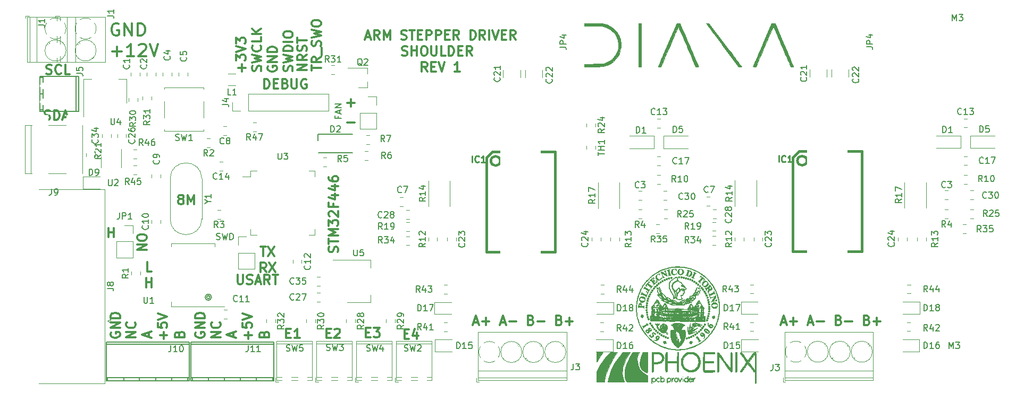
<source format=gbr>
G04 #@! TF.GenerationSoftware,KiCad,Pcbnew,(5.0.1-3-g963ef8bb5)*
G04 #@! TF.CreationDate,2019-03-25T10:59:00+01:00*
G04 #@! TF.ProjectId,Arm_stepper,41726D5F737465707065722E6B696361,rev?*
G04 #@! TF.SameCoordinates,Original*
G04 #@! TF.FileFunction,Legend,Top*
G04 #@! TF.FilePolarity,Positive*
%FSLAX46Y46*%
G04 Gerber Fmt 4.6, Leading zero omitted, Abs format (unit mm)*
G04 Created by KiCad (PCBNEW (5.0.1-3-g963ef8bb5)) date 2019 March 25, Monday 10:59:00*
%MOMM*%
%LPD*%
G01*
G04 APERTURE LIST*
%ADD10C,0.300000*%
%ADD11C,0.200000*%
%ADD12C,0.120000*%
%ADD13C,0.150000*%
%ADD14C,0.381000*%
%ADD15C,0.010000*%
%ADD16C,0.254000*%
%ADD17R,2.300000X0.500000*%
%ADD18R,2.500000X2.000000*%
%ADD19C,0.900000*%
%ADD20C,0.100000*%
%ADD21C,0.975000*%
%ADD22C,2.400000*%
%ADD23R,2.400000X2.400000*%
%ADD24O,1.998980X1.998980*%
%ADD25R,1.998980X1.998980*%
%ADD26C,3.000000*%
%ADD27C,2.999740*%
%ADD28C,1.350000*%
%ADD29R,6.400000X20.000000*%
%ADD30R,1.800000X0.480000*%
%ADD31R,0.900000X1.200000*%
%ADD32C,1.250000*%
%ADD33C,1.100000*%
%ADD34R,1.500000X1.000000*%
%ADD35R,1.700000X1.700000*%
%ADD36O,1.700000X1.700000*%
%ADD37R,1.600000X1.600000*%
%ADD38C,1.600000*%
%ADD39C,4.000000*%
%ADD40C,1.425000*%
%ADD41R,1.900000X0.800000*%
%ADD42R,1.550000X1.300000*%
%ADD43R,2.200000X2.200000*%
%ADD44C,2.200000*%
%ADD45R,1.520000X1.780000*%
%ADD46R,1.520000X1.750000*%
%ADD47R,0.650000X1.560000*%
%ADD48C,0.300000*%
%ADD49R,3.800000X2.000000*%
%ADD50R,1.500000X2.000000*%
%ADD51R,2.000000X1.500000*%
%ADD52R,2.000000X3.800000*%
%ADD53C,1.500000*%
G04 APERTURE END LIST*
D10*
X56428571Y-134714285D02*
X54928571Y-134714285D01*
X56428571Y-133857142D01*
X54928571Y-133857142D01*
X54928571Y-132857142D02*
X54928571Y-132571428D01*
X55000000Y-132428571D01*
X55142857Y-132285714D01*
X55428571Y-132214285D01*
X55928571Y-132214285D01*
X56214285Y-132285714D01*
X56357142Y-132428571D01*
X56428571Y-132571428D01*
X56428571Y-132857142D01*
X56357142Y-133000000D01*
X56214285Y-133142857D01*
X55928571Y-133214285D01*
X55428571Y-133214285D01*
X55142857Y-133142857D01*
X55000000Y-133000000D01*
X54928571Y-132857142D01*
X50321428Y-132678571D02*
X50321428Y-131178571D01*
X50321428Y-131892857D02*
X51178571Y-131892857D01*
X51178571Y-132678571D02*
X51178571Y-131178571D01*
X57214285Y-138178571D02*
X56500000Y-138178571D01*
X56500000Y-136678571D01*
X56321428Y-140678571D02*
X56321428Y-139178571D01*
X56321428Y-139892857D02*
X57178571Y-139892857D01*
X57178571Y-140678571D02*
X57178571Y-139178571D01*
X70892857Y-138678571D02*
X70892857Y-139892857D01*
X70964285Y-140035714D01*
X71035714Y-140107142D01*
X71178571Y-140178571D01*
X71464285Y-140178571D01*
X71607142Y-140107142D01*
X71678571Y-140035714D01*
X71750000Y-139892857D01*
X71750000Y-138678571D01*
X72392857Y-140107142D02*
X72607142Y-140178571D01*
X72964285Y-140178571D01*
X73107142Y-140107142D01*
X73178571Y-140035714D01*
X73250000Y-139892857D01*
X73250000Y-139750000D01*
X73178571Y-139607142D01*
X73107142Y-139535714D01*
X72964285Y-139464285D01*
X72678571Y-139392857D01*
X72535714Y-139321428D01*
X72464285Y-139250000D01*
X72392857Y-139107142D01*
X72392857Y-138964285D01*
X72464285Y-138821428D01*
X72535714Y-138750000D01*
X72678571Y-138678571D01*
X73035714Y-138678571D01*
X73250000Y-138750000D01*
X73821428Y-139750000D02*
X74535714Y-139750000D01*
X73678571Y-140178571D02*
X74178571Y-138678571D01*
X74678571Y-140178571D01*
X76035714Y-140178571D02*
X75535714Y-139464285D01*
X75178571Y-140178571D02*
X75178571Y-138678571D01*
X75750000Y-138678571D01*
X75892857Y-138750000D01*
X75964285Y-138821428D01*
X76035714Y-138964285D01*
X76035714Y-139178571D01*
X75964285Y-139321428D01*
X75892857Y-139392857D01*
X75750000Y-139464285D01*
X75178571Y-139464285D01*
X76464285Y-138678571D02*
X77321428Y-138678571D01*
X76892857Y-140178571D02*
X76892857Y-138678571D01*
X75142857Y-108928571D02*
X75142857Y-107428571D01*
X75500000Y-107428571D01*
X75714285Y-107500000D01*
X75857142Y-107642857D01*
X75928571Y-107785714D01*
X76000000Y-108071428D01*
X76000000Y-108285714D01*
X75928571Y-108571428D01*
X75857142Y-108714285D01*
X75714285Y-108857142D01*
X75500000Y-108928571D01*
X75142857Y-108928571D01*
X76642857Y-108142857D02*
X77142857Y-108142857D01*
X77357142Y-108928571D02*
X76642857Y-108928571D01*
X76642857Y-107428571D01*
X77357142Y-107428571D01*
X78500000Y-108142857D02*
X78714285Y-108214285D01*
X78785714Y-108285714D01*
X78857142Y-108428571D01*
X78857142Y-108642857D01*
X78785714Y-108785714D01*
X78714285Y-108857142D01*
X78571428Y-108928571D01*
X78000000Y-108928571D01*
X78000000Y-107428571D01*
X78500000Y-107428571D01*
X78642857Y-107500000D01*
X78714285Y-107571428D01*
X78785714Y-107714285D01*
X78785714Y-107857142D01*
X78714285Y-108000000D01*
X78642857Y-108071428D01*
X78500000Y-108142857D01*
X78000000Y-108142857D01*
X79500000Y-107428571D02*
X79500000Y-108642857D01*
X79571428Y-108785714D01*
X79642857Y-108857142D01*
X79785714Y-108928571D01*
X80071428Y-108928571D01*
X80214285Y-108857142D01*
X80285714Y-108785714D01*
X80357142Y-108642857D01*
X80357142Y-107428571D01*
X81857142Y-107500000D02*
X81714285Y-107428571D01*
X81500000Y-107428571D01*
X81285714Y-107500000D01*
X81142857Y-107642857D01*
X81071428Y-107785714D01*
X81000000Y-108071428D01*
X81000000Y-108285714D01*
X81071428Y-108571428D01*
X81142857Y-108714285D01*
X81285714Y-108857142D01*
X81500000Y-108928571D01*
X81642857Y-108928571D01*
X81857142Y-108857142D01*
X81928571Y-108785714D01*
X81928571Y-108285714D01*
X81642857Y-108285714D01*
X86857142Y-135071428D02*
X86928571Y-134857142D01*
X86928571Y-134500000D01*
X86857142Y-134357142D01*
X86785714Y-134285714D01*
X86642857Y-134214285D01*
X86500000Y-134214285D01*
X86357142Y-134285714D01*
X86285714Y-134357142D01*
X86214285Y-134500000D01*
X86142857Y-134785714D01*
X86071428Y-134928571D01*
X86000000Y-135000000D01*
X85857142Y-135071428D01*
X85714285Y-135071428D01*
X85571428Y-135000000D01*
X85500000Y-134928571D01*
X85428571Y-134785714D01*
X85428571Y-134428571D01*
X85500000Y-134214285D01*
X85428571Y-133785714D02*
X85428571Y-132928571D01*
X86928571Y-133357142D02*
X85428571Y-133357142D01*
X86928571Y-132428571D02*
X85428571Y-132428571D01*
X86500000Y-131928571D01*
X85428571Y-131428571D01*
X86928571Y-131428571D01*
X85428571Y-130857142D02*
X85428571Y-129928571D01*
X86000000Y-130428571D01*
X86000000Y-130214285D01*
X86071428Y-130071428D01*
X86142857Y-130000000D01*
X86285714Y-129928571D01*
X86642857Y-129928571D01*
X86785714Y-130000000D01*
X86857142Y-130071428D01*
X86928571Y-130214285D01*
X86928571Y-130642857D01*
X86857142Y-130785714D01*
X86785714Y-130857142D01*
X85571428Y-129357142D02*
X85500000Y-129285714D01*
X85428571Y-129142857D01*
X85428571Y-128785714D01*
X85500000Y-128642857D01*
X85571428Y-128571428D01*
X85714285Y-128500000D01*
X85857142Y-128500000D01*
X86071428Y-128571428D01*
X86928571Y-129428571D01*
X86928571Y-128500000D01*
X86142857Y-127357142D02*
X86142857Y-127857142D01*
X86928571Y-127857142D02*
X85428571Y-127857142D01*
X85428571Y-127142857D01*
X85928571Y-125928571D02*
X86928571Y-125928571D01*
X85357142Y-126285714D02*
X86428571Y-126642857D01*
X86428571Y-125714285D01*
X85928571Y-124500000D02*
X86928571Y-124500000D01*
X85357142Y-124857142D02*
X86428571Y-125214285D01*
X86428571Y-124285714D01*
X85428571Y-123071428D02*
X85428571Y-123357142D01*
X85500000Y-123500000D01*
X85571428Y-123571428D01*
X85785714Y-123714285D01*
X86071428Y-123785714D01*
X86642857Y-123785714D01*
X86785714Y-123714285D01*
X86857142Y-123642857D01*
X86928571Y-123500000D01*
X86928571Y-123214285D01*
X86857142Y-123071428D01*
X86785714Y-123000000D01*
X86642857Y-122928571D01*
X86285714Y-122928571D01*
X86142857Y-123000000D01*
X86071428Y-123071428D01*
X86000000Y-123214285D01*
X86000000Y-123500000D01*
X86071428Y-123642857D01*
X86142857Y-123714285D01*
X86285714Y-123785714D01*
X61750000Y-126571428D02*
X61607142Y-126500000D01*
X61535714Y-126428571D01*
X61464285Y-126285714D01*
X61464285Y-126214285D01*
X61535714Y-126071428D01*
X61607142Y-126000000D01*
X61750000Y-125928571D01*
X62035714Y-125928571D01*
X62178571Y-126000000D01*
X62250000Y-126071428D01*
X62321428Y-126214285D01*
X62321428Y-126285714D01*
X62250000Y-126428571D01*
X62178571Y-126500000D01*
X62035714Y-126571428D01*
X61750000Y-126571428D01*
X61607142Y-126642857D01*
X61535714Y-126714285D01*
X61464285Y-126857142D01*
X61464285Y-127142857D01*
X61535714Y-127285714D01*
X61607142Y-127357142D01*
X61750000Y-127428571D01*
X62035714Y-127428571D01*
X62178571Y-127357142D01*
X62250000Y-127285714D01*
X62321428Y-127142857D01*
X62321428Y-126857142D01*
X62250000Y-126714285D01*
X62178571Y-126642857D01*
X62035714Y-126571428D01*
X62964285Y-127428571D02*
X62964285Y-125928571D01*
X63464285Y-127000000D01*
X63964285Y-125928571D01*
X63964285Y-127428571D01*
D11*
X66750000Y-142250000D02*
G75*
G03X66750000Y-142250000I-500000J0D01*
G01*
X66500000Y-142250000D02*
G75*
G03X66500000Y-142250000I-250000J0D01*
G01*
D10*
X75142857Y-148142857D02*
X75214285Y-147928571D01*
X75285714Y-147857142D01*
X75428571Y-147785714D01*
X75642857Y-147785714D01*
X75785714Y-147857142D01*
X75857142Y-147928571D01*
X75928571Y-148071428D01*
X75928571Y-148642857D01*
X74428571Y-148642857D01*
X74428571Y-148142857D01*
X74500000Y-148000000D01*
X74571428Y-147928571D01*
X74714285Y-147857142D01*
X74857142Y-147857142D01*
X75000000Y-147928571D01*
X75071428Y-148000000D01*
X75142857Y-148142857D01*
X75142857Y-148642857D01*
X72607142Y-148928571D02*
X72607142Y-147785714D01*
X73178571Y-148357142D02*
X72035714Y-148357142D01*
X71678571Y-146357142D02*
X71678571Y-147071428D01*
X72392857Y-147142857D01*
X72321428Y-147071428D01*
X72250000Y-146928571D01*
X72250000Y-146571428D01*
X72321428Y-146428571D01*
X72392857Y-146357142D01*
X72535714Y-146285714D01*
X72892857Y-146285714D01*
X73035714Y-146357142D01*
X73107142Y-146428571D01*
X73178571Y-146571428D01*
X73178571Y-146928571D01*
X73107142Y-147071428D01*
X73035714Y-147142857D01*
X71678571Y-145857142D02*
X73178571Y-145357142D01*
X71678571Y-144857142D01*
X68178571Y-148678571D02*
X66678571Y-148678571D01*
X68178571Y-147821428D01*
X66678571Y-147821428D01*
X68035714Y-146250000D02*
X68107142Y-146321428D01*
X68178571Y-146535714D01*
X68178571Y-146678571D01*
X68107142Y-146892857D01*
X67964285Y-147035714D01*
X67821428Y-147107142D01*
X67535714Y-147178571D01*
X67321428Y-147178571D01*
X67035714Y-147107142D01*
X66892857Y-147035714D01*
X66750000Y-146892857D01*
X66678571Y-146678571D01*
X66678571Y-146535714D01*
X66750000Y-146321428D01*
X66821428Y-146250000D01*
X70250000Y-148607142D02*
X70250000Y-147892857D01*
X70678571Y-148750000D02*
X69178571Y-148250000D01*
X70678571Y-147750000D01*
X64250000Y-147892857D02*
X64178571Y-148035714D01*
X64178571Y-148250000D01*
X64250000Y-148464285D01*
X64392857Y-148607142D01*
X64535714Y-148678571D01*
X64821428Y-148750000D01*
X65035714Y-148750000D01*
X65321428Y-148678571D01*
X65464285Y-148607142D01*
X65607142Y-148464285D01*
X65678571Y-148250000D01*
X65678571Y-148107142D01*
X65607142Y-147892857D01*
X65535714Y-147821428D01*
X65035714Y-147821428D01*
X65035714Y-148107142D01*
X65678571Y-147178571D02*
X64178571Y-147178571D01*
X65678571Y-146321428D01*
X64178571Y-146321428D01*
X65678571Y-145607142D02*
X64178571Y-145607142D01*
X64178571Y-145250000D01*
X64250000Y-145035714D01*
X64392857Y-144892857D01*
X64535714Y-144821428D01*
X64821428Y-144750000D01*
X65035714Y-144750000D01*
X65321428Y-144821428D01*
X65464285Y-144892857D01*
X65607142Y-145035714D01*
X65678571Y-145250000D01*
X65678571Y-145607142D01*
X97464285Y-148092857D02*
X97964285Y-148092857D01*
X98178571Y-148878571D02*
X97464285Y-148878571D01*
X97464285Y-147378571D01*
X98178571Y-147378571D01*
X99464285Y-147878571D02*
X99464285Y-148878571D01*
X99107142Y-147307142D02*
X98750000Y-148378571D01*
X99678571Y-148378571D01*
X91364285Y-147892857D02*
X91864285Y-147892857D01*
X92078571Y-148678571D02*
X91364285Y-148678571D01*
X91364285Y-147178571D01*
X92078571Y-147178571D01*
X92578571Y-147178571D02*
X93507142Y-147178571D01*
X93007142Y-147750000D01*
X93221428Y-147750000D01*
X93364285Y-147821428D01*
X93435714Y-147892857D01*
X93507142Y-148035714D01*
X93507142Y-148392857D01*
X93435714Y-148535714D01*
X93364285Y-148607142D01*
X93221428Y-148678571D01*
X92792857Y-148678571D01*
X92650000Y-148607142D01*
X92578571Y-148535714D01*
X85064285Y-147992857D02*
X85564285Y-147992857D01*
X85778571Y-148778571D02*
X85064285Y-148778571D01*
X85064285Y-147278571D01*
X85778571Y-147278571D01*
X86350000Y-147421428D02*
X86421428Y-147350000D01*
X86564285Y-147278571D01*
X86921428Y-147278571D01*
X87064285Y-147350000D01*
X87135714Y-147421428D01*
X87207142Y-147564285D01*
X87207142Y-147707142D01*
X87135714Y-147921428D01*
X86278571Y-148778571D01*
X87207142Y-148778571D01*
X54678571Y-148678571D02*
X53178571Y-148678571D01*
X54678571Y-147821428D01*
X53178571Y-147821428D01*
X54535714Y-146250000D02*
X54607142Y-146321428D01*
X54678571Y-146535714D01*
X54678571Y-146678571D01*
X54607142Y-146892857D01*
X54464285Y-147035714D01*
X54321428Y-147107142D01*
X54035714Y-147178571D01*
X53821428Y-147178571D01*
X53535714Y-147107142D01*
X53392857Y-147035714D01*
X53250000Y-146892857D01*
X53178571Y-146678571D01*
X53178571Y-146535714D01*
X53250000Y-146321428D01*
X53321428Y-146250000D01*
X51968809Y-98600000D02*
X51778333Y-98504761D01*
X51492619Y-98504761D01*
X51206904Y-98600000D01*
X51016428Y-98790476D01*
X50921190Y-98980952D01*
X50825952Y-99361904D01*
X50825952Y-99647619D01*
X50921190Y-100028571D01*
X51016428Y-100219047D01*
X51206904Y-100409523D01*
X51492619Y-100504761D01*
X51683095Y-100504761D01*
X51968809Y-100409523D01*
X52064047Y-100314285D01*
X52064047Y-99647619D01*
X51683095Y-99647619D01*
X52921190Y-100504761D02*
X52921190Y-98504761D01*
X54064047Y-100504761D01*
X54064047Y-98504761D01*
X55016428Y-100504761D02*
X55016428Y-98504761D01*
X55492619Y-98504761D01*
X55778333Y-98600000D01*
X55968809Y-98790476D01*
X56064047Y-98980952D01*
X56159285Y-99361904D01*
X56159285Y-99647619D01*
X56064047Y-100028571D01*
X55968809Y-100219047D01*
X55778333Y-100409523D01*
X55492619Y-100504761D01*
X55016428Y-100504761D01*
X50921190Y-103042857D02*
X52445000Y-103042857D01*
X51683095Y-103804761D02*
X51683095Y-102280952D01*
X54445000Y-103804761D02*
X53302142Y-103804761D01*
X53873571Y-103804761D02*
X53873571Y-101804761D01*
X53683095Y-102090476D01*
X53492619Y-102280952D01*
X53302142Y-102376190D01*
X55206904Y-101995238D02*
X55302142Y-101900000D01*
X55492619Y-101804761D01*
X55968809Y-101804761D01*
X56159285Y-101900000D01*
X56254523Y-101995238D01*
X56349761Y-102185714D01*
X56349761Y-102376190D01*
X56254523Y-102661904D01*
X55111666Y-103804761D01*
X56349761Y-103804761D01*
X56921190Y-101804761D02*
X57587857Y-103804761D01*
X58254523Y-101804761D01*
X74557142Y-134203571D02*
X75414285Y-134203571D01*
X74985714Y-135703571D02*
X74985714Y-134203571D01*
X75771428Y-134203571D02*
X76771428Y-135703571D01*
X76771428Y-134203571D02*
X75771428Y-135703571D01*
X75450000Y-138253571D02*
X74950000Y-137539285D01*
X74592857Y-138253571D02*
X74592857Y-136753571D01*
X75164285Y-136753571D01*
X75307142Y-136825000D01*
X75378571Y-136896428D01*
X75450000Y-137039285D01*
X75450000Y-137253571D01*
X75378571Y-137396428D01*
X75307142Y-137467857D01*
X75164285Y-137539285D01*
X74592857Y-137539285D01*
X75950000Y-136753571D02*
X76950000Y-138253571D01*
X76950000Y-136753571D02*
X75950000Y-138253571D01*
X40200331Y-113875902D02*
X40414617Y-113947331D01*
X40771760Y-113947331D01*
X40914617Y-113875902D01*
X40986045Y-113804474D01*
X41057474Y-113661617D01*
X41057474Y-113518760D01*
X40986045Y-113375902D01*
X40914617Y-113304474D01*
X40771760Y-113233045D01*
X40486045Y-113161617D01*
X40343188Y-113090188D01*
X40271760Y-113018760D01*
X40200331Y-112875902D01*
X40200331Y-112733045D01*
X40271760Y-112590188D01*
X40343188Y-112518760D01*
X40486045Y-112447331D01*
X40843188Y-112447331D01*
X41057474Y-112518760D01*
X41700331Y-113947331D02*
X41700331Y-112447331D01*
X42057474Y-112447331D01*
X42271760Y-112518760D01*
X42414617Y-112661617D01*
X42486045Y-112804474D01*
X42557474Y-113090188D01*
X42557474Y-113304474D01*
X42486045Y-113590188D01*
X42414617Y-113733045D01*
X42271760Y-113875902D01*
X42057474Y-113947331D01*
X41700331Y-113947331D01*
X43128902Y-113518760D02*
X43843188Y-113518760D01*
X42986045Y-113947331D02*
X43486045Y-112447331D01*
X43986045Y-113947331D01*
X40454485Y-106560702D02*
X40668771Y-106632131D01*
X41025914Y-106632131D01*
X41168771Y-106560702D01*
X41240200Y-106489274D01*
X41311628Y-106346417D01*
X41311628Y-106203560D01*
X41240200Y-106060702D01*
X41168771Y-105989274D01*
X41025914Y-105917845D01*
X40740200Y-105846417D01*
X40597342Y-105774988D01*
X40525914Y-105703560D01*
X40454485Y-105560702D01*
X40454485Y-105417845D01*
X40525914Y-105274988D01*
X40597342Y-105203560D01*
X40740200Y-105132131D01*
X41097342Y-105132131D01*
X41311628Y-105203560D01*
X42811628Y-106489274D02*
X42740200Y-106560702D01*
X42525914Y-106632131D01*
X42383057Y-106632131D01*
X42168771Y-106560702D01*
X42025914Y-106417845D01*
X41954485Y-106274988D01*
X41883057Y-105989274D01*
X41883057Y-105774988D01*
X41954485Y-105489274D01*
X42025914Y-105346417D01*
X42168771Y-105203560D01*
X42383057Y-105132131D01*
X42525914Y-105132131D01*
X42740200Y-105203560D01*
X42811628Y-105274988D01*
X44168771Y-106632131D02*
X43454485Y-106632131D01*
X43454485Y-105132131D01*
X91321428Y-100700000D02*
X92035714Y-100700000D01*
X91178571Y-101128571D02*
X91678571Y-99628571D01*
X92178571Y-101128571D01*
X93535714Y-101128571D02*
X93035714Y-100414285D01*
X92678571Y-101128571D02*
X92678571Y-99628571D01*
X93250000Y-99628571D01*
X93392857Y-99700000D01*
X93464285Y-99771428D01*
X93535714Y-99914285D01*
X93535714Y-100128571D01*
X93464285Y-100271428D01*
X93392857Y-100342857D01*
X93250000Y-100414285D01*
X92678571Y-100414285D01*
X94178571Y-101128571D02*
X94178571Y-99628571D01*
X94678571Y-100700000D01*
X95178571Y-99628571D01*
X95178571Y-101128571D01*
X96964285Y-101057142D02*
X97178571Y-101128571D01*
X97535714Y-101128571D01*
X97678571Y-101057142D01*
X97750000Y-100985714D01*
X97821428Y-100842857D01*
X97821428Y-100700000D01*
X97750000Y-100557142D01*
X97678571Y-100485714D01*
X97535714Y-100414285D01*
X97250000Y-100342857D01*
X97107142Y-100271428D01*
X97035714Y-100200000D01*
X96964285Y-100057142D01*
X96964285Y-99914285D01*
X97035714Y-99771428D01*
X97107142Y-99700000D01*
X97250000Y-99628571D01*
X97607142Y-99628571D01*
X97821428Y-99700000D01*
X98250000Y-99628571D02*
X99107142Y-99628571D01*
X98678571Y-101128571D02*
X98678571Y-99628571D01*
X99607142Y-100342857D02*
X100107142Y-100342857D01*
X100321428Y-101128571D02*
X99607142Y-101128571D01*
X99607142Y-99628571D01*
X100321428Y-99628571D01*
X100964285Y-101128571D02*
X100964285Y-99628571D01*
X101535714Y-99628571D01*
X101678571Y-99700000D01*
X101750000Y-99771428D01*
X101821428Y-99914285D01*
X101821428Y-100128571D01*
X101750000Y-100271428D01*
X101678571Y-100342857D01*
X101535714Y-100414285D01*
X100964285Y-100414285D01*
X102464285Y-101128571D02*
X102464285Y-99628571D01*
X103035714Y-99628571D01*
X103178571Y-99700000D01*
X103250000Y-99771428D01*
X103321428Y-99914285D01*
X103321428Y-100128571D01*
X103250000Y-100271428D01*
X103178571Y-100342857D01*
X103035714Y-100414285D01*
X102464285Y-100414285D01*
X103964285Y-100342857D02*
X104464285Y-100342857D01*
X104678571Y-101128571D02*
X103964285Y-101128571D01*
X103964285Y-99628571D01*
X104678571Y-99628571D01*
X106178571Y-101128571D02*
X105678571Y-100414285D01*
X105321428Y-101128571D02*
X105321428Y-99628571D01*
X105892857Y-99628571D01*
X106035714Y-99700000D01*
X106107142Y-99771428D01*
X106178571Y-99914285D01*
X106178571Y-100128571D01*
X106107142Y-100271428D01*
X106035714Y-100342857D01*
X105892857Y-100414285D01*
X105321428Y-100414285D01*
X107964285Y-101128571D02*
X107964285Y-99628571D01*
X108321428Y-99628571D01*
X108535714Y-99700000D01*
X108678571Y-99842857D01*
X108750000Y-99985714D01*
X108821428Y-100271428D01*
X108821428Y-100485714D01*
X108750000Y-100771428D01*
X108678571Y-100914285D01*
X108535714Y-101057142D01*
X108321428Y-101128571D01*
X107964285Y-101128571D01*
X110321428Y-101128571D02*
X109821428Y-100414285D01*
X109464285Y-101128571D02*
X109464285Y-99628571D01*
X110035714Y-99628571D01*
X110178571Y-99700000D01*
X110250000Y-99771428D01*
X110321428Y-99914285D01*
X110321428Y-100128571D01*
X110250000Y-100271428D01*
X110178571Y-100342857D01*
X110035714Y-100414285D01*
X109464285Y-100414285D01*
X110964285Y-101128571D02*
X110964285Y-99628571D01*
X111464285Y-99628571D02*
X111964285Y-101128571D01*
X112464285Y-99628571D01*
X112964285Y-100342857D02*
X113464285Y-100342857D01*
X113678571Y-101128571D02*
X112964285Y-101128571D01*
X112964285Y-99628571D01*
X113678571Y-99628571D01*
X115178571Y-101128571D02*
X114678571Y-100414285D01*
X114321428Y-101128571D02*
X114321428Y-99628571D01*
X114892857Y-99628571D01*
X115035714Y-99700000D01*
X115107142Y-99771428D01*
X115178571Y-99914285D01*
X115178571Y-100128571D01*
X115107142Y-100271428D01*
X115035714Y-100342857D01*
X114892857Y-100414285D01*
X114321428Y-100414285D01*
X97107142Y-103607142D02*
X97321428Y-103678571D01*
X97678571Y-103678571D01*
X97821428Y-103607142D01*
X97892857Y-103535714D01*
X97964285Y-103392857D01*
X97964285Y-103250000D01*
X97892857Y-103107142D01*
X97821428Y-103035714D01*
X97678571Y-102964285D01*
X97392857Y-102892857D01*
X97250000Y-102821428D01*
X97178571Y-102750000D01*
X97107142Y-102607142D01*
X97107142Y-102464285D01*
X97178571Y-102321428D01*
X97250000Y-102250000D01*
X97392857Y-102178571D01*
X97750000Y-102178571D01*
X97964285Y-102250000D01*
X98607142Y-103678571D02*
X98607142Y-102178571D01*
X98607142Y-102892857D02*
X99464285Y-102892857D01*
X99464285Y-103678571D02*
X99464285Y-102178571D01*
X100464285Y-102178571D02*
X100750000Y-102178571D01*
X100892857Y-102250000D01*
X101035714Y-102392857D01*
X101107142Y-102678571D01*
X101107142Y-103178571D01*
X101035714Y-103464285D01*
X100892857Y-103607142D01*
X100750000Y-103678571D01*
X100464285Y-103678571D01*
X100321428Y-103607142D01*
X100178571Y-103464285D01*
X100107142Y-103178571D01*
X100107142Y-102678571D01*
X100178571Y-102392857D01*
X100321428Y-102250000D01*
X100464285Y-102178571D01*
X101750000Y-102178571D02*
X101750000Y-103392857D01*
X101821428Y-103535714D01*
X101892857Y-103607142D01*
X102035714Y-103678571D01*
X102321428Y-103678571D01*
X102464285Y-103607142D01*
X102535714Y-103535714D01*
X102607142Y-103392857D01*
X102607142Y-102178571D01*
X104035714Y-103678571D02*
X103321428Y-103678571D01*
X103321428Y-102178571D01*
X104535714Y-103678571D02*
X104535714Y-102178571D01*
X104892857Y-102178571D01*
X105107142Y-102250000D01*
X105250000Y-102392857D01*
X105321428Y-102535714D01*
X105392857Y-102821428D01*
X105392857Y-103035714D01*
X105321428Y-103321428D01*
X105250000Y-103464285D01*
X105107142Y-103607142D01*
X104892857Y-103678571D01*
X104535714Y-103678571D01*
X106035714Y-102892857D02*
X106535714Y-102892857D01*
X106750000Y-103678571D02*
X106035714Y-103678571D01*
X106035714Y-102178571D01*
X106750000Y-102178571D01*
X108250000Y-103678571D02*
X107750000Y-102964285D01*
X107392857Y-103678571D02*
X107392857Y-102178571D01*
X107964285Y-102178571D01*
X108107142Y-102250000D01*
X108178571Y-102321428D01*
X108250000Y-102464285D01*
X108250000Y-102678571D01*
X108178571Y-102821428D01*
X108107142Y-102892857D01*
X107964285Y-102964285D01*
X107392857Y-102964285D01*
X101107142Y-106228571D02*
X100607142Y-105514285D01*
X100250000Y-106228571D02*
X100250000Y-104728571D01*
X100821428Y-104728571D01*
X100964285Y-104800000D01*
X101035714Y-104871428D01*
X101107142Y-105014285D01*
X101107142Y-105228571D01*
X101035714Y-105371428D01*
X100964285Y-105442857D01*
X100821428Y-105514285D01*
X100250000Y-105514285D01*
X101750000Y-105442857D02*
X102250000Y-105442857D01*
X102464285Y-106228571D02*
X101750000Y-106228571D01*
X101750000Y-104728571D01*
X102464285Y-104728571D01*
X102892857Y-104728571D02*
X103392857Y-106228571D01*
X103892857Y-104728571D01*
X106321428Y-106228571D02*
X105464285Y-106228571D01*
X105892857Y-106228571D02*
X105892857Y-104728571D01*
X105750000Y-104942857D01*
X105607142Y-105085714D01*
X105464285Y-105157142D01*
X50750000Y-147892857D02*
X50678571Y-148035714D01*
X50678571Y-148250000D01*
X50750000Y-148464285D01*
X50892857Y-148607142D01*
X51035714Y-148678571D01*
X51321428Y-148750000D01*
X51535714Y-148750000D01*
X51821428Y-148678571D01*
X51964285Y-148607142D01*
X52107142Y-148464285D01*
X52178571Y-148250000D01*
X52178571Y-148107142D01*
X52107142Y-147892857D01*
X52035714Y-147821428D01*
X51535714Y-147821428D01*
X51535714Y-148107142D01*
X52178571Y-147178571D02*
X50678571Y-147178571D01*
X52178571Y-146321428D01*
X50678571Y-146321428D01*
X52178571Y-145607142D02*
X50678571Y-145607142D01*
X50678571Y-145250000D01*
X50750000Y-145035714D01*
X50892857Y-144892857D01*
X51035714Y-144821428D01*
X51321428Y-144750000D01*
X51535714Y-144750000D01*
X51821428Y-144821428D01*
X51964285Y-144892857D01*
X52107142Y-145035714D01*
X52178571Y-145250000D01*
X52178571Y-145607142D01*
X61642857Y-148142857D02*
X61714285Y-147928571D01*
X61785714Y-147857142D01*
X61928571Y-147785714D01*
X62142857Y-147785714D01*
X62285714Y-147857142D01*
X62357142Y-147928571D01*
X62428571Y-148071428D01*
X62428571Y-148642857D01*
X60928571Y-148642857D01*
X60928571Y-148142857D01*
X61000000Y-148000000D01*
X61071428Y-147928571D01*
X61214285Y-147857142D01*
X61357142Y-147857142D01*
X61500000Y-147928571D01*
X61571428Y-148000000D01*
X61642857Y-148142857D01*
X61642857Y-148642857D01*
X56750000Y-148607142D02*
X56750000Y-147892857D01*
X57178571Y-148750000D02*
X55678571Y-148250000D01*
X57178571Y-147750000D01*
X59107142Y-148928571D02*
X59107142Y-147785714D01*
X59678571Y-148357142D02*
X58535714Y-148357142D01*
X58178571Y-146357142D02*
X58178571Y-147071428D01*
X58892857Y-147142857D01*
X58821428Y-147071428D01*
X58750000Y-146928571D01*
X58750000Y-146571428D01*
X58821428Y-146428571D01*
X58892857Y-146357142D01*
X59035714Y-146285714D01*
X59392857Y-146285714D01*
X59535714Y-146357142D01*
X59607142Y-146428571D01*
X59678571Y-146571428D01*
X59678571Y-146928571D01*
X59607142Y-147071428D01*
X59535714Y-147142857D01*
X58178571Y-145857142D02*
X59678571Y-145357142D01*
X58178571Y-144857142D01*
X78664285Y-147992857D02*
X79164285Y-147992857D01*
X79378571Y-148778571D02*
X78664285Y-148778571D01*
X78664285Y-147278571D01*
X79378571Y-147278571D01*
X80807142Y-148778571D02*
X79950000Y-148778571D01*
X80378571Y-148778571D02*
X80378571Y-147278571D01*
X80235714Y-147492857D01*
X80092857Y-147635714D01*
X79950000Y-147707142D01*
X82678571Y-106107142D02*
X82678571Y-105250000D01*
X84178571Y-105678571D02*
X82678571Y-105678571D01*
X84178571Y-103892857D02*
X83464285Y-104392857D01*
X84178571Y-104750000D02*
X82678571Y-104750000D01*
X82678571Y-104178571D01*
X82750000Y-104035714D01*
X82821428Y-103964285D01*
X82964285Y-103892857D01*
X83178571Y-103892857D01*
X83321428Y-103964285D01*
X83392857Y-104035714D01*
X83464285Y-104178571D01*
X83464285Y-104750000D01*
X84321428Y-103607142D02*
X84321428Y-102464285D01*
X84107142Y-102178571D02*
X84178571Y-101964285D01*
X84178571Y-101607142D01*
X84107142Y-101464285D01*
X84035714Y-101392857D01*
X83892857Y-101321428D01*
X83750000Y-101321428D01*
X83607142Y-101392857D01*
X83535714Y-101464285D01*
X83464285Y-101607142D01*
X83392857Y-101892857D01*
X83321428Y-102035714D01*
X83250000Y-102107142D01*
X83107142Y-102178571D01*
X82964285Y-102178571D01*
X82821428Y-102107142D01*
X82750000Y-102035714D01*
X82678571Y-101892857D01*
X82678571Y-101535714D01*
X82750000Y-101321428D01*
X82678571Y-100821428D02*
X84178571Y-100464285D01*
X83107142Y-100178571D01*
X84178571Y-99892857D01*
X82678571Y-99535714D01*
X82678571Y-98678571D02*
X82678571Y-98392857D01*
X82750000Y-98250000D01*
X82892857Y-98107142D01*
X83178571Y-98035714D01*
X83678571Y-98035714D01*
X83964285Y-98107142D01*
X84107142Y-98250000D01*
X84178571Y-98392857D01*
X84178571Y-98678571D01*
X84107142Y-98821428D01*
X83964285Y-98964285D01*
X83678571Y-99035714D01*
X83178571Y-99035714D01*
X82892857Y-98964285D01*
X82750000Y-98821428D01*
X82678571Y-98678571D01*
X81928571Y-105964285D02*
X80428571Y-105964285D01*
X81928571Y-105107142D01*
X80428571Y-105107142D01*
X81928571Y-103535714D02*
X81214285Y-104035714D01*
X81928571Y-104392857D02*
X80428571Y-104392857D01*
X80428571Y-103821428D01*
X80500000Y-103678571D01*
X80571428Y-103607142D01*
X80714285Y-103535714D01*
X80928571Y-103535714D01*
X81071428Y-103607142D01*
X81142857Y-103678571D01*
X81214285Y-103821428D01*
X81214285Y-104392857D01*
X81857142Y-102964285D02*
X81928571Y-102750000D01*
X81928571Y-102392857D01*
X81857142Y-102250000D01*
X81785714Y-102178571D01*
X81642857Y-102107142D01*
X81500000Y-102107142D01*
X81357142Y-102178571D01*
X81285714Y-102250000D01*
X81214285Y-102392857D01*
X81142857Y-102678571D01*
X81071428Y-102821428D01*
X81000000Y-102892857D01*
X80857142Y-102964285D01*
X80714285Y-102964285D01*
X80571428Y-102892857D01*
X80500000Y-102821428D01*
X80428571Y-102678571D01*
X80428571Y-102321428D01*
X80500000Y-102107142D01*
X80428571Y-101678571D02*
X80428571Y-100821428D01*
X81928571Y-101250000D02*
X80428571Y-101250000D01*
X79607142Y-106178571D02*
X79678571Y-105964285D01*
X79678571Y-105607142D01*
X79607142Y-105464285D01*
X79535714Y-105392857D01*
X79392857Y-105321428D01*
X79250000Y-105321428D01*
X79107142Y-105392857D01*
X79035714Y-105464285D01*
X78964285Y-105607142D01*
X78892857Y-105892857D01*
X78821428Y-106035714D01*
X78750000Y-106107142D01*
X78607142Y-106178571D01*
X78464285Y-106178571D01*
X78321428Y-106107142D01*
X78250000Y-106035714D01*
X78178571Y-105892857D01*
X78178571Y-105535714D01*
X78250000Y-105321428D01*
X78178571Y-104821428D02*
X79678571Y-104464285D01*
X78607142Y-104178571D01*
X79678571Y-103892857D01*
X78178571Y-103535714D01*
X79678571Y-102964285D02*
X78178571Y-102964285D01*
X78178571Y-102607142D01*
X78250000Y-102392857D01*
X78392857Y-102250000D01*
X78535714Y-102178571D01*
X78821428Y-102107142D01*
X79035714Y-102107142D01*
X79321428Y-102178571D01*
X79464285Y-102250000D01*
X79607142Y-102392857D01*
X79678571Y-102607142D01*
X79678571Y-102964285D01*
X79678571Y-101464285D02*
X78178571Y-101464285D01*
X78178571Y-100464285D02*
X78178571Y-100178571D01*
X78250000Y-100035714D01*
X78392857Y-99892857D01*
X78678571Y-99821428D01*
X79178571Y-99821428D01*
X79464285Y-99892857D01*
X79607142Y-100035714D01*
X79678571Y-100178571D01*
X79678571Y-100464285D01*
X79607142Y-100607142D01*
X79464285Y-100750000D01*
X79178571Y-100821428D01*
X78678571Y-100821428D01*
X78392857Y-100750000D01*
X78250000Y-100607142D01*
X78178571Y-100464285D01*
X75750000Y-105392857D02*
X75678571Y-105535714D01*
X75678571Y-105750000D01*
X75750000Y-105964285D01*
X75892857Y-106107142D01*
X76035714Y-106178571D01*
X76321428Y-106250000D01*
X76535714Y-106250000D01*
X76821428Y-106178571D01*
X76964285Y-106107142D01*
X77107142Y-105964285D01*
X77178571Y-105750000D01*
X77178571Y-105607142D01*
X77107142Y-105392857D01*
X77035714Y-105321428D01*
X76535714Y-105321428D01*
X76535714Y-105607142D01*
X77178571Y-104678571D02*
X75678571Y-104678571D01*
X77178571Y-103821428D01*
X75678571Y-103821428D01*
X77178571Y-103107142D02*
X75678571Y-103107142D01*
X75678571Y-102750000D01*
X75750000Y-102535714D01*
X75892857Y-102392857D01*
X76035714Y-102321428D01*
X76321428Y-102250000D01*
X76535714Y-102250000D01*
X76821428Y-102321428D01*
X76964285Y-102392857D01*
X77107142Y-102535714D01*
X77178571Y-102750000D01*
X77178571Y-103107142D01*
X74607142Y-106142857D02*
X74678571Y-105928571D01*
X74678571Y-105571428D01*
X74607142Y-105428571D01*
X74535714Y-105357142D01*
X74392857Y-105285714D01*
X74250000Y-105285714D01*
X74107142Y-105357142D01*
X74035714Y-105428571D01*
X73964285Y-105571428D01*
X73892857Y-105857142D01*
X73821428Y-106000000D01*
X73750000Y-106071428D01*
X73607142Y-106142857D01*
X73464285Y-106142857D01*
X73321428Y-106071428D01*
X73250000Y-106000000D01*
X73178571Y-105857142D01*
X73178571Y-105500000D01*
X73250000Y-105285714D01*
X73178571Y-104785714D02*
X74678571Y-104428571D01*
X73607142Y-104142857D01*
X74678571Y-103857142D01*
X73178571Y-103500000D01*
X74535714Y-102071428D02*
X74607142Y-102142857D01*
X74678571Y-102357142D01*
X74678571Y-102500000D01*
X74607142Y-102714285D01*
X74464285Y-102857142D01*
X74321428Y-102928571D01*
X74035714Y-103000000D01*
X73821428Y-103000000D01*
X73535714Y-102928571D01*
X73392857Y-102857142D01*
X73250000Y-102714285D01*
X73178571Y-102500000D01*
X73178571Y-102357142D01*
X73250000Y-102142857D01*
X73321428Y-102071428D01*
X74678571Y-100714285D02*
X74678571Y-101428571D01*
X73178571Y-101428571D01*
X74678571Y-100214285D02*
X73178571Y-100214285D01*
X74678571Y-99357142D02*
X73821428Y-100000000D01*
X73178571Y-99357142D02*
X74035714Y-100214285D01*
X71607142Y-106214285D02*
X71607142Y-105071428D01*
X72178571Y-105642857D02*
X71035714Y-105642857D01*
X70678571Y-104500000D02*
X70678571Y-103571428D01*
X71250000Y-104071428D01*
X71250000Y-103857142D01*
X71321428Y-103714285D01*
X71392857Y-103642857D01*
X71535714Y-103571428D01*
X71892857Y-103571428D01*
X72035714Y-103642857D01*
X72107142Y-103714285D01*
X72178571Y-103857142D01*
X72178571Y-104285714D01*
X72107142Y-104428571D01*
X72035714Y-104500000D01*
X70678571Y-103142857D02*
X72178571Y-102642857D01*
X70678571Y-102142857D01*
X70678571Y-101785714D02*
X70678571Y-100857142D01*
X71250000Y-101357142D01*
X71250000Y-101142857D01*
X71321428Y-101000000D01*
X71392857Y-100928571D01*
X71535714Y-100857142D01*
X71892857Y-100857142D01*
X72035714Y-100928571D01*
X72107142Y-101000000D01*
X72178571Y-101142857D01*
X72178571Y-101571428D01*
X72107142Y-101714285D01*
X72035714Y-101785714D01*
X157500000Y-146250000D02*
X158214285Y-146250000D01*
X157357142Y-146678571D02*
X157857142Y-145178571D01*
X158357142Y-146678571D01*
X158857142Y-146107142D02*
X160000000Y-146107142D01*
X159428571Y-146678571D02*
X159428571Y-145535714D01*
X161785714Y-146250000D02*
X162500000Y-146250000D01*
X161642857Y-146678571D02*
X162142857Y-145178571D01*
X162642857Y-146678571D01*
X163142857Y-146107142D02*
X164285714Y-146107142D01*
X166642857Y-145892857D02*
X166857142Y-145964285D01*
X166928571Y-146035714D01*
X167000000Y-146178571D01*
X167000000Y-146392857D01*
X166928571Y-146535714D01*
X166857142Y-146607142D01*
X166714285Y-146678571D01*
X166142857Y-146678571D01*
X166142857Y-145178571D01*
X166642857Y-145178571D01*
X166785714Y-145250000D01*
X166857142Y-145321428D01*
X166928571Y-145464285D01*
X166928571Y-145607142D01*
X166857142Y-145750000D01*
X166785714Y-145821428D01*
X166642857Y-145892857D01*
X166142857Y-145892857D01*
X167642857Y-146107142D02*
X168785714Y-146107142D01*
X171142857Y-145892857D02*
X171357142Y-145964285D01*
X171428571Y-146035714D01*
X171500000Y-146178571D01*
X171500000Y-146392857D01*
X171428571Y-146535714D01*
X171357142Y-146607142D01*
X171214285Y-146678571D01*
X170642857Y-146678571D01*
X170642857Y-145178571D01*
X171142857Y-145178571D01*
X171285714Y-145250000D01*
X171357142Y-145321428D01*
X171428571Y-145464285D01*
X171428571Y-145607142D01*
X171357142Y-145750000D01*
X171285714Y-145821428D01*
X171142857Y-145892857D01*
X170642857Y-145892857D01*
X172142857Y-146107142D02*
X173285714Y-146107142D01*
X172714285Y-146678571D02*
X172714285Y-145535714D01*
X88379371Y-114356342D02*
X89522228Y-114356342D01*
X88379371Y-111257542D02*
X89522228Y-111257542D01*
X88950800Y-111828971D02*
X88950800Y-110686114D01*
X108500000Y-146250000D02*
X109214285Y-146250000D01*
X108357142Y-146678571D02*
X108857142Y-145178571D01*
X109357142Y-146678571D01*
X109857142Y-146107142D02*
X111000000Y-146107142D01*
X110428571Y-146678571D02*
X110428571Y-145535714D01*
X112785714Y-146250000D02*
X113500000Y-146250000D01*
X112642857Y-146678571D02*
X113142857Y-145178571D01*
X113642857Y-146678571D01*
X114142857Y-146107142D02*
X115285714Y-146107142D01*
X117642857Y-145892857D02*
X117857142Y-145964285D01*
X117928571Y-146035714D01*
X118000000Y-146178571D01*
X118000000Y-146392857D01*
X117928571Y-146535714D01*
X117857142Y-146607142D01*
X117714285Y-146678571D01*
X117142857Y-146678571D01*
X117142857Y-145178571D01*
X117642857Y-145178571D01*
X117785714Y-145250000D01*
X117857142Y-145321428D01*
X117928571Y-145464285D01*
X117928571Y-145607142D01*
X117857142Y-145750000D01*
X117785714Y-145821428D01*
X117642857Y-145892857D01*
X117142857Y-145892857D01*
X118642857Y-146107142D02*
X119785714Y-146107142D01*
X122142857Y-145892857D02*
X122357142Y-145964285D01*
X122428571Y-146035714D01*
X122500000Y-146178571D01*
X122500000Y-146392857D01*
X122428571Y-146535714D01*
X122357142Y-146607142D01*
X122214285Y-146678571D01*
X121642857Y-146678571D01*
X121642857Y-145178571D01*
X122142857Y-145178571D01*
X122285714Y-145250000D01*
X122357142Y-145321428D01*
X122428571Y-145464285D01*
X122428571Y-145607142D01*
X122357142Y-145750000D01*
X122285714Y-145821428D01*
X122142857Y-145892857D01*
X121642857Y-145892857D01*
X123142857Y-146107142D02*
X124285714Y-146107142D01*
X123714285Y-146678571D02*
X123714285Y-145535714D01*
D12*
G04 #@! TO.C,J9*
X38014509Y-114768000D02*
X38014509Y-122468000D01*
X37014509Y-114768000D02*
X37014509Y-122468000D01*
X37014509Y-122468000D02*
X46214509Y-122468000D01*
X46214509Y-122468000D02*
X46214509Y-114768000D01*
X46214509Y-114768000D02*
X37014509Y-114768000D01*
G04 #@! TO.C,R31*
X55790000Y-110758578D02*
X55790000Y-110241422D01*
X57210000Y-110758578D02*
X57210000Y-110241422D01*
G04 #@! TO.C,R30*
X54960000Y-111008578D02*
X54960000Y-110491422D01*
X53540000Y-111008578D02*
X53540000Y-110491422D01*
G04 #@! TO.C,C8*
X69156078Y-114987000D02*
X68638922Y-114987000D01*
X69156078Y-116407000D02*
X68638922Y-116407000D01*
G04 #@! TO.C,J1*
X41900000Y-97320000D02*
X41900000Y-97720000D01*
X42540000Y-97320000D02*
X41900000Y-97320000D01*
X45759000Y-101725000D02*
X45631000Y-101596000D01*
X47975000Y-103940000D02*
X47881000Y-103846000D01*
X45519000Y-101895000D02*
X45426000Y-101801000D01*
X47769000Y-104145000D02*
X47641000Y-104016000D01*
X49860000Y-104680000D02*
X42140000Y-104680000D01*
X49860000Y-97560000D02*
X42140000Y-97560000D01*
X42140000Y-97560000D02*
X42140000Y-104680000D01*
X49860000Y-97560000D02*
X49860000Y-104680000D01*
X43700000Y-97560000D02*
X43700000Y-104680000D01*
X42600000Y-97560000D02*
X42600000Y-104680000D01*
X48380000Y-102870000D02*
G75*
G03X48380000Y-102870000I-1680000J0D01*
G01*
X45019901Y-99398674D02*
G75*
G02X45260000Y-98504000I1680099J28674D01*
G01*
X45810106Y-97944642D02*
G75*
G02X47566000Y-97930000I889894J-1425358D01*
G01*
X48125358Y-98480106D02*
G75*
G02X48140000Y-100236000I-1425358J-889894D01*
G01*
X47590193Y-100795505D02*
G75*
G02X45809000Y-100795000I-890193J1425505D01*
G01*
X45275279Y-100260264D02*
G75*
G02X45020000Y-99370000I1424721J890264D01*
G01*
D13*
G04 #@! TO.C,J11*
X73879840Y-155100960D02*
X73879840Y-155598800D01*
X76678920Y-155598800D02*
X63481080Y-155598800D01*
X63481080Y-155100960D02*
X76678920Y-155100960D01*
X63481080Y-149799980D02*
X76678920Y-149799980D01*
X76678920Y-149401200D02*
X63481080Y-149401200D01*
X71377940Y-155100960D02*
X71377940Y-155598800D01*
X68779520Y-155100960D02*
X68779520Y-155598800D01*
X63681740Y-155598800D02*
X63681740Y-155100960D01*
X76478260Y-155100960D02*
X76478260Y-155598800D01*
X66282700Y-155598800D02*
X66282700Y-155100960D01*
X76676380Y-155598800D02*
X76676380Y-149401200D01*
X63483620Y-149401200D02*
X63483620Y-155598800D01*
G04 #@! TO.C,J10*
X60379840Y-155100960D02*
X60379840Y-155598800D01*
X63178920Y-155598800D02*
X49981080Y-155598800D01*
X49981080Y-155100960D02*
X63178920Y-155100960D01*
X49981080Y-149799980D02*
X63178920Y-149799980D01*
X63178920Y-149401200D02*
X49981080Y-149401200D01*
X57877940Y-155100960D02*
X57877940Y-155598800D01*
X55279520Y-155100960D02*
X55279520Y-155598800D01*
X50181740Y-155598800D02*
X50181740Y-155100960D01*
X62978260Y-155100960D02*
X62978260Y-155598800D01*
X52782700Y-155598800D02*
X52782700Y-155100960D01*
X63176380Y-155598800D02*
X63176380Y-149401200D01*
X49983620Y-149401200D02*
X49983620Y-155598800D01*
D12*
G04 #@! TO.C,R44*
X178068578Y-141670000D02*
X177551422Y-141670000D01*
X178068578Y-140250000D02*
X177551422Y-140250000D01*
G04 #@! TO.C,R43*
X153068578Y-141670000D02*
X152551422Y-141670000D01*
X153068578Y-140250000D02*
X152551422Y-140250000D01*
G04 #@! TO.C,R42*
X178006078Y-146250000D02*
X177488922Y-146250000D01*
X178006078Y-147670000D02*
X177488922Y-147670000D01*
G04 #@! TO.C,R41*
X153068578Y-146250000D02*
X152551422Y-146250000D01*
X153068578Y-147670000D02*
X152551422Y-147670000D01*
G04 #@! TO.C,R35*
X186371822Y-132038800D02*
X186888978Y-132038800D01*
X186371822Y-130618800D02*
X186888978Y-130618800D01*
G04 #@! TO.C,R34*
X147068578Y-133920000D02*
X146551422Y-133920000D01*
X147068578Y-132500000D02*
X146551422Y-132500000D01*
G04 #@! TO.C,R25*
X187613922Y-128250000D02*
X188131078Y-128250000D01*
X187613922Y-129670000D02*
X188131078Y-129670000D01*
G04 #@! TO.C,R19*
X146551422Y-130250000D02*
X147068578Y-130250000D01*
X146551422Y-131670000D02*
X147068578Y-131670000D01*
G04 #@! TO.C,R17*
X180520000Y-128012064D02*
X180520000Y-123907936D01*
X177100000Y-128012064D02*
X177100000Y-123907936D01*
G04 #@! TO.C,R14*
X150100000Y-127712064D02*
X150100000Y-123607936D01*
X153520000Y-127712064D02*
X153520000Y-123607936D01*
G04 #@! TO.C,R13*
X179100000Y-133218578D02*
X179100000Y-132701422D01*
X180520000Y-133218578D02*
X180520000Y-132701422D01*
G04 #@! TO.C,R12*
X150100000Y-133218578D02*
X150100000Y-132701422D01*
X151520000Y-133218578D02*
X151520000Y-132701422D01*
G04 #@! TO.C,R10*
X186551422Y-124170000D02*
X187068578Y-124170000D01*
X186551422Y-122750000D02*
X187068578Y-122750000D01*
G04 #@! TO.C,R4*
X184068578Y-128250000D02*
X183551422Y-128250000D01*
X184068578Y-129670000D02*
X183551422Y-129670000D01*
G04 #@! TO.C,J3*
X160700264Y-152384721D02*
G75*
G02X159810000Y-152640000I-890264J1424721D01*
G01*
X161235505Y-150069807D02*
G75*
G02X161235000Y-151851000I-1425505J-890193D01*
G01*
X158920106Y-149534642D02*
G75*
G02X160676000Y-149520000I889894J-1425358D01*
G01*
X158384642Y-151849894D02*
G75*
G02X158370000Y-150094000I1425358J889894D01*
G01*
X159838674Y-152640099D02*
G75*
G02X158944000Y-152400000I-28674J1680099D01*
G01*
X164990000Y-150960000D02*
G75*
G03X164990000Y-150960000I-1680000J0D01*
G01*
X168490000Y-150960000D02*
G75*
G03X168490000Y-150960000I-1680000J0D01*
G01*
X171990000Y-150960000D02*
G75*
G03X171990000Y-150960000I-1680000J0D01*
G01*
X158000000Y-155060000D02*
X172120000Y-155060000D01*
X158000000Y-153960000D02*
X172120000Y-153960000D01*
X158000000Y-147800000D02*
X172120000Y-147800000D01*
X158000000Y-155520000D02*
X172120000Y-155520000D01*
X158000000Y-147800000D02*
X158000000Y-155520000D01*
X172120000Y-147800000D02*
X172120000Y-155520000D01*
X164585000Y-149891000D02*
X164456000Y-150019000D01*
X162335000Y-152141000D02*
X162241000Y-152234000D01*
X164380000Y-149685000D02*
X164286000Y-149779000D01*
X162165000Y-151901000D02*
X162036000Y-152029000D01*
X168085000Y-149891000D02*
X167956000Y-150019000D01*
X165835000Y-152141000D02*
X165741000Y-152234000D01*
X167880000Y-149685000D02*
X167786000Y-149779000D01*
X165665000Y-151901000D02*
X165536000Y-152029000D01*
X171585000Y-149891000D02*
X171456000Y-150019000D01*
X169335000Y-152141000D02*
X169241000Y-152234000D01*
X171380000Y-149685000D02*
X171286000Y-149779000D01*
X169165000Y-151901000D02*
X169036000Y-152029000D01*
X157760000Y-155120000D02*
X157760000Y-155760000D01*
X157760000Y-155760000D02*
X158160000Y-155760000D01*
D14*
G04 #@! TO.C,IC1*
X160310000Y-118960000D02*
X159310000Y-119960000D01*
X170310000Y-118960000D02*
X160310000Y-118960000D01*
X170310000Y-134960000D02*
X170310000Y-118960000D01*
X159310000Y-134960000D02*
X170310000Y-134960000D01*
X159310000Y-119960000D02*
X159310000Y-134960000D01*
X161560000Y-120460000D02*
G75*
G03X161560000Y-120460000I-750000J0D01*
G01*
D12*
G04 #@! TO.C,D18*
X179557500Y-143000000D02*
X176872500Y-143000000D01*
X179557500Y-144920000D02*
X179557500Y-143000000D01*
X176872500Y-144920000D02*
X179557500Y-144920000D01*
G04 #@! TO.C,D17*
X151062500Y-144920000D02*
X153747500Y-144920000D01*
X151062500Y-143000000D02*
X151062500Y-144920000D01*
X153747500Y-143000000D02*
X151062500Y-143000000D01*
G04 #@! TO.C,D16*
X179495000Y-149000000D02*
X176810000Y-149000000D01*
X179495000Y-150920000D02*
X179495000Y-149000000D01*
X176810000Y-150920000D02*
X179495000Y-150920000D01*
G04 #@! TO.C,D15*
X153810000Y-149000000D02*
X151125000Y-149000000D01*
X151125000Y-149000000D02*
X151125000Y-150920000D01*
X151125000Y-150920000D02*
X153810000Y-150920000D01*
G04 #@! TO.C,D5*
X187560000Y-116460000D02*
X187560000Y-118460000D01*
X187560000Y-118460000D02*
X191460000Y-118460000D01*
X187560000Y-116460000D02*
X191460000Y-116460000D01*
G04 #@! TO.C,D1*
X186060000Y-118460000D02*
X182160000Y-118460000D01*
X186060000Y-116460000D02*
X182160000Y-116460000D01*
X186060000Y-118460000D02*
X186060000Y-116460000D01*
G04 #@! TO.C,C30*
X187551422Y-125250000D02*
X188068578Y-125250000D01*
X187551422Y-126670000D02*
X188068578Y-126670000D01*
G04 #@! TO.C,C28*
X146595422Y-129702000D02*
X147112578Y-129702000D01*
X146595422Y-128282000D02*
X147112578Y-128282000D01*
G04 #@! TO.C,C24*
X177520000Y-132701422D02*
X177520000Y-133218578D01*
X176100000Y-132701422D02*
X176100000Y-133218578D01*
G04 #@! TO.C,C23*
X154520000Y-132701422D02*
X154520000Y-133218578D01*
X153100000Y-132701422D02*
X153100000Y-133218578D01*
G04 #@! TO.C,C17*
X186551422Y-121170000D02*
X187068578Y-121170000D01*
X186551422Y-119750000D02*
X187068578Y-119750000D01*
G04 #@! TO.C,C13*
X187068578Y-115170000D02*
X186551422Y-115170000D01*
X187068578Y-113750000D02*
X186551422Y-113750000D01*
G04 #@! TO.C,C7*
X146096578Y-126250000D02*
X145579422Y-126250000D01*
X146096578Y-127670000D02*
X145579422Y-127670000D01*
G04 #@! TO.C,C3*
X183551422Y-126670000D02*
X184068578Y-126670000D01*
X183551422Y-125250000D02*
X184068578Y-125250000D01*
G04 #@! TO.C,C22*
X165512012Y-107114474D02*
X165512012Y-105910346D01*
X168232012Y-107114474D02*
X168232012Y-105910346D01*
G04 #@! TO.C,C21*
X162012012Y-107114474D02*
X162012012Y-105910346D01*
X164732012Y-107114474D02*
X164732012Y-105910346D01*
D13*
G04 #@! TO.C,J5*
X39899040Y-112569080D02*
X39899040Y-106970920D01*
X39401200Y-107169040D02*
X39899040Y-107169040D01*
X39899040Y-112370960D02*
X39401200Y-112370960D01*
X39401200Y-109770000D02*
X39899040Y-109770000D01*
X45200020Y-106970920D02*
X45200020Y-112569080D01*
X39401200Y-106970920D02*
X39401200Y-112569080D01*
X39401200Y-112569080D02*
X45598800Y-112569080D01*
X45598800Y-112569080D02*
X45598800Y-106970920D01*
X45598800Y-106970920D02*
X39401200Y-106970920D01*
D12*
G04 #@! TO.C,C21*
X115922012Y-107154474D02*
X115922012Y-105950346D01*
X113202012Y-107154474D02*
X113202012Y-105950346D01*
G04 #@! TO.C,C22*
X119422012Y-107154474D02*
X119422012Y-105950346D01*
X116702012Y-107154474D02*
X116702012Y-105950346D01*
G04 #@! TO.C,C1*
X55320000Y-106421422D02*
X55320000Y-106938578D01*
X53900000Y-106421422D02*
X53900000Y-106938578D01*
G04 #@! TO.C,C2*
X56440000Y-106421422D02*
X56440000Y-106938578D01*
X57860000Y-106421422D02*
X57860000Y-106938578D01*
G04 #@! TO.C,C3*
X134741422Y-125290000D02*
X135258578Y-125290000D01*
X134741422Y-126710000D02*
X135258578Y-126710000D01*
G04 #@! TO.C,C4*
X60400000Y-106421422D02*
X60400000Y-106938578D01*
X58980000Y-106421422D02*
X58980000Y-106938578D01*
G04 #@! TO.C,C5*
X62940000Y-106421422D02*
X62940000Y-106938578D01*
X61520000Y-106421422D02*
X61520000Y-106938578D01*
G04 #@! TO.C,C7*
X97286578Y-127710000D02*
X96769422Y-127710000D01*
X97286578Y-126290000D02*
X96769422Y-126290000D01*
G04 #@! TO.C,C9*
X57202000Y-123194578D02*
X57202000Y-122677422D01*
X58622000Y-123194578D02*
X58622000Y-122677422D01*
G04 #@! TO.C,C10*
X58622000Y-130433578D02*
X58622000Y-129916422D01*
X57202000Y-130433578D02*
X57202000Y-129916422D01*
G04 #@! TO.C,C11*
X68743062Y-144283360D02*
X69260218Y-144283360D01*
X68743062Y-145703360D02*
X69260218Y-145703360D01*
G04 #@! TO.C,C12*
X79690000Y-136316422D02*
X79690000Y-136833578D01*
X81110000Y-136316422D02*
X81110000Y-136833578D01*
G04 #@! TO.C,C13*
X138258578Y-113790000D02*
X137741422Y-113790000D01*
X138258578Y-115210000D02*
X137741422Y-115210000D01*
G04 #@! TO.C,C14*
X68533578Y-122035000D02*
X68016422Y-122035000D01*
X68533578Y-120615000D02*
X68016422Y-120615000D01*
G04 #@! TO.C,C17*
X137741422Y-119790000D02*
X138258578Y-119790000D01*
X137741422Y-121210000D02*
X138258578Y-121210000D01*
G04 #@! TO.C,C23*
X104290000Y-132741422D02*
X104290000Y-133258578D01*
X105710000Y-132741422D02*
X105710000Y-133258578D01*
G04 #@! TO.C,C24*
X127290000Y-132741422D02*
X127290000Y-133258578D01*
X128710000Y-132741422D02*
X128710000Y-133258578D01*
G04 #@! TO.C,C26*
X53161000Y-116200422D02*
X53161000Y-116717578D01*
X51741000Y-116200422D02*
X51741000Y-116717578D01*
G04 #@! TO.C,C27*
X84078578Y-141530000D02*
X83561422Y-141530000D01*
X84078578Y-142950000D02*
X83561422Y-142950000D01*
G04 #@! TO.C,C28*
X97785422Y-128322000D02*
X98302578Y-128322000D01*
X97785422Y-129742000D02*
X98302578Y-129742000D01*
G04 #@! TO.C,C30*
X138741422Y-126710000D02*
X139258578Y-126710000D01*
X138741422Y-125290000D02*
X139258578Y-125290000D01*
G04 #@! TO.C,C34*
X49328000Y-116200422D02*
X49328000Y-116717578D01*
X50748000Y-116200422D02*
X50748000Y-116717578D01*
G04 #@! TO.C,C35*
X84078578Y-140410000D02*
X83561422Y-140410000D01*
X84078578Y-138990000D02*
X83561422Y-138990000D01*
G04 #@! TO.C,D1*
X137250000Y-118500000D02*
X137250000Y-116500000D01*
X137250000Y-116500000D02*
X133350000Y-116500000D01*
X137250000Y-118500000D02*
X133350000Y-118500000D01*
D13*
G04 #@! TO.C,D2*
X89187000Y-119229000D02*
X83787000Y-119229000D01*
X89187000Y-116229000D02*
X83687000Y-116229000D01*
X83687000Y-117229000D02*
X83687000Y-116229000D01*
D12*
G04 #@! TO.C,D5*
X138750000Y-116500000D02*
X142650000Y-116500000D01*
X138750000Y-118500000D02*
X142650000Y-118500000D01*
X138750000Y-116500000D02*
X138750000Y-118500000D01*
G04 #@! TO.C,D9*
X46315000Y-124960000D02*
X49000000Y-124960000D01*
X46315000Y-123040000D02*
X46315000Y-124960000D01*
X49000000Y-123040000D02*
X46315000Y-123040000D01*
G04 #@! TO.C,D15*
X102315000Y-150960000D02*
X105000000Y-150960000D01*
X102315000Y-149040000D02*
X102315000Y-150960000D01*
X105000000Y-149040000D02*
X102315000Y-149040000D01*
G04 #@! TO.C,D16*
X128000000Y-150960000D02*
X130685000Y-150960000D01*
X130685000Y-150960000D02*
X130685000Y-149040000D01*
X130685000Y-149040000D02*
X128000000Y-149040000D01*
G04 #@! TO.C,D17*
X104937500Y-143040000D02*
X102252500Y-143040000D01*
X102252500Y-143040000D02*
X102252500Y-144960000D01*
X102252500Y-144960000D02*
X104937500Y-144960000D01*
G04 #@! TO.C,D18*
X128062500Y-144960000D02*
X130747500Y-144960000D01*
X130747500Y-144960000D02*
X130747500Y-143040000D01*
X130747500Y-143040000D02*
X128062500Y-143040000D01*
D14*
G04 #@! TO.C,IC1*
X112750000Y-120500000D02*
G75*
G03X112750000Y-120500000I-750000J0D01*
G01*
X110500000Y-120000000D02*
X110500000Y-135000000D01*
X110500000Y-135000000D02*
X121500000Y-135000000D01*
X121500000Y-135000000D02*
X121500000Y-119000000D01*
X121500000Y-119000000D02*
X111500000Y-119000000D01*
X111500000Y-119000000D02*
X110500000Y-120000000D01*
D12*
G04 #@! TO.C,J1*
X40485279Y-100260264D02*
G75*
G02X40230000Y-99370000I1424721J890264D01*
G01*
X42800193Y-100795505D02*
G75*
G02X41019000Y-100795000I-890193J1425505D01*
G01*
X43335358Y-98480106D02*
G75*
G02X43350000Y-100236000I-1425358J-889894D01*
G01*
X41020106Y-97944642D02*
G75*
G02X42776000Y-97930000I889894J-1425358D01*
G01*
X40229901Y-99398674D02*
G75*
G02X40470000Y-98504000I1680099J28674D01*
G01*
X43590000Y-102870000D02*
G75*
G03X43590000Y-102870000I-1680000J0D01*
G01*
X37810000Y-97560000D02*
X37810000Y-104680000D01*
X38910000Y-97560000D02*
X38910000Y-104680000D01*
X45070000Y-97560000D02*
X45070000Y-104680000D01*
X37350000Y-97560000D02*
X37350000Y-104680000D01*
X45070000Y-97560000D02*
X37350000Y-97560000D01*
X45070000Y-104680000D02*
X37350000Y-104680000D01*
X42979000Y-104145000D02*
X42851000Y-104016000D01*
X40729000Y-101895000D02*
X40636000Y-101801000D01*
X43185000Y-103940000D02*
X43091000Y-103846000D01*
X40969000Y-101725000D02*
X40841000Y-101596000D01*
X37750000Y-97320000D02*
X37110000Y-97320000D01*
X37110000Y-97320000D02*
X37110000Y-97720000D01*
G04 #@! TO.C,J3*
X108950000Y-155800000D02*
X109350000Y-155800000D01*
X108950000Y-155160000D02*
X108950000Y-155800000D01*
X120355000Y-151941000D02*
X120226000Y-152069000D01*
X122570000Y-149725000D02*
X122476000Y-149819000D01*
X120525000Y-152181000D02*
X120431000Y-152274000D01*
X122775000Y-149931000D02*
X122646000Y-150059000D01*
X116855000Y-151941000D02*
X116726000Y-152069000D01*
X119070000Y-149725000D02*
X118976000Y-149819000D01*
X117025000Y-152181000D02*
X116931000Y-152274000D01*
X119275000Y-149931000D02*
X119146000Y-150059000D01*
X113355000Y-151941000D02*
X113226000Y-152069000D01*
X115570000Y-149725000D02*
X115476000Y-149819000D01*
X113525000Y-152181000D02*
X113431000Y-152274000D01*
X115775000Y-149931000D02*
X115646000Y-150059000D01*
X123310000Y-147840000D02*
X123310000Y-155560000D01*
X109190000Y-147840000D02*
X109190000Y-155560000D01*
X109190000Y-155560000D02*
X123310000Y-155560000D01*
X109190000Y-147840000D02*
X123310000Y-147840000D01*
X109190000Y-154000000D02*
X123310000Y-154000000D01*
X109190000Y-155100000D02*
X123310000Y-155100000D01*
X123180000Y-151000000D02*
G75*
G03X123180000Y-151000000I-1680000J0D01*
G01*
X119680000Y-151000000D02*
G75*
G03X119680000Y-151000000I-1680000J0D01*
G01*
X116180000Y-151000000D02*
G75*
G03X116180000Y-151000000I-1680000J0D01*
G01*
X111028674Y-152680099D02*
G75*
G02X110134000Y-152440000I-28674J1680099D01*
G01*
X109574642Y-151889894D02*
G75*
G02X109560000Y-150134000I1425358J889894D01*
G01*
X110110106Y-149574642D02*
G75*
G02X111866000Y-149560000I889894J-1425358D01*
G01*
X112425505Y-150109807D02*
G75*
G02X112425000Y-151891000I-1425505J-890193D01*
G01*
X111890264Y-152424721D02*
G75*
G02X111000000Y-152680000I-890264J1424721D01*
G01*
G04 #@! TO.C,J4*
X85404000Y-112480400D02*
X85404000Y-109820400D01*
X72644000Y-112480400D02*
X85404000Y-112480400D01*
X72644000Y-109820400D02*
X85404000Y-109820400D01*
X72644000Y-112480400D02*
X72644000Y-109820400D01*
X71374000Y-112480400D02*
X70044000Y-112480400D01*
X70044000Y-112480400D02*
X70044000Y-111150400D01*
G04 #@! TO.C,J8*
X39270000Y-125025000D02*
X49750000Y-125025000D01*
X49750000Y-125025000D02*
X49750000Y-155995000D01*
X49750000Y-155995000D02*
X39270000Y-155995000D01*
X50644338Y-145800000D02*
X50644338Y-146300000D01*
X50644338Y-146300000D02*
X50211325Y-146050000D01*
X50211325Y-146050000D02*
X50644338Y-145800000D01*
G04 #@! TO.C,JP1*
X51588360Y-133375400D02*
X54248360Y-133375400D01*
X51588360Y-133375400D02*
X51588360Y-135975400D01*
X51588360Y-135975400D02*
X54248360Y-135975400D01*
X54248360Y-133375400D02*
X54248360Y-135975400D01*
X54248360Y-130775400D02*
X54248360Y-132105400D01*
X52918360Y-130775400D02*
X54248360Y-130775400D01*
G04 #@! TO.C,L1*
X69397936Y-106590000D02*
X70602064Y-106590000D01*
X69397936Y-108410000D02*
X70602064Y-108410000D01*
G04 #@! TO.C,FAN*
X91694000Y-110226800D02*
X93024000Y-110226800D01*
X93024000Y-110226800D02*
X93024000Y-111556800D01*
X93024000Y-112826800D02*
X93024000Y-115426800D01*
X90364000Y-115426800D02*
X93024000Y-115426800D01*
X90364000Y-112826800D02*
X90364000Y-115426800D01*
X90364000Y-112826800D02*
X93024000Y-112826800D01*
G04 #@! TO.C,Q2*
X91590400Y-108818800D02*
X91590400Y-107888800D01*
X91590400Y-105658800D02*
X91590400Y-106588800D01*
X91590400Y-105658800D02*
X88430400Y-105658800D01*
X91590400Y-108818800D02*
X90130400Y-108818800D01*
G04 #@! TO.C,R1*
X55416520Y-138688578D02*
X55416520Y-138171422D01*
X53996520Y-138688578D02*
X53996520Y-138171422D01*
G04 #@! TO.C,R2*
X66552578Y-118312000D02*
X66035422Y-118312000D01*
X66552578Y-116892000D02*
X66035422Y-116892000D01*
G04 #@! TO.C,R3*
X68203578Y-128322000D02*
X67686422Y-128322000D01*
X68203578Y-129742000D02*
X67686422Y-129742000D01*
G04 #@! TO.C,R4*
X135258578Y-129710000D02*
X134741422Y-129710000D01*
X135258578Y-128290000D02*
X134741422Y-128290000D01*
G04 #@! TO.C,R5*
X84577422Y-121360000D02*
X85094578Y-121360000D01*
X84577422Y-119940000D02*
X85094578Y-119940000D01*
G04 #@! TO.C,R6*
X91181422Y-120344000D02*
X91698578Y-120344000D01*
X91181422Y-118924000D02*
X91698578Y-118924000D01*
G04 #@! TO.C,R7*
X91435422Y-116384000D02*
X91952578Y-116384000D01*
X91435422Y-117804000D02*
X91952578Y-117804000D01*
G04 #@! TO.C,R10*
X137741422Y-122790000D02*
X138258578Y-122790000D01*
X137741422Y-124210000D02*
X138258578Y-124210000D01*
G04 #@! TO.C,R12*
X102710000Y-133258578D02*
X102710000Y-132741422D01*
X101290000Y-133258578D02*
X101290000Y-132741422D01*
G04 #@! TO.C,R13*
X131710000Y-133258578D02*
X131710000Y-132741422D01*
X130290000Y-133258578D02*
X130290000Y-132741422D01*
G04 #@! TO.C,R14*
X104710000Y-127752064D02*
X104710000Y-123647936D01*
X101290000Y-127752064D02*
X101290000Y-123647936D01*
G04 #@! TO.C,R17*
X128290000Y-128052064D02*
X128290000Y-123947936D01*
X131710000Y-128052064D02*
X131710000Y-123947936D01*
G04 #@! TO.C,R19*
X97741422Y-131710000D02*
X98258578Y-131710000D01*
X97741422Y-130290000D02*
X98258578Y-130290000D01*
G04 #@! TO.C,R21*
X46790000Y-119758578D02*
X46790000Y-119241422D01*
X48210000Y-119758578D02*
X48210000Y-119241422D01*
G04 #@! TO.C,R24*
X126493200Y-114498622D02*
X126493200Y-115015778D01*
X127913200Y-114498622D02*
X127913200Y-115015778D01*
G04 #@! TO.C,R25*
X138803922Y-129710000D02*
X139321078Y-129710000D01*
X138803922Y-128290000D02*
X139321078Y-128290000D01*
G04 #@! TO.C,R28*
X88190000Y-145791422D02*
X88190000Y-146308578D01*
X89610000Y-145791422D02*
X89610000Y-146308578D01*
G04 #@! TO.C,R29*
X95960000Y-145791422D02*
X95960000Y-146308578D01*
X94540000Y-145791422D02*
X94540000Y-146308578D01*
G04 #@! TO.C,R30*
X83260000Y-145791422D02*
X83260000Y-146308578D01*
X81840000Y-145791422D02*
X81840000Y-146308578D01*
G04 #@! TO.C,R31*
X85847422Y-106628000D02*
X86364578Y-106628000D01*
X85847422Y-105208000D02*
X86364578Y-105208000D01*
G04 #@! TO.C,R32*
X75490000Y-145791422D02*
X75490000Y-146308578D01*
X76910000Y-145791422D02*
X76910000Y-146308578D01*
G04 #@! TO.C,R34*
X98258578Y-132540000D02*
X97741422Y-132540000D01*
X98258578Y-133960000D02*
X97741422Y-133960000D01*
G04 #@! TO.C,R35*
X137561822Y-130658800D02*
X138078978Y-130658800D01*
X137561822Y-132078800D02*
X138078978Y-132078800D01*
G04 #@! TO.C,R41*
X104258578Y-147710000D02*
X103741422Y-147710000D01*
X104258578Y-146290000D02*
X103741422Y-146290000D01*
G04 #@! TO.C,R42*
X129196078Y-147710000D02*
X128678922Y-147710000D01*
X129196078Y-146290000D02*
X128678922Y-146290000D01*
G04 #@! TO.C,R43*
X104258578Y-140290000D02*
X103741422Y-140290000D01*
X104258578Y-141710000D02*
X103741422Y-141710000D01*
G04 #@! TO.C,R44*
X129258578Y-140290000D02*
X128741422Y-140290000D01*
X129258578Y-141710000D02*
X128741422Y-141710000D01*
G04 #@! TO.C,R45*
X54351422Y-121210000D02*
X54868578Y-121210000D01*
X54351422Y-122630000D02*
X54868578Y-122630000D01*
G04 #@! TO.C,R46*
X54868578Y-120090000D02*
X54351422Y-120090000D01*
X54868578Y-118670000D02*
X54351422Y-118670000D01*
G04 #@! TO.C,R47*
X73867778Y-115772000D02*
X73350622Y-115772000D01*
X73867778Y-114352000D02*
X73350622Y-114352000D01*
G04 #@! TO.C,SW1*
X65532400Y-115468000D02*
X65532400Y-115718000D01*
X65532400Y-115718000D02*
X59232400Y-115718000D01*
X59232400Y-115718000D02*
X59232400Y-115468000D01*
X65532400Y-110968000D02*
X65532400Y-113568000D01*
X59232400Y-109068000D02*
X59232400Y-108818000D01*
X59232400Y-108818000D02*
X65532400Y-108818000D01*
X65532400Y-108818000D02*
X65532400Y-109068000D01*
X59232400Y-113568000D02*
X59232400Y-110968000D01*
G04 #@! TO.C,SW2*
X96190000Y-155000000D02*
X96960000Y-155000000D01*
X98540000Y-155000000D02*
X99500000Y-155000000D01*
X101080000Y-155000000D02*
X101850000Y-155000000D01*
X96190000Y-149700000D02*
X101850000Y-149700000D01*
X96190000Y-149240000D02*
X101850000Y-149240000D01*
X96190000Y-155560000D02*
X96960000Y-155560000D01*
X98540000Y-155560000D02*
X99500000Y-155560000D01*
X101080000Y-155560000D02*
X101850000Y-155560000D01*
X96190000Y-149240000D02*
X96190000Y-155560000D01*
X101850000Y-149240000D02*
X101850000Y-155560000D01*
X95950000Y-155060000D02*
X95950000Y-155800000D01*
X95950000Y-155800000D02*
X96450000Y-155800000D01*
G04 #@! TO.C,SW3*
X83490000Y-155000000D02*
X84260000Y-155000000D01*
X85840000Y-155000000D02*
X86800000Y-155000000D01*
X88380000Y-155000000D02*
X89150000Y-155000000D01*
X83490000Y-149700000D02*
X89150000Y-149700000D01*
X83490000Y-149240000D02*
X89150000Y-149240000D01*
X83490000Y-155560000D02*
X84260000Y-155560000D01*
X85840000Y-155560000D02*
X86800000Y-155560000D01*
X88380000Y-155560000D02*
X89150000Y-155560000D01*
X83490000Y-149240000D02*
X83490000Y-155560000D01*
X89150000Y-149240000D02*
X89150000Y-155560000D01*
X83250000Y-155060000D02*
X83250000Y-155800000D01*
X83250000Y-155800000D02*
X83750000Y-155800000D01*
G04 #@! TO.C,SW4*
X89600000Y-155800000D02*
X90100000Y-155800000D01*
X89600000Y-155060000D02*
X89600000Y-155800000D01*
X95500000Y-149240000D02*
X95500000Y-155560000D01*
X89840000Y-149240000D02*
X89840000Y-155560000D01*
X94730000Y-155560000D02*
X95500000Y-155560000D01*
X92190000Y-155560000D02*
X93150000Y-155560000D01*
X89840000Y-155560000D02*
X90610000Y-155560000D01*
X89840000Y-149240000D02*
X95500000Y-149240000D01*
X89840000Y-149700000D02*
X95500000Y-149700000D01*
X94730000Y-155000000D02*
X95500000Y-155000000D01*
X92190000Y-155000000D02*
X93150000Y-155000000D01*
X89840000Y-155000000D02*
X90610000Y-155000000D01*
G04 #@! TO.C,SW5*
X76900000Y-155800000D02*
X77400000Y-155800000D01*
X76900000Y-155060000D02*
X76900000Y-155800000D01*
X82800000Y-149240000D02*
X82800000Y-155560000D01*
X77140000Y-149240000D02*
X77140000Y-155560000D01*
X82030000Y-155560000D02*
X82800000Y-155560000D01*
X79490000Y-155560000D02*
X80450000Y-155560000D01*
X77140000Y-155560000D02*
X77910000Y-155560000D01*
X77140000Y-149240000D02*
X82800000Y-149240000D01*
X77140000Y-149700000D02*
X82800000Y-149700000D01*
X82030000Y-155000000D02*
X82800000Y-155000000D01*
X79490000Y-155000000D02*
X80450000Y-155000000D01*
X77140000Y-155000000D02*
X77910000Y-155000000D01*
G04 #@! TO.C,TH1*
X127913200Y-118105422D02*
X127913200Y-118622578D01*
X126493200Y-118105422D02*
X126493200Y-118622578D01*
G04 #@! TO.C,U1*
X67274800Y-134224640D02*
X67274800Y-133704640D01*
X67274800Y-133704640D02*
X60334800Y-133704640D01*
X60334800Y-133704640D02*
X60334800Y-134224640D01*
X60334800Y-142984640D02*
X60334800Y-143744640D01*
X60334800Y-143744640D02*
X67304800Y-143744640D01*
X67304800Y-143744640D02*
X67304800Y-143724640D01*
X67304800Y-143724640D02*
X68804800Y-143724640D01*
G04 #@! TO.C,U2*
X49190000Y-119750000D02*
X49190000Y-121550000D01*
X52410000Y-121550000D02*
X52410000Y-118600000D01*
G04 #@! TO.C,U3*
X82260000Y-132310000D02*
X83210000Y-132310000D01*
X83210000Y-132310000D02*
X83210000Y-131360000D01*
X73940000Y-132310000D02*
X72990000Y-132310000D01*
X72990000Y-132310000D02*
X72990000Y-131360000D01*
X82260000Y-122090000D02*
X83210000Y-122090000D01*
X83210000Y-122090000D02*
X83210000Y-123040000D01*
X73940000Y-122090000D02*
X72990000Y-122090000D01*
X72990000Y-122090000D02*
X72990000Y-123040000D01*
X72990000Y-123040000D02*
X71650000Y-123040000D01*
G04 #@! TO.C,U4*
X53194000Y-107437000D02*
X51934000Y-107437000D01*
X46374000Y-107437000D02*
X47634000Y-107437000D01*
X53194000Y-111197000D02*
X53194000Y-107437000D01*
X46374000Y-113447000D02*
X46374000Y-107437000D01*
G04 #@! TO.C,U5*
X86070000Y-136290000D02*
X92080000Y-136290000D01*
X88320000Y-143110000D02*
X92080000Y-143110000D01*
X92080000Y-136290000D02*
X92080000Y-137550000D01*
X92080000Y-143110000D02*
X92080000Y-141850000D01*
G04 #@! TO.C,Y1*
X65212200Y-123344400D02*
X65212200Y-129744400D01*
X60162200Y-123344400D02*
X60162200Y-129744400D01*
X60162200Y-123344400D02*
G75*
G02X65212200Y-123344400I2525000J0D01*
G01*
X60162200Y-129744400D02*
G75*
G03X65212200Y-129744400I2525000J0D01*
G01*
G04 #@! TO.C,SWD*
X70970000Y-137770000D02*
X73630000Y-137770000D01*
X70970000Y-135170000D02*
X70970000Y-137770000D01*
X73630000Y-135170000D02*
X73630000Y-137770000D01*
X70970000Y-135170000D02*
X73630000Y-135170000D01*
X70970000Y-133900000D02*
X70970000Y-132570000D01*
X70970000Y-132570000D02*
X72300000Y-132570000D01*
D15*
G04 #@! TO.C,G\002A\002A\002A*
G36*
X141670398Y-140265901D02*
X141713913Y-140299434D01*
X141734228Y-140328434D01*
X141745579Y-140356139D01*
X141739894Y-140376856D01*
X141727426Y-140392354D01*
X141697049Y-140421736D01*
X141659032Y-140452156D01*
X141620968Y-140478231D01*
X141590449Y-140494575D01*
X141579190Y-140497474D01*
X141561423Y-140486310D01*
X141547733Y-140463074D01*
X141541955Y-140425404D01*
X141548362Y-140370961D01*
X141553090Y-140348872D01*
X141565034Y-140299850D01*
X141575249Y-140271376D01*
X141587700Y-140257875D01*
X141606347Y-140253771D01*
X141620871Y-140253500D01*
X141670398Y-140265901D01*
X141670398Y-140265901D01*
G37*
X141670398Y-140265901D02*
X141713913Y-140299434D01*
X141734228Y-140328434D01*
X141745579Y-140356139D01*
X141739894Y-140376856D01*
X141727426Y-140392354D01*
X141697049Y-140421736D01*
X141659032Y-140452156D01*
X141620968Y-140478231D01*
X141590449Y-140494575D01*
X141579190Y-140497474D01*
X141561423Y-140486310D01*
X141547733Y-140463074D01*
X141541955Y-140425404D01*
X141548362Y-140370961D01*
X141553090Y-140348872D01*
X141565034Y-140299850D01*
X141575249Y-140271376D01*
X141587700Y-140257875D01*
X141606347Y-140253771D01*
X141620871Y-140253500D01*
X141670398Y-140265901D01*
G36*
X141863248Y-141052482D02*
X141902368Y-141063467D01*
X141848895Y-141072051D01*
X141804726Y-141082722D01*
X141763398Y-141098589D01*
X141731430Y-141116340D01*
X141715346Y-141132666D01*
X141715562Y-141139727D01*
X141733774Y-141148510D01*
X141766544Y-141152105D01*
X141802220Y-141150589D01*
X141829147Y-141144038D01*
X141835661Y-141138940D01*
X141851395Y-141131045D01*
X141856045Y-141132762D01*
X141858726Y-141148005D01*
X141850506Y-141175293D01*
X141835953Y-141204862D01*
X141819632Y-141226949D01*
X141809278Y-141232737D01*
X141791096Y-141227270D01*
X141755665Y-141212737D01*
X141709696Y-141191943D01*
X141695224Y-141185080D01*
X141595781Y-141137424D01*
X141675549Y-141103713D01*
X141723398Y-141083535D01*
X141766163Y-141065578D01*
X141789721Y-141055749D01*
X141835439Y-141048360D01*
X141863248Y-141052482D01*
X141863248Y-141052482D01*
G37*
X141863248Y-141052482D02*
X141902368Y-141063467D01*
X141848895Y-141072051D01*
X141804726Y-141082722D01*
X141763398Y-141098589D01*
X141731430Y-141116340D01*
X141715346Y-141132666D01*
X141715562Y-141139727D01*
X141733774Y-141148510D01*
X141766544Y-141152105D01*
X141802220Y-141150589D01*
X141829147Y-141144038D01*
X141835661Y-141138940D01*
X141851395Y-141131045D01*
X141856045Y-141132762D01*
X141858726Y-141148005D01*
X141850506Y-141175293D01*
X141835953Y-141204862D01*
X141819632Y-141226949D01*
X141809278Y-141232737D01*
X141791096Y-141227270D01*
X141755665Y-141212737D01*
X141709696Y-141191943D01*
X141695224Y-141185080D01*
X141595781Y-141137424D01*
X141675549Y-141103713D01*
X141723398Y-141083535D01*
X141766163Y-141065578D01*
X141789721Y-141055749D01*
X141835439Y-141048360D01*
X141863248Y-141052482D01*
G36*
X137783431Y-143433358D02*
X137812812Y-143453919D01*
X137826137Y-143480785D01*
X137824205Y-143495935D01*
X137822324Y-143520128D01*
X137826068Y-143560063D01*
X137831653Y-143592111D01*
X137839709Y-143639787D01*
X137839282Y-143669197D01*
X137831133Y-143686506D01*
X137806882Y-143700618D01*
X137773297Y-143705482D01*
X137742965Y-143700515D01*
X137730567Y-143691145D01*
X137710331Y-143683017D01*
X137664737Y-143682949D01*
X137637871Y-143685346D01*
X137592286Y-143689735D01*
X137566471Y-143689146D01*
X137553614Y-143681500D01*
X137546907Y-143664713D01*
X137544912Y-143656931D01*
X137544271Y-143645737D01*
X137657895Y-143645737D01*
X137664579Y-143652421D01*
X137671263Y-143645737D01*
X137664579Y-143639053D01*
X137657895Y-143645737D01*
X137544271Y-143645737D01*
X137543016Y-143623858D01*
X137561123Y-143598919D01*
X137564363Y-143596221D01*
X137609143Y-143571282D01*
X137627972Y-143565526D01*
X137684632Y-143565526D01*
X137691316Y-143572211D01*
X137698000Y-143565526D01*
X137691316Y-143558842D01*
X137684632Y-143565526D01*
X137627972Y-143565526D01*
X137668308Y-143553196D01*
X137729703Y-143545594D01*
X137733974Y-143545548D01*
X137771761Y-143540383D01*
X137784924Y-143525376D01*
X137773186Y-143500998D01*
X137765330Y-143492488D01*
X137738645Y-143474874D01*
X137708027Y-143466168D01*
X137682551Y-143467490D01*
X137671290Y-143479962D01*
X137671263Y-143480860D01*
X137665879Y-143489828D01*
X137662433Y-143487626D01*
X137661080Y-143471416D01*
X137677837Y-143452042D01*
X137705507Y-143434963D01*
X137736893Y-143425639D01*
X137744790Y-143425158D01*
X137783431Y-143433358D01*
X137783431Y-143433358D01*
G37*
X137783431Y-143433358D02*
X137812812Y-143453919D01*
X137826137Y-143480785D01*
X137824205Y-143495935D01*
X137822324Y-143520128D01*
X137826068Y-143560063D01*
X137831653Y-143592111D01*
X137839709Y-143639787D01*
X137839282Y-143669197D01*
X137831133Y-143686506D01*
X137806882Y-143700618D01*
X137773297Y-143705482D01*
X137742965Y-143700515D01*
X137730567Y-143691145D01*
X137710331Y-143683017D01*
X137664737Y-143682949D01*
X137637871Y-143685346D01*
X137592286Y-143689735D01*
X137566471Y-143689146D01*
X137553614Y-143681500D01*
X137546907Y-143664713D01*
X137544912Y-143656931D01*
X137544271Y-143645737D01*
X137657895Y-143645737D01*
X137664579Y-143652421D01*
X137671263Y-143645737D01*
X137664579Y-143639053D01*
X137657895Y-143645737D01*
X137544271Y-143645737D01*
X137543016Y-143623858D01*
X137561123Y-143598919D01*
X137564363Y-143596221D01*
X137609143Y-143571282D01*
X137627972Y-143565526D01*
X137684632Y-143565526D01*
X137691316Y-143572211D01*
X137698000Y-143565526D01*
X137691316Y-143558842D01*
X137684632Y-143565526D01*
X137627972Y-143565526D01*
X137668308Y-143553196D01*
X137729703Y-143545594D01*
X137733974Y-143545548D01*
X137771761Y-143540383D01*
X137784924Y-143525376D01*
X137773186Y-143500998D01*
X137765330Y-143492488D01*
X137738645Y-143474874D01*
X137708027Y-143466168D01*
X137682551Y-143467490D01*
X137671290Y-143479962D01*
X137671263Y-143480860D01*
X137665879Y-143489828D01*
X137662433Y-143487626D01*
X137661080Y-143471416D01*
X137677837Y-143452042D01*
X137705507Y-143434963D01*
X137736893Y-143425639D01*
X137744790Y-143425158D01*
X137783431Y-143433358D01*
G36*
X144439960Y-143161707D02*
X144440804Y-143162024D01*
X144457159Y-143180469D01*
X144462403Y-143210748D01*
X144456476Y-143240475D01*
X144441275Y-143256622D01*
X144397257Y-143264551D01*
X144358267Y-143256384D01*
X144341175Y-143243564D01*
X144333659Y-143218044D01*
X144346027Y-143191984D01*
X144372032Y-143170500D01*
X144405426Y-143158703D01*
X144439960Y-143161707D01*
X144439960Y-143161707D01*
G37*
X144439960Y-143161707D02*
X144440804Y-143162024D01*
X144457159Y-143180469D01*
X144462403Y-143210748D01*
X144456476Y-143240475D01*
X144441275Y-143256622D01*
X144397257Y-143264551D01*
X144358267Y-143256384D01*
X144341175Y-143243564D01*
X144333659Y-143218044D01*
X144346027Y-143191984D01*
X144372032Y-143170500D01*
X144405426Y-143158703D01*
X144439960Y-143161707D01*
G36*
X144266342Y-143526241D02*
X144282601Y-143537614D01*
X144299027Y-143551721D01*
X144295097Y-143561453D01*
X144272523Y-143572846D01*
X144244022Y-143590806D01*
X144229353Y-143608161D01*
X144231090Y-143633882D01*
X144251365Y-143652469D01*
X144281240Y-143656431D01*
X144316855Y-143659225D01*
X144339691Y-143683296D01*
X144351550Y-143730559D01*
X144351607Y-143731049D01*
X144354391Y-143765876D01*
X144349065Y-143781808D01*
X144331331Y-143786414D01*
X144319957Y-143786777D01*
X144287942Y-143787682D01*
X144239281Y-143789437D01*
X144184038Y-143791675D01*
X144179428Y-143791873D01*
X144122478Y-143792348D01*
X144081472Y-143788638D01*
X144062454Y-143781844D01*
X144051596Y-143758498D01*
X144064646Y-143758498D01*
X144066475Y-143759368D01*
X144078675Y-143749957D01*
X144081421Y-143746000D01*
X144084828Y-143733502D01*
X144082999Y-143732632D01*
X144070799Y-143742043D01*
X144068053Y-143746000D01*
X144064646Y-143758498D01*
X144051596Y-143758498D01*
X144051555Y-143758412D01*
X144048000Y-143731064D01*
X144051921Y-143707127D01*
X144053916Y-143705024D01*
X144171593Y-143705024D01*
X144173422Y-143705895D01*
X144185622Y-143696484D01*
X144188368Y-143692526D01*
X144191775Y-143680028D01*
X144189946Y-143679158D01*
X144177747Y-143688569D01*
X144175000Y-143692526D01*
X144171593Y-143705024D01*
X144053916Y-143705024D01*
X144068002Y-143690177D01*
X144102718Y-143673869D01*
X144108770Y-143671529D01*
X144145014Y-143656224D01*
X144161466Y-143642626D01*
X144163765Y-143624195D01*
X144161268Y-143610662D01*
X144159205Y-143583509D01*
X144170598Y-143565526D01*
X144195053Y-143565526D01*
X144201737Y-143572211D01*
X144208421Y-143565526D01*
X144201737Y-143558842D01*
X144195053Y-143565526D01*
X144170598Y-143565526D01*
X144171662Y-143563848D01*
X144197420Y-143545920D01*
X144230061Y-143526811D01*
X144249732Y-143520573D01*
X144266342Y-143526241D01*
X144266342Y-143526241D01*
G37*
X144266342Y-143526241D02*
X144282601Y-143537614D01*
X144299027Y-143551721D01*
X144295097Y-143561453D01*
X144272523Y-143572846D01*
X144244022Y-143590806D01*
X144229353Y-143608161D01*
X144231090Y-143633882D01*
X144251365Y-143652469D01*
X144281240Y-143656431D01*
X144316855Y-143659225D01*
X144339691Y-143683296D01*
X144351550Y-143730559D01*
X144351607Y-143731049D01*
X144354391Y-143765876D01*
X144349065Y-143781808D01*
X144331331Y-143786414D01*
X144319957Y-143786777D01*
X144287942Y-143787682D01*
X144239281Y-143789437D01*
X144184038Y-143791675D01*
X144179428Y-143791873D01*
X144122478Y-143792348D01*
X144081472Y-143788638D01*
X144062454Y-143781844D01*
X144051596Y-143758498D01*
X144064646Y-143758498D01*
X144066475Y-143759368D01*
X144078675Y-143749957D01*
X144081421Y-143746000D01*
X144084828Y-143733502D01*
X144082999Y-143732632D01*
X144070799Y-143742043D01*
X144068053Y-143746000D01*
X144064646Y-143758498D01*
X144051596Y-143758498D01*
X144051555Y-143758412D01*
X144048000Y-143731064D01*
X144051921Y-143707127D01*
X144053916Y-143705024D01*
X144171593Y-143705024D01*
X144173422Y-143705895D01*
X144185622Y-143696484D01*
X144188368Y-143692526D01*
X144191775Y-143680028D01*
X144189946Y-143679158D01*
X144177747Y-143688569D01*
X144175000Y-143692526D01*
X144171593Y-143705024D01*
X144053916Y-143705024D01*
X144068002Y-143690177D01*
X144102718Y-143673869D01*
X144108770Y-143671529D01*
X144145014Y-143656224D01*
X144161466Y-143642626D01*
X144163765Y-143624195D01*
X144161268Y-143610662D01*
X144159205Y-143583509D01*
X144170598Y-143565526D01*
X144195053Y-143565526D01*
X144201737Y-143572211D01*
X144208421Y-143565526D01*
X144201737Y-143558842D01*
X144195053Y-143565526D01*
X144170598Y-143565526D01*
X144171662Y-143563848D01*
X144197420Y-143545920D01*
X144230061Y-143526811D01*
X144249732Y-143520573D01*
X144266342Y-143526241D01*
G36*
X139033670Y-143705694D02*
X139035921Y-143719581D01*
X139030696Y-143745551D01*
X139025209Y-143783458D01*
X139024490Y-143789447D01*
X139018725Y-143822264D01*
X139005988Y-143836323D01*
X138977488Y-143839540D01*
X138968824Y-143839579D01*
X138933969Y-143837385D01*
X138911919Y-143831976D01*
X138910070Y-143830667D01*
X138900406Y-143804583D01*
X138908778Y-143771385D01*
X138930295Y-143737709D01*
X138960065Y-143710194D01*
X138993195Y-143695477D01*
X139010005Y-143695067D01*
X139033670Y-143705694D01*
X139033670Y-143705694D01*
G37*
X139033670Y-143705694D02*
X139035921Y-143719581D01*
X139030696Y-143745551D01*
X139025209Y-143783458D01*
X139024490Y-143789447D01*
X139018725Y-143822264D01*
X139005988Y-143836323D01*
X138977488Y-143839540D01*
X138968824Y-143839579D01*
X138933969Y-143837385D01*
X138911919Y-143831976D01*
X138910070Y-143830667D01*
X138900406Y-143804583D01*
X138908778Y-143771385D01*
X138930295Y-143737709D01*
X138960065Y-143710194D01*
X138993195Y-143695477D01*
X139010005Y-143695067D01*
X139033670Y-143705694D01*
G36*
X143152316Y-143512053D02*
X143165069Y-143524066D01*
X143165684Y-143526210D01*
X143155341Y-143531952D01*
X143152316Y-143532105D01*
X143139461Y-143521828D01*
X143138947Y-143517948D01*
X143147137Y-143509964D01*
X143152316Y-143512053D01*
X143152316Y-143512053D01*
G37*
X143152316Y-143512053D02*
X143165069Y-143524066D01*
X143165684Y-143526210D01*
X143155341Y-143531952D01*
X143152316Y-143532105D01*
X143139461Y-143521828D01*
X143138947Y-143517948D01*
X143147137Y-143509964D01*
X143152316Y-143512053D01*
G36*
X144927959Y-144265204D02*
X144930316Y-144280737D01*
X144923262Y-144303485D01*
X144907565Y-144305274D01*
X144896895Y-144294105D01*
X144895251Y-144271984D01*
X144909887Y-144255611D01*
X144917736Y-144254000D01*
X144927959Y-144265204D01*
X144927959Y-144265204D01*
G37*
X144927959Y-144265204D02*
X144930316Y-144280737D01*
X144923262Y-144303485D01*
X144907565Y-144305274D01*
X144896895Y-144294105D01*
X144895251Y-144271984D01*
X144909887Y-144255611D01*
X144917736Y-144254000D01*
X144927959Y-144265204D01*
G36*
X140783436Y-144760265D02*
X140786105Y-144788287D01*
X140786105Y-144788737D01*
X140782508Y-144817399D01*
X140767218Y-144827884D01*
X140752684Y-144828842D01*
X140726995Y-144822635D01*
X140719263Y-144810861D01*
X140728438Y-144789680D01*
X140749093Y-144765729D01*
X140770919Y-144750091D01*
X140777132Y-144748632D01*
X140783436Y-144760265D01*
X140783436Y-144760265D01*
G37*
X140783436Y-144760265D02*
X140786105Y-144788287D01*
X140786105Y-144788737D01*
X140782508Y-144817399D01*
X140767218Y-144827884D01*
X140752684Y-144828842D01*
X140726995Y-144822635D01*
X140719263Y-144810861D01*
X140728438Y-144789680D01*
X140749093Y-144765729D01*
X140770919Y-144750091D01*
X140777132Y-144748632D01*
X140783436Y-144760265D01*
G36*
X141051079Y-144848176D02*
X141060158Y-144855579D01*
X141056174Y-144866200D01*
X141041683Y-144868947D01*
X141015764Y-144862982D01*
X141006684Y-144855579D01*
X141010668Y-144844958D01*
X141025159Y-144842211D01*
X141051079Y-144848176D01*
X141051079Y-144848176D01*
G37*
X141051079Y-144848176D02*
X141060158Y-144855579D01*
X141056174Y-144866200D01*
X141041683Y-144868947D01*
X141015764Y-144862982D01*
X141006684Y-144855579D01*
X141010668Y-144844958D01*
X141025159Y-144842211D01*
X141051079Y-144848176D01*
G36*
X137825742Y-144082902D02*
X137827832Y-144101761D01*
X137825720Y-144105783D01*
X137803839Y-144119482D01*
X137771669Y-144110668D01*
X137758603Y-144102242D01*
X137743400Y-144088916D01*
X137749269Y-144081148D01*
X137771350Y-144074765D01*
X137804791Y-144072692D01*
X137825742Y-144082902D01*
X137825742Y-144082902D01*
G37*
X137825742Y-144082902D02*
X137827832Y-144101761D01*
X137825720Y-144105783D01*
X137803839Y-144119482D01*
X137771669Y-144110668D01*
X137758603Y-144102242D01*
X137743400Y-144088916D01*
X137749269Y-144081148D01*
X137771350Y-144074765D01*
X137804791Y-144072692D01*
X137825742Y-144082902D01*
G36*
X137313980Y-144069906D02*
X137332558Y-144088447D01*
X137337053Y-144100734D01*
X137336070Y-144115775D01*
X137329040Y-144116715D01*
X137309836Y-144102298D01*
X137298396Y-144092800D01*
X137278372Y-144072325D01*
X137273553Y-144059104D01*
X137273856Y-144058741D01*
X137290809Y-144057610D01*
X137313980Y-144069906D01*
X137313980Y-144069906D01*
G37*
X137313980Y-144069906D02*
X137332558Y-144088447D01*
X137337053Y-144100734D01*
X137336070Y-144115775D01*
X137329040Y-144116715D01*
X137309836Y-144102298D01*
X137298396Y-144092800D01*
X137278372Y-144072325D01*
X137273553Y-144059104D01*
X137273856Y-144058741D01*
X137290809Y-144057610D01*
X137313980Y-144069906D01*
G36*
X139179774Y-144317369D02*
X139178605Y-144339208D01*
X139169672Y-144361221D01*
X139158500Y-144371041D01*
X139143352Y-144368277D01*
X139141790Y-144363155D01*
X139147689Y-144334349D01*
X139161186Y-144312379D01*
X139170886Y-144307474D01*
X139179774Y-144317369D01*
X139179774Y-144317369D01*
G37*
X139179774Y-144317369D02*
X139178605Y-144339208D01*
X139169672Y-144361221D01*
X139158500Y-144371041D01*
X139143352Y-144368277D01*
X139141790Y-144363155D01*
X139147689Y-144334349D01*
X139161186Y-144312379D01*
X139170886Y-144307474D01*
X139179774Y-144317369D01*
G36*
X138191137Y-144353339D02*
X138201921Y-144370585D01*
X138205700Y-144396746D01*
X138202155Y-144419745D01*
X138193102Y-144427790D01*
X138176969Y-144417418D01*
X138167298Y-144403674D01*
X138161710Y-144377922D01*
X138168975Y-144357183D01*
X138184716Y-144350704D01*
X138191137Y-144353339D01*
X138191137Y-144353339D01*
G37*
X138191137Y-144353339D02*
X138201921Y-144370585D01*
X138205700Y-144396746D01*
X138202155Y-144419745D01*
X138193102Y-144427790D01*
X138176969Y-144417418D01*
X138167298Y-144403674D01*
X138161710Y-144377922D01*
X138168975Y-144357183D01*
X138184716Y-144350704D01*
X138191137Y-144353339D01*
G36*
X137264096Y-144153293D02*
X137264957Y-144168199D01*
X137261890Y-144189066D01*
X137259355Y-144230844D01*
X137257594Y-144287707D01*
X137256851Y-144353831D01*
X137256842Y-144362041D01*
X137256842Y-144534737D01*
X137109790Y-144534737D01*
X137109790Y-144447842D01*
X137149895Y-144447842D01*
X137156579Y-144454526D01*
X137163263Y-144447842D01*
X137156579Y-144441158D01*
X137149895Y-144447842D01*
X137109790Y-144447842D01*
X137109790Y-144396040D01*
X137110615Y-144312191D01*
X137113545Y-144251876D01*
X137119258Y-144211928D01*
X137128436Y-144189183D01*
X137141757Y-144180474D01*
X137155869Y-144181490D01*
X137188861Y-144178615D01*
X137202655Y-144167965D01*
X137224629Y-144151692D01*
X137248094Y-144146813D01*
X137264096Y-144153293D01*
X137264096Y-144153293D01*
G37*
X137264096Y-144153293D02*
X137264957Y-144168199D01*
X137261890Y-144189066D01*
X137259355Y-144230844D01*
X137257594Y-144287707D01*
X137256851Y-144353831D01*
X137256842Y-144362041D01*
X137256842Y-144534737D01*
X137109790Y-144534737D01*
X137109790Y-144447842D01*
X137149895Y-144447842D01*
X137156579Y-144454526D01*
X137163263Y-144447842D01*
X137156579Y-144441158D01*
X137149895Y-144447842D01*
X137109790Y-144447842D01*
X137109790Y-144396040D01*
X137110615Y-144312191D01*
X137113545Y-144251876D01*
X137119258Y-144211928D01*
X137128436Y-144189183D01*
X137141757Y-144180474D01*
X137155869Y-144181490D01*
X137188861Y-144178615D01*
X137202655Y-144167965D01*
X137224629Y-144151692D01*
X137248094Y-144146813D01*
X137264096Y-144153293D01*
G36*
X137938522Y-144526614D02*
X137938632Y-144533100D01*
X137930649Y-144556150D01*
X137918579Y-144561474D01*
X137900776Y-144555125D01*
X137898526Y-144549742D01*
X137907673Y-144532320D01*
X137918579Y-144521368D01*
X137933944Y-144512758D01*
X137938522Y-144526614D01*
X137938522Y-144526614D01*
G37*
X137938522Y-144526614D02*
X137938632Y-144533100D01*
X137930649Y-144556150D01*
X137918579Y-144561474D01*
X137900776Y-144555125D01*
X137898526Y-144549742D01*
X137907673Y-144532320D01*
X137918579Y-144521368D01*
X137933944Y-144512758D01*
X137938522Y-144526614D01*
G36*
X137591835Y-144103768D02*
X137598807Y-144116126D01*
X137612011Y-144149729D01*
X137618765Y-144163582D01*
X137627462Y-144192987D01*
X137631157Y-144231513D01*
X137631158Y-144232129D01*
X137636753Y-144268107D01*
X137650309Y-144293311D01*
X137651211Y-144294105D01*
X137666903Y-144302937D01*
X137671221Y-144288730D01*
X137671263Y-144284929D01*
X137683310Y-144243929D01*
X137718400Y-144214810D01*
X137762292Y-144200993D01*
X137818316Y-144190748D01*
X137818316Y-144538190D01*
X137739018Y-144529219D01*
X137676628Y-144526239D01*
X137627916Y-144534461D01*
X137610385Y-144540860D01*
X137568562Y-144556711D01*
X137548794Y-144559169D01*
X137549573Y-144547469D01*
X137569386Y-144520849D01*
X137569812Y-144520343D01*
X137585639Y-144500069D01*
X137596413Y-144479975D01*
X137602929Y-144454775D01*
X137605979Y-144419184D01*
X137606356Y-144367915D01*
X137606351Y-144367632D01*
X137684632Y-144367632D01*
X137691316Y-144374316D01*
X137698000Y-144367632D01*
X137691316Y-144360947D01*
X137684632Y-144367632D01*
X137606351Y-144367632D01*
X137604852Y-144295684D01*
X137604655Y-144288081D01*
X137600217Y-144214545D01*
X137591547Y-144162579D01*
X137582193Y-144138924D01*
X137570940Y-144111924D01*
X137577052Y-144100654D01*
X137591835Y-144103768D01*
X137591835Y-144103768D01*
G37*
X137591835Y-144103768D02*
X137598807Y-144116126D01*
X137612011Y-144149729D01*
X137618765Y-144163582D01*
X137627462Y-144192987D01*
X137631157Y-144231513D01*
X137631158Y-144232129D01*
X137636753Y-144268107D01*
X137650309Y-144293311D01*
X137651211Y-144294105D01*
X137666903Y-144302937D01*
X137671221Y-144288730D01*
X137671263Y-144284929D01*
X137683310Y-144243929D01*
X137718400Y-144214810D01*
X137762292Y-144200993D01*
X137818316Y-144190748D01*
X137818316Y-144538190D01*
X137739018Y-144529219D01*
X137676628Y-144526239D01*
X137627916Y-144534461D01*
X137610385Y-144540860D01*
X137568562Y-144556711D01*
X137548794Y-144559169D01*
X137549573Y-144547469D01*
X137569386Y-144520849D01*
X137569812Y-144520343D01*
X137585639Y-144500069D01*
X137596413Y-144479975D01*
X137602929Y-144454775D01*
X137605979Y-144419184D01*
X137606356Y-144367915D01*
X137606351Y-144367632D01*
X137684632Y-144367632D01*
X137691316Y-144374316D01*
X137698000Y-144367632D01*
X137691316Y-144360947D01*
X137684632Y-144367632D01*
X137606351Y-144367632D01*
X137604852Y-144295684D01*
X137604655Y-144288081D01*
X137600217Y-144214545D01*
X137591547Y-144162579D01*
X137582193Y-144138924D01*
X137570940Y-144111924D01*
X137577052Y-144100654D01*
X137591835Y-144103768D01*
G36*
X137393200Y-144545432D02*
X137399780Y-144557404D01*
X137383592Y-144561376D01*
X137377158Y-144561474D01*
X137355909Y-144558778D01*
X137358045Y-144548698D01*
X137361116Y-144545432D01*
X137379307Y-144536273D01*
X137393200Y-144545432D01*
X137393200Y-144545432D01*
G37*
X137393200Y-144545432D02*
X137399780Y-144557404D01*
X137383592Y-144561376D01*
X137377158Y-144561474D01*
X137355909Y-144558778D01*
X137358045Y-144548698D01*
X137361116Y-144545432D01*
X137379307Y-144536273D01*
X137393200Y-144545432D01*
G36*
X139327439Y-144853038D02*
X139328947Y-144862263D01*
X139321729Y-144880053D01*
X139315579Y-144882316D01*
X139303719Y-144871488D01*
X139302211Y-144862263D01*
X139309429Y-144844473D01*
X139315579Y-144842211D01*
X139327439Y-144853038D01*
X139327439Y-144853038D01*
G37*
X139327439Y-144853038D02*
X139328947Y-144862263D01*
X139321729Y-144880053D01*
X139315579Y-144882316D01*
X139303719Y-144871488D01*
X139302211Y-144862263D01*
X139309429Y-144844473D01*
X139315579Y-144842211D01*
X139327439Y-144853038D01*
G36*
X139857976Y-144853790D02*
X139868554Y-144862359D01*
X139888172Y-144888758D01*
X139883757Y-144906500D01*
X139870572Y-144913809D01*
X139848882Y-144909531D01*
X139835913Y-144893751D01*
X139828439Y-144865365D01*
X139837701Y-144850210D01*
X139857976Y-144853790D01*
X139857976Y-144853790D01*
G37*
X139857976Y-144853790D02*
X139868554Y-144862359D01*
X139888172Y-144888758D01*
X139883757Y-144906500D01*
X139870572Y-144913809D01*
X139848882Y-144909531D01*
X139835913Y-144893751D01*
X139828439Y-144865365D01*
X139837701Y-144850210D01*
X139857976Y-144853790D01*
G36*
X141851343Y-144398546D02*
X141852936Y-144419439D01*
X141850287Y-144424169D01*
X141844211Y-144420182D01*
X141843266Y-144406623D01*
X141846531Y-144392358D01*
X141851343Y-144398546D01*
X141851343Y-144398546D01*
G37*
X141851343Y-144398546D02*
X141852936Y-144419439D01*
X141850287Y-144424169D01*
X141844211Y-144420182D01*
X141843266Y-144406623D01*
X141846531Y-144392358D01*
X141851343Y-144398546D01*
G36*
X142842854Y-144382016D02*
X142865244Y-144401380D01*
X142887716Y-144425450D01*
X142898213Y-144442520D01*
X142898316Y-144443488D01*
X142888540Y-144453749D01*
X142865042Y-144450551D01*
X142838541Y-144436407D01*
X142820945Y-144411486D01*
X142822966Y-144394299D01*
X142830987Y-144379816D01*
X142842854Y-144382016D01*
X142842854Y-144382016D01*
G37*
X142842854Y-144382016D02*
X142865244Y-144401380D01*
X142887716Y-144425450D01*
X142898213Y-144442520D01*
X142898316Y-144443488D01*
X142888540Y-144453749D01*
X142865042Y-144450551D01*
X142838541Y-144436407D01*
X142820945Y-144411486D01*
X142822966Y-144394299D01*
X142830987Y-144379816D01*
X142842854Y-144382016D01*
G36*
X140705895Y-147910263D02*
X140699211Y-147916947D01*
X140692526Y-147910263D01*
X140699211Y-147903579D01*
X140705895Y-147910263D01*
X140705895Y-147910263D01*
G37*
X140705895Y-147910263D02*
X140699211Y-147916947D01*
X140692526Y-147910263D01*
X140699211Y-147903579D01*
X140705895Y-147910263D01*
G36*
X141564371Y-137714758D02*
X141645258Y-137740826D01*
X141737429Y-137795045D01*
X141811506Y-137865937D01*
X141866773Y-137949852D01*
X141902514Y-138043143D01*
X141918013Y-138142163D01*
X141912554Y-138243264D01*
X141885420Y-138342798D01*
X141835895Y-138437116D01*
X141792799Y-138492303D01*
X141731600Y-138552134D01*
X141669447Y-138593388D01*
X141599380Y-138619062D01*
X141514439Y-138632149D01*
X141461211Y-138635001D01*
X141377075Y-138634856D01*
X141310733Y-138629286D01*
X141274053Y-138621287D01*
X141170141Y-138574385D01*
X141124428Y-138539000D01*
X141213895Y-138539000D01*
X141220579Y-138545684D01*
X141227263Y-138539000D01*
X141220579Y-138532316D01*
X141213895Y-138539000D01*
X141124428Y-138539000D01*
X141085100Y-138508558D01*
X141046271Y-138458790D01*
X141106947Y-138458790D01*
X141113632Y-138465474D01*
X141120316Y-138458790D01*
X141113632Y-138452105D01*
X141106947Y-138458790D01*
X141046271Y-138458790D01*
X141025410Y-138432053D01*
X141080211Y-138432053D01*
X141086895Y-138438737D01*
X141093579Y-138432053D01*
X141086895Y-138425368D01*
X141080211Y-138432053D01*
X141025410Y-138432053D01*
X141019168Y-138424054D01*
X140972584Y-138321121D01*
X140965816Y-138299067D01*
X140964469Y-138290833D01*
X141189904Y-138290833D01*
X141198132Y-138380533D01*
X141216052Y-138452055D01*
X141244347Y-138509017D01*
X141255969Y-138525099D01*
X141305629Y-138567937D01*
X141368842Y-138592728D01*
X141438136Y-138597943D01*
X141506037Y-138582052D01*
X141514886Y-138578114D01*
X141563752Y-138541217D01*
X141565347Y-138539000D01*
X141614947Y-138539000D01*
X141621632Y-138545684D01*
X141628316Y-138539000D01*
X141621632Y-138532316D01*
X141614947Y-138539000D01*
X141565347Y-138539000D01*
X141594213Y-138498895D01*
X141641684Y-138498895D01*
X141648368Y-138505579D01*
X141655053Y-138498895D01*
X141648368Y-138492211D01*
X141641684Y-138498895D01*
X141594213Y-138498895D01*
X141607174Y-138480888D01*
X141640796Y-138405316D01*
X141655053Y-138405316D01*
X141661737Y-138412000D01*
X141668421Y-138405316D01*
X141661737Y-138398632D01*
X141655053Y-138405316D01*
X141640796Y-138405316D01*
X141643062Y-138400224D01*
X141650763Y-138376754D01*
X141661811Y-138332387D01*
X141669157Y-138280476D01*
X141673345Y-138215027D01*
X141674922Y-138130046D01*
X141674972Y-138111211D01*
X141674628Y-138034653D01*
X141672995Y-137979078D01*
X141669365Y-137938740D01*
X141663026Y-137907890D01*
X141653270Y-137880782D01*
X141644078Y-137861057D01*
X141600105Y-137797353D01*
X141543714Y-137755341D01*
X141478714Y-137736380D01*
X141408915Y-137741832D01*
X141361055Y-137759974D01*
X141305850Y-137797288D01*
X141262649Y-137848638D01*
X141230402Y-137916612D01*
X141208058Y-138003794D01*
X141194567Y-138112772D01*
X141190684Y-138179342D01*
X141189904Y-138290833D01*
X140964469Y-138290833D01*
X140948348Y-138192305D01*
X140955120Y-138086037D01*
X140984351Y-137984470D01*
X141009693Y-137937421D01*
X141187158Y-137937421D01*
X141193842Y-137944105D01*
X141200526Y-137937421D01*
X141193842Y-137930737D01*
X141187158Y-137937421D01*
X141009693Y-137937421D01*
X141034261Y-137891809D01*
X141103067Y-137812261D01*
X141188991Y-137750034D01*
X141200950Y-137743629D01*
X141203502Y-137742709D01*
X141324120Y-137742709D01*
X141325948Y-137743579D01*
X141338148Y-137734168D01*
X141340895Y-137730211D01*
X141344301Y-137717713D01*
X141342473Y-137716842D01*
X141330273Y-137726253D01*
X141327526Y-137730211D01*
X141324120Y-137742709D01*
X141203502Y-137742709D01*
X141278691Y-137715608D01*
X141370842Y-137701420D01*
X141468902Y-137701119D01*
X141564371Y-137714758D01*
X141564371Y-137714758D01*
G37*
X141564371Y-137714758D02*
X141645258Y-137740826D01*
X141737429Y-137795045D01*
X141811506Y-137865937D01*
X141866773Y-137949852D01*
X141902514Y-138043143D01*
X141918013Y-138142163D01*
X141912554Y-138243264D01*
X141885420Y-138342798D01*
X141835895Y-138437116D01*
X141792799Y-138492303D01*
X141731600Y-138552134D01*
X141669447Y-138593388D01*
X141599380Y-138619062D01*
X141514439Y-138632149D01*
X141461211Y-138635001D01*
X141377075Y-138634856D01*
X141310733Y-138629286D01*
X141274053Y-138621287D01*
X141170141Y-138574385D01*
X141124428Y-138539000D01*
X141213895Y-138539000D01*
X141220579Y-138545684D01*
X141227263Y-138539000D01*
X141220579Y-138532316D01*
X141213895Y-138539000D01*
X141124428Y-138539000D01*
X141085100Y-138508558D01*
X141046271Y-138458790D01*
X141106947Y-138458790D01*
X141113632Y-138465474D01*
X141120316Y-138458790D01*
X141113632Y-138452105D01*
X141106947Y-138458790D01*
X141046271Y-138458790D01*
X141025410Y-138432053D01*
X141080211Y-138432053D01*
X141086895Y-138438737D01*
X141093579Y-138432053D01*
X141086895Y-138425368D01*
X141080211Y-138432053D01*
X141025410Y-138432053D01*
X141019168Y-138424054D01*
X140972584Y-138321121D01*
X140965816Y-138299067D01*
X140964469Y-138290833D01*
X141189904Y-138290833D01*
X141198132Y-138380533D01*
X141216052Y-138452055D01*
X141244347Y-138509017D01*
X141255969Y-138525099D01*
X141305629Y-138567937D01*
X141368842Y-138592728D01*
X141438136Y-138597943D01*
X141506037Y-138582052D01*
X141514886Y-138578114D01*
X141563752Y-138541217D01*
X141565347Y-138539000D01*
X141614947Y-138539000D01*
X141621632Y-138545684D01*
X141628316Y-138539000D01*
X141621632Y-138532316D01*
X141614947Y-138539000D01*
X141565347Y-138539000D01*
X141594213Y-138498895D01*
X141641684Y-138498895D01*
X141648368Y-138505579D01*
X141655053Y-138498895D01*
X141648368Y-138492211D01*
X141641684Y-138498895D01*
X141594213Y-138498895D01*
X141607174Y-138480888D01*
X141640796Y-138405316D01*
X141655053Y-138405316D01*
X141661737Y-138412000D01*
X141668421Y-138405316D01*
X141661737Y-138398632D01*
X141655053Y-138405316D01*
X141640796Y-138405316D01*
X141643062Y-138400224D01*
X141650763Y-138376754D01*
X141661811Y-138332387D01*
X141669157Y-138280476D01*
X141673345Y-138215027D01*
X141674922Y-138130046D01*
X141674972Y-138111211D01*
X141674628Y-138034653D01*
X141672995Y-137979078D01*
X141669365Y-137938740D01*
X141663026Y-137907890D01*
X141653270Y-137880782D01*
X141644078Y-137861057D01*
X141600105Y-137797353D01*
X141543714Y-137755341D01*
X141478714Y-137736380D01*
X141408915Y-137741832D01*
X141361055Y-137759974D01*
X141305850Y-137797288D01*
X141262649Y-137848638D01*
X141230402Y-137916612D01*
X141208058Y-138003794D01*
X141194567Y-138112772D01*
X141190684Y-138179342D01*
X141189904Y-138290833D01*
X140964469Y-138290833D01*
X140948348Y-138192305D01*
X140955120Y-138086037D01*
X140984351Y-137984470D01*
X141009693Y-137937421D01*
X141187158Y-137937421D01*
X141193842Y-137944105D01*
X141200526Y-137937421D01*
X141193842Y-137930737D01*
X141187158Y-137937421D01*
X141009693Y-137937421D01*
X141034261Y-137891809D01*
X141103067Y-137812261D01*
X141188991Y-137750034D01*
X141200950Y-137743629D01*
X141203502Y-137742709D01*
X141324120Y-137742709D01*
X141325948Y-137743579D01*
X141338148Y-137734168D01*
X141340895Y-137730211D01*
X141344301Y-137717713D01*
X141342473Y-137716842D01*
X141330273Y-137726253D01*
X141327526Y-137730211D01*
X141324120Y-137742709D01*
X141203502Y-137742709D01*
X141278691Y-137715608D01*
X141370842Y-137701420D01*
X141468902Y-137701119D01*
X141564371Y-137714758D01*
G36*
X140711014Y-137675560D02*
X140718296Y-137707560D01*
X140724342Y-137752504D01*
X140724451Y-137753605D01*
X140730512Y-137812278D01*
X140737042Y-137871096D01*
X140741388Y-137907342D01*
X140742953Y-137945835D01*
X140737834Y-137968283D01*
X140728606Y-137971489D01*
X140717845Y-137952253D01*
X140714481Y-137940763D01*
X140689212Y-137888500D01*
X140643983Y-137837913D01*
X140585324Y-137794283D01*
X140521320Y-137763632D01*
X140585579Y-137763632D01*
X140592263Y-137770316D01*
X140598947Y-137763632D01*
X140592263Y-137756947D01*
X140585579Y-137763632D01*
X140521320Y-137763632D01*
X140519768Y-137762889D01*
X140481508Y-137752434D01*
X140408132Y-137751144D01*
X140333547Y-137771765D01*
X140264592Y-137810710D01*
X140208105Y-137864393D01*
X140178395Y-137911408D01*
X140153517Y-137988740D01*
X140142218Y-138081432D01*
X140143770Y-138182257D01*
X140157450Y-138283986D01*
X140182530Y-138379391D01*
X140218286Y-138461242D01*
X140236494Y-138490096D01*
X140252258Y-138518653D01*
X140255310Y-138538711D01*
X140254316Y-138540509D01*
X140252437Y-138545710D01*
X140256468Y-138542812D01*
X140274153Y-138540555D01*
X140296556Y-138548661D01*
X140312137Y-138561521D01*
X140312882Y-138570227D01*
X140312867Y-138576498D01*
X140324580Y-138580984D01*
X140352042Y-138584225D01*
X140399277Y-138586763D01*
X140448673Y-138588486D01*
X140538491Y-138581671D01*
X140616458Y-138553661D01*
X140687789Y-138502190D01*
X140718551Y-138471382D01*
X140751682Y-138438279D01*
X140771803Y-138425628D01*
X140780828Y-138430898D01*
X140780784Y-138457019D01*
X140773239Y-138477903D01*
X140746189Y-138511721D01*
X140702159Y-138549879D01*
X140649004Y-138586802D01*
X140594576Y-138616918D01*
X140555733Y-138632264D01*
X140492219Y-138644664D01*
X140415029Y-138650292D01*
X140334490Y-138649215D01*
X140260929Y-138641501D01*
X140212321Y-138630021D01*
X140113443Y-138584248D01*
X140033199Y-138519687D01*
X139969778Y-138434775D01*
X139955691Y-138408919D01*
X139940708Y-138372359D01*
X139935117Y-138343331D01*
X139936125Y-138336483D01*
X139936789Y-138323459D01*
X139931629Y-138324424D01*
X139923278Y-138316878D01*
X139914811Y-138289535D01*
X139910475Y-138264960D01*
X139908524Y-138156419D01*
X139915310Y-138124579D01*
X139957263Y-138124579D01*
X139963947Y-138131263D01*
X139970632Y-138124579D01*
X139963947Y-138117895D01*
X139957263Y-138124579D01*
X139915310Y-138124579D01*
X139931063Y-138050677D01*
X139933921Y-138044368D01*
X139957263Y-138044368D01*
X139963947Y-138051053D01*
X139970632Y-138044368D01*
X139963947Y-138037684D01*
X139957263Y-138044368D01*
X139933921Y-138044368D01*
X139975875Y-137951764D01*
X140040741Y-137863706D01*
X140123444Y-137790531D01*
X140194997Y-137748249D01*
X140274647Y-137721259D01*
X140368508Y-137707894D01*
X140467449Y-137708740D01*
X140562342Y-137724382D01*
X140563401Y-137724657D01*
X140625857Y-137735326D01*
X140668080Y-137729584D01*
X140689634Y-137707553D01*
X140692526Y-137689635D01*
X140697436Y-137668157D01*
X140704049Y-137663368D01*
X140711014Y-137675560D01*
X140711014Y-137675560D01*
G37*
X140711014Y-137675560D02*
X140718296Y-137707560D01*
X140724342Y-137752504D01*
X140724451Y-137753605D01*
X140730512Y-137812278D01*
X140737042Y-137871096D01*
X140741388Y-137907342D01*
X140742953Y-137945835D01*
X140737834Y-137968283D01*
X140728606Y-137971489D01*
X140717845Y-137952253D01*
X140714481Y-137940763D01*
X140689212Y-137888500D01*
X140643983Y-137837913D01*
X140585324Y-137794283D01*
X140521320Y-137763632D01*
X140585579Y-137763632D01*
X140592263Y-137770316D01*
X140598947Y-137763632D01*
X140592263Y-137756947D01*
X140585579Y-137763632D01*
X140521320Y-137763632D01*
X140519768Y-137762889D01*
X140481508Y-137752434D01*
X140408132Y-137751144D01*
X140333547Y-137771765D01*
X140264592Y-137810710D01*
X140208105Y-137864393D01*
X140178395Y-137911408D01*
X140153517Y-137988740D01*
X140142218Y-138081432D01*
X140143770Y-138182257D01*
X140157450Y-138283986D01*
X140182530Y-138379391D01*
X140218286Y-138461242D01*
X140236494Y-138490096D01*
X140252258Y-138518653D01*
X140255310Y-138538711D01*
X140254316Y-138540509D01*
X140252437Y-138545710D01*
X140256468Y-138542812D01*
X140274153Y-138540555D01*
X140296556Y-138548661D01*
X140312137Y-138561521D01*
X140312882Y-138570227D01*
X140312867Y-138576498D01*
X140324580Y-138580984D01*
X140352042Y-138584225D01*
X140399277Y-138586763D01*
X140448673Y-138588486D01*
X140538491Y-138581671D01*
X140616458Y-138553661D01*
X140687789Y-138502190D01*
X140718551Y-138471382D01*
X140751682Y-138438279D01*
X140771803Y-138425628D01*
X140780828Y-138430898D01*
X140780784Y-138457019D01*
X140773239Y-138477903D01*
X140746189Y-138511721D01*
X140702159Y-138549879D01*
X140649004Y-138586802D01*
X140594576Y-138616918D01*
X140555733Y-138632264D01*
X140492219Y-138644664D01*
X140415029Y-138650292D01*
X140334490Y-138649215D01*
X140260929Y-138641501D01*
X140212321Y-138630021D01*
X140113443Y-138584248D01*
X140033199Y-138519687D01*
X139969778Y-138434775D01*
X139955691Y-138408919D01*
X139940708Y-138372359D01*
X139935117Y-138343331D01*
X139936125Y-138336483D01*
X139936789Y-138323459D01*
X139931629Y-138324424D01*
X139923278Y-138316878D01*
X139914811Y-138289535D01*
X139910475Y-138264960D01*
X139908524Y-138156419D01*
X139915310Y-138124579D01*
X139957263Y-138124579D01*
X139963947Y-138131263D01*
X139970632Y-138124579D01*
X139963947Y-138117895D01*
X139957263Y-138124579D01*
X139915310Y-138124579D01*
X139931063Y-138050677D01*
X139933921Y-138044368D01*
X139957263Y-138044368D01*
X139963947Y-138051053D01*
X139970632Y-138044368D01*
X139963947Y-138037684D01*
X139957263Y-138044368D01*
X139933921Y-138044368D01*
X139975875Y-137951764D01*
X140040741Y-137863706D01*
X140123444Y-137790531D01*
X140194997Y-137748249D01*
X140274647Y-137721259D01*
X140368508Y-137707894D01*
X140467449Y-137708740D01*
X140562342Y-137724382D01*
X140563401Y-137724657D01*
X140625857Y-137735326D01*
X140668080Y-137729584D01*
X140689634Y-137707553D01*
X140692526Y-137689635D01*
X140697436Y-137668157D01*
X140704049Y-137663368D01*
X140711014Y-137675560D01*
G36*
X139689457Y-137830672D02*
X139674938Y-137841714D01*
X139660771Y-137849930D01*
X139627945Y-137872403D01*
X139606687Y-137895168D01*
X139604053Y-137900681D01*
X139604399Y-137921980D01*
X139610664Y-137964677D01*
X139621883Y-138024726D01*
X139637088Y-138098084D01*
X139655314Y-138180704D01*
X139675593Y-138268542D01*
X139696959Y-138357553D01*
X139718445Y-138443691D01*
X139739085Y-138522913D01*
X139757913Y-138591173D01*
X139773961Y-138644426D01*
X139786263Y-138678627D01*
X139792521Y-138689395D01*
X139820305Y-138700474D01*
X139860205Y-138706747D01*
X139869581Y-138707157D01*
X139881477Y-138709640D01*
X139869938Y-138716342D01*
X139834233Y-138727496D01*
X139773630Y-138743336D01*
X139703263Y-138760360D01*
X139606926Y-138782768D01*
X139535408Y-138798502D01*
X139487677Y-138807715D01*
X139462699Y-138810554D01*
X139459443Y-138807170D01*
X139476875Y-138797712D01*
X139492826Y-138790835D01*
X139532857Y-138766444D01*
X139550806Y-138739187D01*
X139550386Y-138715583D01*
X139543994Y-138670597D01*
X139532617Y-138608384D01*
X139517238Y-138533098D01*
X139503925Y-138472158D01*
X139529474Y-138472158D01*
X139536158Y-138478842D01*
X139542842Y-138472158D01*
X139536158Y-138465474D01*
X139529474Y-138472158D01*
X139503925Y-138472158D01*
X139498842Y-138448896D01*
X139478415Y-138359932D01*
X139456940Y-138270361D01*
X139435402Y-138184338D01*
X139414787Y-138106019D01*
X139396079Y-138039559D01*
X139380263Y-137989113D01*
X139368323Y-137958836D01*
X139364458Y-137952879D01*
X139339929Y-137937421D01*
X139409158Y-137937421D01*
X139415842Y-137944105D01*
X139422526Y-137937421D01*
X139415842Y-137930737D01*
X139409158Y-137937421D01*
X139339929Y-137937421D01*
X139336852Y-137935482D01*
X139299233Y-137934342D01*
X139291833Y-137935431D01*
X139264375Y-137937901D01*
X139255109Y-137934471D01*
X139256575Y-137932572D01*
X139273359Y-137926057D01*
X139311350Y-137915217D01*
X139365614Y-137901346D01*
X139431219Y-137885734D01*
X139462632Y-137878597D01*
X139533130Y-137862799D01*
X139595956Y-137848704D01*
X139645709Y-137837525D01*
X139676986Y-137830475D01*
X139683211Y-137829061D01*
X139689457Y-137830672D01*
X139689457Y-137830672D01*
G37*
X139689457Y-137830672D02*
X139674938Y-137841714D01*
X139660771Y-137849930D01*
X139627945Y-137872403D01*
X139606687Y-137895168D01*
X139604053Y-137900681D01*
X139604399Y-137921980D01*
X139610664Y-137964677D01*
X139621883Y-138024726D01*
X139637088Y-138098084D01*
X139655314Y-138180704D01*
X139675593Y-138268542D01*
X139696959Y-138357553D01*
X139718445Y-138443691D01*
X139739085Y-138522913D01*
X139757913Y-138591173D01*
X139773961Y-138644426D01*
X139786263Y-138678627D01*
X139792521Y-138689395D01*
X139820305Y-138700474D01*
X139860205Y-138706747D01*
X139869581Y-138707157D01*
X139881477Y-138709640D01*
X139869938Y-138716342D01*
X139834233Y-138727496D01*
X139773630Y-138743336D01*
X139703263Y-138760360D01*
X139606926Y-138782768D01*
X139535408Y-138798502D01*
X139487677Y-138807715D01*
X139462699Y-138810554D01*
X139459443Y-138807170D01*
X139476875Y-138797712D01*
X139492826Y-138790835D01*
X139532857Y-138766444D01*
X139550806Y-138739187D01*
X139550386Y-138715583D01*
X139543994Y-138670597D01*
X139532617Y-138608384D01*
X139517238Y-138533098D01*
X139503925Y-138472158D01*
X139529474Y-138472158D01*
X139536158Y-138478842D01*
X139542842Y-138472158D01*
X139536158Y-138465474D01*
X139529474Y-138472158D01*
X139503925Y-138472158D01*
X139498842Y-138448896D01*
X139478415Y-138359932D01*
X139456940Y-138270361D01*
X139435402Y-138184338D01*
X139414787Y-138106019D01*
X139396079Y-138039559D01*
X139380263Y-137989113D01*
X139368323Y-137958836D01*
X139364458Y-137952879D01*
X139339929Y-137937421D01*
X139409158Y-137937421D01*
X139415842Y-137944105D01*
X139422526Y-137937421D01*
X139415842Y-137930737D01*
X139409158Y-137937421D01*
X139339929Y-137937421D01*
X139336852Y-137935482D01*
X139299233Y-137934342D01*
X139291833Y-137935431D01*
X139264375Y-137937901D01*
X139255109Y-137934471D01*
X139256575Y-137932572D01*
X139273359Y-137926057D01*
X139311350Y-137915217D01*
X139365614Y-137901346D01*
X139431219Y-137885734D01*
X139462632Y-137878597D01*
X139533130Y-137862799D01*
X139595956Y-137848704D01*
X139645709Y-137837525D01*
X139676986Y-137830475D01*
X139683211Y-137829061D01*
X139689457Y-137830672D01*
G36*
X142515883Y-137870188D02*
X142551299Y-137878602D01*
X142602449Y-137892855D01*
X142664587Y-137911440D01*
X142732966Y-137932845D01*
X142802841Y-137955563D01*
X142869465Y-137978083D01*
X142928092Y-137998897D01*
X142973975Y-138016494D01*
X142998579Y-138027374D01*
X143091161Y-138086086D01*
X143162453Y-138159223D01*
X143206777Y-138231506D01*
X143227392Y-138275410D01*
X143239529Y-138310214D01*
X143244923Y-138345547D01*
X143245312Y-138391041D01*
X143243492Y-138435025D01*
X143229647Y-138544465D01*
X143198045Y-138638474D01*
X143146171Y-138723587D01*
X143120216Y-138755422D01*
X143053003Y-138813546D01*
X142969023Y-138856444D01*
X142874902Y-138881842D01*
X142777265Y-138887462D01*
X142744579Y-138884481D01*
X142719428Y-138878985D01*
X142675956Y-138867270D01*
X142618762Y-138850772D01*
X142552445Y-138830928D01*
X142481603Y-138809175D01*
X142410833Y-138786950D01*
X142344736Y-138765692D01*
X142311307Y-138754599D01*
X142564105Y-138754599D01*
X142575023Y-138776551D01*
X142601323Y-138799621D01*
X142633321Y-138815615D01*
X142637632Y-138816806D01*
X142714788Y-138824616D01*
X142783543Y-138807712D01*
X142810427Y-138793000D01*
X143032000Y-138793000D01*
X143038684Y-138799684D01*
X143045368Y-138793000D01*
X143038684Y-138786316D01*
X143032000Y-138793000D01*
X142810427Y-138793000D01*
X142812960Y-138791614D01*
X142841721Y-138766263D01*
X143058737Y-138766263D01*
X143065421Y-138772947D01*
X143072105Y-138766263D01*
X143065421Y-138759579D01*
X143058737Y-138766263D01*
X142841721Y-138766263D01*
X142870909Y-138740537D01*
X142923653Y-138668388D01*
X142968564Y-138580706D01*
X142987990Y-138525632D01*
X143032000Y-138525632D01*
X143038684Y-138532316D01*
X143045368Y-138525632D01*
X143038684Y-138518947D01*
X143032000Y-138525632D01*
X142987990Y-138525632D01*
X143003017Y-138483033D01*
X143024382Y-138380907D01*
X143028945Y-138336205D01*
X143031272Y-138254326D01*
X143024811Y-138192043D01*
X143008266Y-138143283D01*
X142980343Y-138101976D01*
X142978525Y-138099884D01*
X142943570Y-138067991D01*
X142901067Y-138040088D01*
X142858932Y-138020316D01*
X142825080Y-138012814D01*
X142815056Y-138014387D01*
X142807594Y-138027857D01*
X142793313Y-138062893D01*
X142773536Y-138115596D01*
X142749586Y-138182065D01*
X142722784Y-138258400D01*
X142694452Y-138340699D01*
X142665915Y-138425063D01*
X142638493Y-138507591D01*
X142613509Y-138584383D01*
X142592285Y-138651537D01*
X142576144Y-138705154D01*
X142566409Y-138741334D01*
X142564105Y-138754599D01*
X142311307Y-138754599D01*
X142287909Y-138746835D01*
X142244951Y-138731819D01*
X142220461Y-138722079D01*
X142216526Y-138719456D01*
X142228413Y-138716285D01*
X142258442Y-138716226D01*
X142275542Y-138717291D01*
X142315098Y-138717963D01*
X142337330Y-138710095D01*
X142348858Y-138695264D01*
X142357008Y-138675173D01*
X142371675Y-138634223D01*
X142376837Y-138619211D01*
X142417053Y-138619211D01*
X142423737Y-138625895D01*
X142430421Y-138619211D01*
X142423737Y-138612526D01*
X142417053Y-138619211D01*
X142376837Y-138619211D01*
X142391554Y-138576422D01*
X142415340Y-138505774D01*
X142441727Y-138426286D01*
X142469412Y-138341963D01*
X142497088Y-138256812D01*
X142523450Y-138174838D01*
X142539406Y-138124579D01*
X142577474Y-138124579D01*
X142584158Y-138131263D01*
X142590842Y-138124579D01*
X142584158Y-138117895D01*
X142577474Y-138124579D01*
X142539406Y-138124579D01*
X142547195Y-138100047D01*
X142547882Y-138097842D01*
X142604211Y-138097842D01*
X142610895Y-138104526D01*
X142617579Y-138097842D01*
X142610895Y-138091158D01*
X142604211Y-138097842D01*
X142547882Y-138097842D01*
X142556213Y-138071105D01*
X142711158Y-138071105D01*
X142717842Y-138077790D01*
X142724526Y-138071105D01*
X142717842Y-138064421D01*
X142711158Y-138071105D01*
X142556213Y-138071105D01*
X142567015Y-138036445D01*
X142581608Y-137988037D01*
X142589666Y-137958831D01*
X142590842Y-137952494D01*
X142580754Y-137930161D01*
X142556998Y-137904130D01*
X142529333Y-137883582D01*
X142510884Y-137877263D01*
X142499233Y-137872809D01*
X142500947Y-137869123D01*
X142515883Y-137870188D01*
X142515883Y-137870188D01*
G37*
X142515883Y-137870188D02*
X142551299Y-137878602D01*
X142602449Y-137892855D01*
X142664587Y-137911440D01*
X142732966Y-137932845D01*
X142802841Y-137955563D01*
X142869465Y-137978083D01*
X142928092Y-137998897D01*
X142973975Y-138016494D01*
X142998579Y-138027374D01*
X143091161Y-138086086D01*
X143162453Y-138159223D01*
X143206777Y-138231506D01*
X143227392Y-138275410D01*
X143239529Y-138310214D01*
X143244923Y-138345547D01*
X143245312Y-138391041D01*
X143243492Y-138435025D01*
X143229647Y-138544465D01*
X143198045Y-138638474D01*
X143146171Y-138723587D01*
X143120216Y-138755422D01*
X143053003Y-138813546D01*
X142969023Y-138856444D01*
X142874902Y-138881842D01*
X142777265Y-138887462D01*
X142744579Y-138884481D01*
X142719428Y-138878985D01*
X142675956Y-138867270D01*
X142618762Y-138850772D01*
X142552445Y-138830928D01*
X142481603Y-138809175D01*
X142410833Y-138786950D01*
X142344736Y-138765692D01*
X142311307Y-138754599D01*
X142564105Y-138754599D01*
X142575023Y-138776551D01*
X142601323Y-138799621D01*
X142633321Y-138815615D01*
X142637632Y-138816806D01*
X142714788Y-138824616D01*
X142783543Y-138807712D01*
X142810427Y-138793000D01*
X143032000Y-138793000D01*
X143038684Y-138799684D01*
X143045368Y-138793000D01*
X143038684Y-138786316D01*
X143032000Y-138793000D01*
X142810427Y-138793000D01*
X142812960Y-138791614D01*
X142841721Y-138766263D01*
X143058737Y-138766263D01*
X143065421Y-138772947D01*
X143072105Y-138766263D01*
X143065421Y-138759579D01*
X143058737Y-138766263D01*
X142841721Y-138766263D01*
X142870909Y-138740537D01*
X142923653Y-138668388D01*
X142968564Y-138580706D01*
X142987990Y-138525632D01*
X143032000Y-138525632D01*
X143038684Y-138532316D01*
X143045368Y-138525632D01*
X143038684Y-138518947D01*
X143032000Y-138525632D01*
X142987990Y-138525632D01*
X143003017Y-138483033D01*
X143024382Y-138380907D01*
X143028945Y-138336205D01*
X143031272Y-138254326D01*
X143024811Y-138192043D01*
X143008266Y-138143283D01*
X142980343Y-138101976D01*
X142978525Y-138099884D01*
X142943570Y-138067991D01*
X142901067Y-138040088D01*
X142858932Y-138020316D01*
X142825080Y-138012814D01*
X142815056Y-138014387D01*
X142807594Y-138027857D01*
X142793313Y-138062893D01*
X142773536Y-138115596D01*
X142749586Y-138182065D01*
X142722784Y-138258400D01*
X142694452Y-138340699D01*
X142665915Y-138425063D01*
X142638493Y-138507591D01*
X142613509Y-138584383D01*
X142592285Y-138651537D01*
X142576144Y-138705154D01*
X142566409Y-138741334D01*
X142564105Y-138754599D01*
X142311307Y-138754599D01*
X142287909Y-138746835D01*
X142244951Y-138731819D01*
X142220461Y-138722079D01*
X142216526Y-138719456D01*
X142228413Y-138716285D01*
X142258442Y-138716226D01*
X142275542Y-138717291D01*
X142315098Y-138717963D01*
X142337330Y-138710095D01*
X142348858Y-138695264D01*
X142357008Y-138675173D01*
X142371675Y-138634223D01*
X142376837Y-138619211D01*
X142417053Y-138619211D01*
X142423737Y-138625895D01*
X142430421Y-138619211D01*
X142423737Y-138612526D01*
X142417053Y-138619211D01*
X142376837Y-138619211D01*
X142391554Y-138576422D01*
X142415340Y-138505774D01*
X142441727Y-138426286D01*
X142469412Y-138341963D01*
X142497088Y-138256812D01*
X142523450Y-138174838D01*
X142539406Y-138124579D01*
X142577474Y-138124579D01*
X142584158Y-138131263D01*
X142590842Y-138124579D01*
X142584158Y-138117895D01*
X142577474Y-138124579D01*
X142539406Y-138124579D01*
X142547195Y-138100047D01*
X142547882Y-138097842D01*
X142604211Y-138097842D01*
X142610895Y-138104526D01*
X142617579Y-138097842D01*
X142610895Y-138091158D01*
X142604211Y-138097842D01*
X142547882Y-138097842D01*
X142556213Y-138071105D01*
X142711158Y-138071105D01*
X142717842Y-138077790D01*
X142724526Y-138071105D01*
X142717842Y-138064421D01*
X142711158Y-138071105D01*
X142556213Y-138071105D01*
X142567015Y-138036445D01*
X142581608Y-137988037D01*
X142589666Y-137958831D01*
X142590842Y-137952494D01*
X142580754Y-137930161D01*
X142556998Y-137904130D01*
X142529333Y-137883582D01*
X142510884Y-137877263D01*
X142499233Y-137872809D01*
X142500947Y-137869123D01*
X142515883Y-137870188D01*
G36*
X141236595Y-138910777D02*
X141277288Y-138944388D01*
X141301887Y-138993147D01*
X141302052Y-138993798D01*
X141301650Y-139042262D01*
X141280695Y-139090063D01*
X141244077Y-139128317D01*
X141220872Y-139141318D01*
X141185542Y-139154996D01*
X141162332Y-139158554D01*
X141138959Y-139152792D01*
X141125504Y-139147530D01*
X141097883Y-139129264D01*
X141069218Y-139100474D01*
X141106947Y-139100474D01*
X141113632Y-139107158D01*
X141120316Y-139100474D01*
X141113632Y-139093790D01*
X141106947Y-139100474D01*
X141069218Y-139100474D01*
X141069147Y-139100403D01*
X141067416Y-139098245D01*
X141045366Y-139050482D01*
X141044972Y-138997347D01*
X141051992Y-138980158D01*
X141093579Y-138980158D01*
X141100263Y-138986842D01*
X141106947Y-138980158D01*
X141100263Y-138973474D01*
X141093579Y-138980158D01*
X141051992Y-138980158D01*
X141065253Y-138947694D01*
X141086814Y-138923363D01*
X141134472Y-138898011D01*
X141186695Y-138894567D01*
X141236595Y-138910777D01*
X141236595Y-138910777D01*
G37*
X141236595Y-138910777D02*
X141277288Y-138944388D01*
X141301887Y-138993147D01*
X141302052Y-138993798D01*
X141301650Y-139042262D01*
X141280695Y-139090063D01*
X141244077Y-139128317D01*
X141220872Y-139141318D01*
X141185542Y-139154996D01*
X141162332Y-139158554D01*
X141138959Y-139152792D01*
X141125504Y-139147530D01*
X141097883Y-139129264D01*
X141069218Y-139100474D01*
X141106947Y-139100474D01*
X141113632Y-139107158D01*
X141120316Y-139100474D01*
X141113632Y-139093790D01*
X141106947Y-139100474D01*
X141069218Y-139100474D01*
X141069147Y-139100403D01*
X141067416Y-139098245D01*
X141045366Y-139050482D01*
X141044972Y-138997347D01*
X141051992Y-138980158D01*
X141093579Y-138980158D01*
X141100263Y-138986842D01*
X141106947Y-138980158D01*
X141100263Y-138973474D01*
X141093579Y-138980158D01*
X141051992Y-138980158D01*
X141065253Y-138947694D01*
X141086814Y-138923363D01*
X141134472Y-138898011D01*
X141186695Y-138894567D01*
X141236595Y-138910777D01*
G36*
X139058452Y-137986918D02*
X139036256Y-138009627D01*
X139010183Y-138039492D01*
X138995737Y-138066741D01*
X138994714Y-138073127D01*
X138999564Y-138091299D01*
X139013312Y-138130990D01*
X139034735Y-138188970D01*
X139062609Y-138262012D01*
X139095712Y-138346885D01*
X139132821Y-138440360D01*
X139149924Y-138482939D01*
X139188005Y-138578100D01*
X139222294Y-138665115D01*
X139251636Y-138740949D01*
X139274877Y-138802564D01*
X139290861Y-138846925D01*
X139298435Y-138870993D01*
X139298762Y-138874431D01*
X139285357Y-138870591D01*
X139252693Y-138855291D01*
X139204392Y-138830568D01*
X139144074Y-138798459D01*
X139075361Y-138761001D01*
X139001873Y-138720231D01*
X138927231Y-138678186D01*
X138855056Y-138636903D01*
X138788969Y-138598419D01*
X138732592Y-138564771D01*
X138691160Y-138539000D01*
X139034842Y-138539000D01*
X139041526Y-138545684D01*
X139048211Y-138539000D01*
X139041526Y-138532316D01*
X139034842Y-138539000D01*
X138691160Y-138539000D01*
X138689545Y-138537996D01*
X138663448Y-138520131D01*
X138657250Y-138513540D01*
X138655973Y-138507595D01*
X138650462Y-138510221D01*
X138633025Y-138508094D01*
X138599099Y-138494733D01*
X138555050Y-138472774D01*
X138540175Y-138464543D01*
X138495295Y-138440349D01*
X138459757Y-138423507D01*
X138439422Y-138416710D01*
X138437042Y-138417134D01*
X138439216Y-138431634D01*
X138450547Y-138466429D01*
X138469318Y-138517388D01*
X138493810Y-138580378D01*
X138522307Y-138651270D01*
X138553092Y-138725930D01*
X138584447Y-138800230D01*
X138614655Y-138870036D01*
X138641999Y-138931218D01*
X138664761Y-138979645D01*
X138681224Y-139011185D01*
X138688048Y-139020973D01*
X138718525Y-139035679D01*
X138760884Y-139042737D01*
X138801430Y-139040775D01*
X138820061Y-139034179D01*
X138833092Y-139032584D01*
X138834316Y-139036209D01*
X138822652Y-139045189D01*
X138791051Y-139061175D01*
X138744600Y-139081753D01*
X138698660Y-139100498D01*
X138630385Y-139127353D01*
X138584230Y-139145081D01*
X138557418Y-139154296D01*
X138547170Y-139155611D01*
X138550709Y-139149642D01*
X138565255Y-139137002D01*
X138576974Y-139127403D01*
X138608587Y-139094127D01*
X138620061Y-139059011D01*
X138620421Y-139049752D01*
X138615577Y-139026151D01*
X138601944Y-138981635D01*
X138580868Y-138920033D01*
X138553697Y-138845169D01*
X138521778Y-138760871D01*
X138491813Y-138684394D01*
X138452757Y-138586444D01*
X138421975Y-138510339D01*
X138397908Y-138453062D01*
X138378996Y-138411596D01*
X138363676Y-138382925D01*
X138351218Y-138365211D01*
X138727368Y-138365211D01*
X138734053Y-138371895D01*
X138740737Y-138365211D01*
X138734053Y-138358526D01*
X138727368Y-138365211D01*
X138351218Y-138365211D01*
X138350388Y-138364031D01*
X138337571Y-138351898D01*
X138323665Y-138343508D01*
X138312810Y-138338412D01*
X138271031Y-138325070D01*
X138237088Y-138323874D01*
X138234207Y-138324639D01*
X138212288Y-138327519D01*
X138206111Y-138322664D01*
X138217833Y-138313730D01*
X138249607Y-138297652D01*
X138296484Y-138276765D01*
X138349491Y-138254996D01*
X138492760Y-138198255D01*
X138733722Y-138334621D01*
X138839035Y-138394149D01*
X138923443Y-138441658D01*
X138989257Y-138478383D01*
X139038790Y-138505564D01*
X139074354Y-138524438D01*
X139098261Y-138536242D01*
X139112825Y-138542215D01*
X139120357Y-138543593D01*
X139122493Y-138542700D01*
X139120569Y-138528008D01*
X139109400Y-138493932D01*
X139091049Y-138445316D01*
X139067578Y-138387007D01*
X139041050Y-138323847D01*
X139013528Y-138260681D01*
X138987075Y-138202354D01*
X138963753Y-138153710D01*
X138945624Y-138119595D01*
X138936810Y-138106598D01*
X138912853Y-138086510D01*
X138884606Y-138079709D01*
X138849864Y-138081692D01*
X138817681Y-138083617D01*
X138802453Y-138081122D01*
X138803074Y-138078464D01*
X138827637Y-138063510D01*
X138865128Y-138046974D01*
X138906878Y-138031900D01*
X138944219Y-138021333D01*
X138968481Y-138018315D01*
X138971740Y-138019232D01*
X138980728Y-138021695D01*
X138977804Y-138017324D01*
X138981579Y-138005413D01*
X139004161Y-137990782D01*
X139009418Y-137988444D01*
X139048303Y-137974042D01*
X139064504Y-137973421D01*
X139058452Y-137986918D01*
X139058452Y-137986918D01*
G37*
X139058452Y-137986918D02*
X139036256Y-138009627D01*
X139010183Y-138039492D01*
X138995737Y-138066741D01*
X138994714Y-138073127D01*
X138999564Y-138091299D01*
X139013312Y-138130990D01*
X139034735Y-138188970D01*
X139062609Y-138262012D01*
X139095712Y-138346885D01*
X139132821Y-138440360D01*
X139149924Y-138482939D01*
X139188005Y-138578100D01*
X139222294Y-138665115D01*
X139251636Y-138740949D01*
X139274877Y-138802564D01*
X139290861Y-138846925D01*
X139298435Y-138870993D01*
X139298762Y-138874431D01*
X139285357Y-138870591D01*
X139252693Y-138855291D01*
X139204392Y-138830568D01*
X139144074Y-138798459D01*
X139075361Y-138761001D01*
X139001873Y-138720231D01*
X138927231Y-138678186D01*
X138855056Y-138636903D01*
X138788969Y-138598419D01*
X138732592Y-138564771D01*
X138691160Y-138539000D01*
X139034842Y-138539000D01*
X139041526Y-138545684D01*
X139048211Y-138539000D01*
X139041526Y-138532316D01*
X139034842Y-138539000D01*
X138691160Y-138539000D01*
X138689545Y-138537996D01*
X138663448Y-138520131D01*
X138657250Y-138513540D01*
X138655973Y-138507595D01*
X138650462Y-138510221D01*
X138633025Y-138508094D01*
X138599099Y-138494733D01*
X138555050Y-138472774D01*
X138540175Y-138464543D01*
X138495295Y-138440349D01*
X138459757Y-138423507D01*
X138439422Y-138416710D01*
X138437042Y-138417134D01*
X138439216Y-138431634D01*
X138450547Y-138466429D01*
X138469318Y-138517388D01*
X138493810Y-138580378D01*
X138522307Y-138651270D01*
X138553092Y-138725930D01*
X138584447Y-138800230D01*
X138614655Y-138870036D01*
X138641999Y-138931218D01*
X138664761Y-138979645D01*
X138681224Y-139011185D01*
X138688048Y-139020973D01*
X138718525Y-139035679D01*
X138760884Y-139042737D01*
X138801430Y-139040775D01*
X138820061Y-139034179D01*
X138833092Y-139032584D01*
X138834316Y-139036209D01*
X138822652Y-139045189D01*
X138791051Y-139061175D01*
X138744600Y-139081753D01*
X138698660Y-139100498D01*
X138630385Y-139127353D01*
X138584230Y-139145081D01*
X138557418Y-139154296D01*
X138547170Y-139155611D01*
X138550709Y-139149642D01*
X138565255Y-139137002D01*
X138576974Y-139127403D01*
X138608587Y-139094127D01*
X138620061Y-139059011D01*
X138620421Y-139049752D01*
X138615577Y-139026151D01*
X138601944Y-138981635D01*
X138580868Y-138920033D01*
X138553697Y-138845169D01*
X138521778Y-138760871D01*
X138491813Y-138684394D01*
X138452757Y-138586444D01*
X138421975Y-138510339D01*
X138397908Y-138453062D01*
X138378996Y-138411596D01*
X138363676Y-138382925D01*
X138351218Y-138365211D01*
X138727368Y-138365211D01*
X138734053Y-138371895D01*
X138740737Y-138365211D01*
X138734053Y-138358526D01*
X138727368Y-138365211D01*
X138351218Y-138365211D01*
X138350388Y-138364031D01*
X138337571Y-138351898D01*
X138323665Y-138343508D01*
X138312810Y-138338412D01*
X138271031Y-138325070D01*
X138237088Y-138323874D01*
X138234207Y-138324639D01*
X138212288Y-138327519D01*
X138206111Y-138322664D01*
X138217833Y-138313730D01*
X138249607Y-138297652D01*
X138296484Y-138276765D01*
X138349491Y-138254996D01*
X138492760Y-138198255D01*
X138733722Y-138334621D01*
X138839035Y-138394149D01*
X138923443Y-138441658D01*
X138989257Y-138478383D01*
X139038790Y-138505564D01*
X139074354Y-138524438D01*
X139098261Y-138536242D01*
X139112825Y-138542215D01*
X139120357Y-138543593D01*
X139122493Y-138542700D01*
X139120569Y-138528008D01*
X139109400Y-138493932D01*
X139091049Y-138445316D01*
X139067578Y-138387007D01*
X139041050Y-138323847D01*
X139013528Y-138260681D01*
X138987075Y-138202354D01*
X138963753Y-138153710D01*
X138945624Y-138119595D01*
X138936810Y-138106598D01*
X138912853Y-138086510D01*
X138884606Y-138079709D01*
X138849864Y-138081692D01*
X138817681Y-138083617D01*
X138802453Y-138081122D01*
X138803074Y-138078464D01*
X138827637Y-138063510D01*
X138865128Y-138046974D01*
X138906878Y-138031900D01*
X138944219Y-138021333D01*
X138968481Y-138018315D01*
X138971740Y-138019232D01*
X138980728Y-138021695D01*
X138977804Y-138017324D01*
X138981579Y-138005413D01*
X139004161Y-137990782D01*
X139009418Y-137988444D01*
X139048303Y-137974042D01*
X139064504Y-137973421D01*
X139058452Y-137986918D01*
G36*
X141594062Y-138933505D02*
X141633455Y-138962127D01*
X141658580Y-139002731D01*
X141668418Y-139049507D01*
X141661951Y-139096647D01*
X141638159Y-139138342D01*
X141596024Y-139168783D01*
X141585334Y-139173000D01*
X141552258Y-139183807D01*
X141531039Y-139185329D01*
X141508161Y-139176713D01*
X141489213Y-139166949D01*
X141451824Y-139140579D01*
X141508000Y-139140579D01*
X141514684Y-139147263D01*
X141521368Y-139140579D01*
X141514684Y-139133895D01*
X141508000Y-139140579D01*
X141451824Y-139140579D01*
X141443788Y-139134912D01*
X141420543Y-139094544D01*
X141419607Y-139087105D01*
X141441158Y-139087105D01*
X141447842Y-139093790D01*
X141454526Y-139087105D01*
X141447842Y-139080421D01*
X141441158Y-139087105D01*
X141419607Y-139087105D01*
X141416239Y-139060368D01*
X141454526Y-139060368D01*
X141461211Y-139067053D01*
X141467895Y-139060368D01*
X141461211Y-139053684D01*
X141454526Y-139060368D01*
X141416239Y-139060368D01*
X141414846Y-139049314D01*
X141426374Y-138994604D01*
X141437364Y-138980158D01*
X141481263Y-138980158D01*
X141487947Y-138986842D01*
X141494632Y-138980158D01*
X141487947Y-138973474D01*
X141481263Y-138980158D01*
X141437364Y-138980158D01*
X141458600Y-138952244D01*
X141506511Y-138927250D01*
X141541421Y-138922674D01*
X141594062Y-138933505D01*
X141594062Y-138933505D01*
G37*
X141594062Y-138933505D02*
X141633455Y-138962127D01*
X141658580Y-139002731D01*
X141668418Y-139049507D01*
X141661951Y-139096647D01*
X141638159Y-139138342D01*
X141596024Y-139168783D01*
X141585334Y-139173000D01*
X141552258Y-139183807D01*
X141531039Y-139185329D01*
X141508161Y-139176713D01*
X141489213Y-139166949D01*
X141451824Y-139140579D01*
X141508000Y-139140579D01*
X141514684Y-139147263D01*
X141521368Y-139140579D01*
X141514684Y-139133895D01*
X141508000Y-139140579D01*
X141451824Y-139140579D01*
X141443788Y-139134912D01*
X141420543Y-139094544D01*
X141419607Y-139087105D01*
X141441158Y-139087105D01*
X141447842Y-139093790D01*
X141454526Y-139087105D01*
X141447842Y-139080421D01*
X141441158Y-139087105D01*
X141419607Y-139087105D01*
X141416239Y-139060368D01*
X141454526Y-139060368D01*
X141461211Y-139067053D01*
X141467895Y-139060368D01*
X141461211Y-139053684D01*
X141454526Y-139060368D01*
X141416239Y-139060368D01*
X141414846Y-139049314D01*
X141426374Y-138994604D01*
X141437364Y-138980158D01*
X141481263Y-138980158D01*
X141487947Y-138986842D01*
X141494632Y-138980158D01*
X141487947Y-138973474D01*
X141481263Y-138980158D01*
X141437364Y-138980158D01*
X141458600Y-138952244D01*
X141506511Y-138927250D01*
X141541421Y-138922674D01*
X141594062Y-138933505D01*
G36*
X143514470Y-138217318D02*
X143539312Y-138227230D01*
X143581376Y-138245773D01*
X143642996Y-138273877D01*
X143724923Y-138311737D01*
X143792008Y-138343422D01*
X143849713Y-138371797D01*
X143894021Y-138394796D01*
X143920913Y-138410350D01*
X143927238Y-138415812D01*
X143917949Y-138418814D01*
X143901826Y-138412470D01*
X143856067Y-138398964D01*
X143814713Y-138406217D01*
X143787879Y-138429316D01*
X143776677Y-138449932D01*
X143756318Y-138490780D01*
X143728704Y-138547788D01*
X143695735Y-138616884D01*
X143659315Y-138693995D01*
X143621343Y-138775048D01*
X143583722Y-138855970D01*
X143548352Y-138932688D01*
X143517137Y-139001131D01*
X143491977Y-139057225D01*
X143474773Y-139096898D01*
X143467698Y-139115084D01*
X143469926Y-139144588D01*
X143486613Y-139177694D01*
X143510921Y-139204231D01*
X143534286Y-139214105D01*
X143551445Y-139221641D01*
X143553368Y-139227474D01*
X143550810Y-139239740D01*
X143550026Y-139239890D01*
X143537430Y-139234203D01*
X143504693Y-139219067D01*
X143455885Y-139196375D01*
X143395080Y-139168018D01*
X143346158Y-139145157D01*
X143308315Y-139127211D01*
X143352842Y-139127211D01*
X143359526Y-139133895D01*
X143366211Y-139127211D01*
X143359526Y-139120526D01*
X143352842Y-139127211D01*
X143308315Y-139127211D01*
X143263153Y-139105795D01*
X143198837Y-139074159D01*
X143198031Y-139073737D01*
X143245895Y-139073737D01*
X143252579Y-139080421D01*
X143259263Y-139073737D01*
X143299368Y-139073737D01*
X143306053Y-139080421D01*
X143312737Y-139073737D01*
X143306053Y-139067053D01*
X143299368Y-139073737D01*
X143259263Y-139073737D01*
X143252579Y-139067053D01*
X143245895Y-139073737D01*
X143198031Y-139073737D01*
X143154271Y-139050851D01*
X143130514Y-139036472D01*
X143128628Y-139031624D01*
X143149672Y-139036908D01*
X143163689Y-139041624D01*
X143187930Y-139049037D01*
X143208859Y-139051276D01*
X143228211Y-139046027D01*
X143247724Y-139030977D01*
X143269135Y-139003811D01*
X143275328Y-138993526D01*
X143446421Y-138993526D01*
X143453105Y-139000211D01*
X143459790Y-138993526D01*
X143453105Y-138986842D01*
X143446421Y-138993526D01*
X143275328Y-138993526D01*
X143291426Y-138966790D01*
X143473158Y-138966790D01*
X143479842Y-138973474D01*
X143486526Y-138966790D01*
X143479842Y-138960105D01*
X143473158Y-138966790D01*
X143291426Y-138966790D01*
X143294180Y-138962218D01*
X143324596Y-138903883D01*
X143332986Y-138886579D01*
X143540000Y-138886579D01*
X143546684Y-138893263D01*
X143553368Y-138886579D01*
X143546684Y-138879895D01*
X143540000Y-138886579D01*
X143332986Y-138886579D01*
X143362120Y-138826492D01*
X143384120Y-138779632D01*
X143540000Y-138779632D01*
X143546684Y-138786316D01*
X143553368Y-138779632D01*
X143546684Y-138772947D01*
X143540000Y-138779632D01*
X143384120Y-138779632D01*
X143390397Y-138766263D01*
X143406316Y-138766263D01*
X143413000Y-138772947D01*
X143419684Y-138766263D01*
X143413000Y-138759579D01*
X143406316Y-138766263D01*
X143390397Y-138766263D01*
X143408488Y-138727733D01*
X143415444Y-138712790D01*
X143459790Y-138712790D01*
X143466474Y-138719474D01*
X143473158Y-138712790D01*
X143466474Y-138706105D01*
X143459790Y-138712790D01*
X143415444Y-138712790D01*
X143423447Y-138695602D01*
X143458777Y-138619211D01*
X143660316Y-138619211D01*
X143667000Y-138625895D01*
X143673684Y-138619211D01*
X143667000Y-138612526D01*
X143660316Y-138619211D01*
X143458777Y-138619211D01*
X143464656Y-138606500D01*
X143502343Y-138524019D01*
X143534952Y-138451647D01*
X143560926Y-138392872D01*
X143578706Y-138351182D01*
X143586735Y-138330065D01*
X143586830Y-138329702D01*
X143586927Y-138325105D01*
X143687053Y-138325105D01*
X143693737Y-138331790D01*
X143700421Y-138325105D01*
X143693737Y-138318421D01*
X143687053Y-138325105D01*
X143586927Y-138325105D01*
X143587394Y-138303095D01*
X143572533Y-138276520D01*
X143538771Y-138244794D01*
X143519947Y-138230072D01*
X143507121Y-138219669D01*
X143504518Y-138215107D01*
X143514470Y-138217318D01*
X143514470Y-138217318D01*
G37*
X143514470Y-138217318D02*
X143539312Y-138227230D01*
X143581376Y-138245773D01*
X143642996Y-138273877D01*
X143724923Y-138311737D01*
X143792008Y-138343422D01*
X143849713Y-138371797D01*
X143894021Y-138394796D01*
X143920913Y-138410350D01*
X143927238Y-138415812D01*
X143917949Y-138418814D01*
X143901826Y-138412470D01*
X143856067Y-138398964D01*
X143814713Y-138406217D01*
X143787879Y-138429316D01*
X143776677Y-138449932D01*
X143756318Y-138490780D01*
X143728704Y-138547788D01*
X143695735Y-138616884D01*
X143659315Y-138693995D01*
X143621343Y-138775048D01*
X143583722Y-138855970D01*
X143548352Y-138932688D01*
X143517137Y-139001131D01*
X143491977Y-139057225D01*
X143474773Y-139096898D01*
X143467698Y-139115084D01*
X143469926Y-139144588D01*
X143486613Y-139177694D01*
X143510921Y-139204231D01*
X143534286Y-139214105D01*
X143551445Y-139221641D01*
X143553368Y-139227474D01*
X143550810Y-139239740D01*
X143550026Y-139239890D01*
X143537430Y-139234203D01*
X143504693Y-139219067D01*
X143455885Y-139196375D01*
X143395080Y-139168018D01*
X143346158Y-139145157D01*
X143308315Y-139127211D01*
X143352842Y-139127211D01*
X143359526Y-139133895D01*
X143366211Y-139127211D01*
X143359526Y-139120526D01*
X143352842Y-139127211D01*
X143308315Y-139127211D01*
X143263153Y-139105795D01*
X143198837Y-139074159D01*
X143198031Y-139073737D01*
X143245895Y-139073737D01*
X143252579Y-139080421D01*
X143259263Y-139073737D01*
X143299368Y-139073737D01*
X143306053Y-139080421D01*
X143312737Y-139073737D01*
X143306053Y-139067053D01*
X143299368Y-139073737D01*
X143259263Y-139073737D01*
X143252579Y-139067053D01*
X143245895Y-139073737D01*
X143198031Y-139073737D01*
X143154271Y-139050851D01*
X143130514Y-139036472D01*
X143128628Y-139031624D01*
X143149672Y-139036908D01*
X143163689Y-139041624D01*
X143187930Y-139049037D01*
X143208859Y-139051276D01*
X143228211Y-139046027D01*
X143247724Y-139030977D01*
X143269135Y-139003811D01*
X143275328Y-138993526D01*
X143446421Y-138993526D01*
X143453105Y-139000211D01*
X143459790Y-138993526D01*
X143453105Y-138986842D01*
X143446421Y-138993526D01*
X143275328Y-138993526D01*
X143291426Y-138966790D01*
X143473158Y-138966790D01*
X143479842Y-138973474D01*
X143486526Y-138966790D01*
X143479842Y-138960105D01*
X143473158Y-138966790D01*
X143291426Y-138966790D01*
X143294180Y-138962218D01*
X143324596Y-138903883D01*
X143332986Y-138886579D01*
X143540000Y-138886579D01*
X143546684Y-138893263D01*
X143553368Y-138886579D01*
X143546684Y-138879895D01*
X143540000Y-138886579D01*
X143332986Y-138886579D01*
X143362120Y-138826492D01*
X143384120Y-138779632D01*
X143540000Y-138779632D01*
X143546684Y-138786316D01*
X143553368Y-138779632D01*
X143546684Y-138772947D01*
X143540000Y-138779632D01*
X143384120Y-138779632D01*
X143390397Y-138766263D01*
X143406316Y-138766263D01*
X143413000Y-138772947D01*
X143419684Y-138766263D01*
X143413000Y-138759579D01*
X143406316Y-138766263D01*
X143390397Y-138766263D01*
X143408488Y-138727733D01*
X143415444Y-138712790D01*
X143459790Y-138712790D01*
X143466474Y-138719474D01*
X143473158Y-138712790D01*
X143466474Y-138706105D01*
X143459790Y-138712790D01*
X143415444Y-138712790D01*
X143423447Y-138695602D01*
X143458777Y-138619211D01*
X143660316Y-138619211D01*
X143667000Y-138625895D01*
X143673684Y-138619211D01*
X143667000Y-138612526D01*
X143660316Y-138619211D01*
X143458777Y-138619211D01*
X143464656Y-138606500D01*
X143502343Y-138524019D01*
X143534952Y-138451647D01*
X143560926Y-138392872D01*
X143578706Y-138351182D01*
X143586735Y-138330065D01*
X143586830Y-138329702D01*
X143586927Y-138325105D01*
X143687053Y-138325105D01*
X143693737Y-138331790D01*
X143700421Y-138325105D01*
X143693737Y-138318421D01*
X143687053Y-138325105D01*
X143586927Y-138325105D01*
X143587394Y-138303095D01*
X143572533Y-138276520D01*
X143538771Y-138244794D01*
X143519947Y-138230072D01*
X143507121Y-138219669D01*
X143504518Y-138215107D01*
X143514470Y-138217318D01*
G36*
X141968691Y-138990427D02*
X142007060Y-139020551D01*
X142031276Y-139060923D01*
X142038937Y-139106837D01*
X142027642Y-139153584D01*
X141994990Y-139196457D01*
X141976829Y-139210521D01*
X141934649Y-139233728D01*
X141898550Y-139238404D01*
X141860767Y-139227740D01*
X141824248Y-139202365D01*
X141793618Y-139163279D01*
X141776677Y-139121357D01*
X141775418Y-139108697D01*
X141784308Y-139066637D01*
X141806677Y-139024499D01*
X141836239Y-138991966D01*
X141859101Y-138979757D01*
X141918571Y-138975260D01*
X141968691Y-138990427D01*
X141968691Y-138990427D01*
G37*
X141968691Y-138990427D02*
X142007060Y-139020551D01*
X142031276Y-139060923D01*
X142038937Y-139106837D01*
X142027642Y-139153584D01*
X141994990Y-139196457D01*
X141976829Y-139210521D01*
X141934649Y-139233728D01*
X141898550Y-139238404D01*
X141860767Y-139227740D01*
X141824248Y-139202365D01*
X141793618Y-139163279D01*
X141776677Y-139121357D01*
X141775418Y-139108697D01*
X141784308Y-139066637D01*
X141806677Y-139024499D01*
X141836239Y-138991966D01*
X141859101Y-138979757D01*
X141918571Y-138975260D01*
X141968691Y-138990427D01*
G36*
X139960808Y-139008862D02*
X140004024Y-139032677D01*
X140038228Y-139072078D01*
X140057570Y-139118379D01*
X140058528Y-139153947D01*
X140040292Y-139195618D01*
X140006786Y-139233330D01*
X139966376Y-139259506D01*
X139933658Y-139267044D01*
X139894279Y-139260042D01*
X139860678Y-139246740D01*
X139820061Y-139212523D01*
X139799870Y-139169355D01*
X139799219Y-139153947D01*
X139823579Y-139153947D01*
X139830263Y-139160632D01*
X139836947Y-139153947D01*
X139830263Y-139147263D01*
X139823579Y-139153947D01*
X139799219Y-139153947D01*
X139797888Y-139122503D01*
X139800568Y-139113842D01*
X139836947Y-139113842D01*
X139843632Y-139120526D01*
X139850316Y-139113842D01*
X139843632Y-139107158D01*
X139836947Y-139113842D01*
X139800568Y-139113842D01*
X139811898Y-139077233D01*
X139839683Y-139038813D01*
X139879027Y-139012509D01*
X139927712Y-139003587D01*
X139960808Y-139008862D01*
X139960808Y-139008862D01*
G37*
X139960808Y-139008862D02*
X140004024Y-139032677D01*
X140038228Y-139072078D01*
X140057570Y-139118379D01*
X140058528Y-139153947D01*
X140040292Y-139195618D01*
X140006786Y-139233330D01*
X139966376Y-139259506D01*
X139933658Y-139267044D01*
X139894279Y-139260042D01*
X139860678Y-139246740D01*
X139820061Y-139212523D01*
X139799870Y-139169355D01*
X139799219Y-139153947D01*
X139823579Y-139153947D01*
X139830263Y-139160632D01*
X139836947Y-139153947D01*
X139830263Y-139147263D01*
X139823579Y-139153947D01*
X139799219Y-139153947D01*
X139797888Y-139122503D01*
X139800568Y-139113842D01*
X139836947Y-139113842D01*
X139843632Y-139120526D01*
X139850316Y-139113842D01*
X139843632Y-139107158D01*
X139836947Y-139113842D01*
X139800568Y-139113842D01*
X139811898Y-139077233D01*
X139839683Y-139038813D01*
X139879027Y-139012509D01*
X139927712Y-139003587D01*
X139960808Y-139008862D01*
G36*
X142320136Y-139065244D02*
X142364183Y-139095196D01*
X142384634Y-139122465D01*
X142400444Y-139165457D01*
X142401937Y-139201074D01*
X142390098Y-139220924D01*
X142381605Y-139235719D01*
X142383002Y-139239823D01*
X142379673Y-139256625D01*
X142359228Y-139278207D01*
X142329079Y-139298706D01*
X142296639Y-139312264D01*
X142289410Y-139313821D01*
X142250593Y-139314715D01*
X142221715Y-139308457D01*
X142186164Y-139283498D01*
X142155687Y-139245661D01*
X142138859Y-139207421D01*
X142163053Y-139207421D01*
X142169737Y-139214105D01*
X142176421Y-139207421D01*
X142169737Y-139200737D01*
X142163053Y-139207421D01*
X142138859Y-139207421D01*
X142138043Y-139205567D01*
X142136316Y-139191586D01*
X142148208Y-139137517D01*
X142179883Y-139092437D01*
X142225339Y-139062538D01*
X142270000Y-139053684D01*
X142320136Y-139065244D01*
X142320136Y-139065244D01*
G37*
X142320136Y-139065244D02*
X142364183Y-139095196D01*
X142384634Y-139122465D01*
X142400444Y-139165457D01*
X142401937Y-139201074D01*
X142390098Y-139220924D01*
X142381605Y-139235719D01*
X142383002Y-139239823D01*
X142379673Y-139256625D01*
X142359228Y-139278207D01*
X142329079Y-139298706D01*
X142296639Y-139312264D01*
X142289410Y-139313821D01*
X142250593Y-139314715D01*
X142221715Y-139308457D01*
X142186164Y-139283498D01*
X142155687Y-139245661D01*
X142138859Y-139207421D01*
X142163053Y-139207421D01*
X142169737Y-139214105D01*
X142176421Y-139207421D01*
X142169737Y-139200737D01*
X142163053Y-139207421D01*
X142138859Y-139207421D01*
X142138043Y-139205567D01*
X142136316Y-139191586D01*
X142148208Y-139137517D01*
X142179883Y-139092437D01*
X142225339Y-139062538D01*
X142270000Y-139053684D01*
X142320136Y-139065244D01*
G36*
X139609480Y-139103815D02*
X139649730Y-139130003D01*
X139652617Y-139132527D01*
X139681869Y-139164039D01*
X139694107Y-139196623D01*
X139695971Y-139227474D01*
X139691825Y-139269104D01*
X139675127Y-139299890D01*
X139652617Y-139322421D01*
X139608602Y-139352330D01*
X139565098Y-139358888D01*
X139514224Y-139343052D01*
X139507856Y-139339992D01*
X139474322Y-139316034D01*
X139451324Y-139286805D01*
X139451040Y-139286194D01*
X139439587Y-139250091D01*
X139436454Y-139216005D01*
X139441729Y-139192659D01*
X139450052Y-139187368D01*
X139458993Y-139180197D01*
X139457618Y-139176704D01*
X139458811Y-139156641D01*
X139478648Y-139133438D01*
X139510291Y-139112039D01*
X139546899Y-139097386D01*
X139572343Y-139093790D01*
X139609480Y-139103815D01*
X139609480Y-139103815D01*
G37*
X139609480Y-139103815D02*
X139649730Y-139130003D01*
X139652617Y-139132527D01*
X139681869Y-139164039D01*
X139694107Y-139196623D01*
X139695971Y-139227474D01*
X139691825Y-139269104D01*
X139675127Y-139299890D01*
X139652617Y-139322421D01*
X139608602Y-139352330D01*
X139565098Y-139358888D01*
X139514224Y-139343052D01*
X139507856Y-139339992D01*
X139474322Y-139316034D01*
X139451324Y-139286805D01*
X139451040Y-139286194D01*
X139439587Y-139250091D01*
X139436454Y-139216005D01*
X139441729Y-139192659D01*
X139450052Y-139187368D01*
X139458993Y-139180197D01*
X139457618Y-139176704D01*
X139458811Y-139156641D01*
X139478648Y-139133438D01*
X139510291Y-139112039D01*
X139546899Y-139097386D01*
X139572343Y-139093790D01*
X139609480Y-139103815D01*
G36*
X142678293Y-139172837D02*
X142718318Y-139204810D01*
X142744574Y-139249589D01*
X142751263Y-139287482D01*
X142743832Y-139344032D01*
X142719268Y-139383793D01*
X142684689Y-139407809D01*
X142639002Y-139425180D01*
X142598781Y-139422923D01*
X142554593Y-139401722D01*
X142514352Y-139362955D01*
X142495577Y-139312521D01*
X142500544Y-139257371D01*
X142504116Y-139247526D01*
X142519717Y-139221062D01*
X142535539Y-139210942D01*
X142536595Y-139211094D01*
X142546558Y-139206986D01*
X142544672Y-139201739D01*
X142547511Y-139186227D01*
X142569958Y-139172077D01*
X142604958Y-139162644D01*
X142631097Y-139160632D01*
X142678293Y-139172837D01*
X142678293Y-139172837D01*
G37*
X142678293Y-139172837D02*
X142718318Y-139204810D01*
X142744574Y-139249589D01*
X142751263Y-139287482D01*
X142743832Y-139344032D01*
X142719268Y-139383793D01*
X142684689Y-139407809D01*
X142639002Y-139425180D01*
X142598781Y-139422923D01*
X142554593Y-139401722D01*
X142514352Y-139362955D01*
X142495577Y-139312521D01*
X142500544Y-139257371D01*
X142504116Y-139247526D01*
X142519717Y-139221062D01*
X142535539Y-139210942D01*
X142536595Y-139211094D01*
X142546558Y-139206986D01*
X142544672Y-139201739D01*
X142547511Y-139186227D01*
X142569958Y-139172077D01*
X142604958Y-139162644D01*
X142631097Y-139160632D01*
X142678293Y-139172837D01*
G36*
X139258574Y-139223568D02*
X139307018Y-139251164D01*
X139340758Y-139297507D01*
X139343715Y-139304681D01*
X139348411Y-139349130D01*
X139335930Y-139398511D01*
X139309701Y-139440723D01*
X139303365Y-139447008D01*
X139265986Y-139467394D01*
X139218874Y-139476408D01*
X139175150Y-139472230D01*
X139161842Y-139466629D01*
X139117311Y-139428718D01*
X139113478Y-139421316D01*
X139302211Y-139421316D01*
X139308895Y-139428000D01*
X139315579Y-139421316D01*
X139308895Y-139414632D01*
X139302211Y-139421316D01*
X139113478Y-139421316D01*
X139093159Y-139382087D01*
X139088461Y-139332455D01*
X139102291Y-139285540D01*
X139133724Y-139247061D01*
X139181834Y-139222738D01*
X139201968Y-139218690D01*
X139258574Y-139223568D01*
X139258574Y-139223568D01*
G37*
X139258574Y-139223568D02*
X139307018Y-139251164D01*
X139340758Y-139297507D01*
X139343715Y-139304681D01*
X139348411Y-139349130D01*
X139335930Y-139398511D01*
X139309701Y-139440723D01*
X139303365Y-139447008D01*
X139265986Y-139467394D01*
X139218874Y-139476408D01*
X139175150Y-139472230D01*
X139161842Y-139466629D01*
X139117311Y-139428718D01*
X139113478Y-139421316D01*
X139302211Y-139421316D01*
X139308895Y-139428000D01*
X139315579Y-139421316D01*
X139308895Y-139414632D01*
X139302211Y-139421316D01*
X139113478Y-139421316D01*
X139093159Y-139382087D01*
X139088461Y-139332455D01*
X139102291Y-139285540D01*
X139133724Y-139247061D01*
X139181834Y-139222738D01*
X139201968Y-139218690D01*
X139258574Y-139223568D01*
G36*
X137995803Y-138452444D02*
X138014309Y-138475796D01*
X138042494Y-138517991D01*
X138082320Y-138581054D01*
X138084147Y-138583982D01*
X138119625Y-138643494D01*
X138139652Y-138683350D01*
X138144113Y-138703080D01*
X138132889Y-138702217D01*
X138109026Y-138683213D01*
X138039142Y-138635284D01*
X137961913Y-138609137D01*
X137882197Y-138604051D01*
X137804849Y-138619307D01*
X137734727Y-138654183D01*
X137676686Y-138707959D01*
X137648344Y-138751537D01*
X137638181Y-138779914D01*
X137628666Y-138821137D01*
X137620753Y-138868037D01*
X137615391Y-138913447D01*
X137613533Y-138950199D01*
X137616131Y-138971126D01*
X137618877Y-138973474D01*
X137627357Y-138985096D01*
X137638756Y-139014537D01*
X137644246Y-139032631D01*
X137671429Y-139100531D01*
X137713948Y-139172336D01*
X137767181Y-139242788D01*
X137826503Y-139306628D01*
X137887292Y-139358598D01*
X137944923Y-139393440D01*
X137969300Y-139402322D01*
X138051676Y-139411621D01*
X138130972Y-139396355D01*
X138203950Y-139358695D01*
X138267372Y-139300812D01*
X138318001Y-139224878D01*
X138348461Y-139148088D01*
X138361135Y-139108002D01*
X138370436Y-139089994D01*
X138379399Y-139090184D01*
X138386958Y-139098875D01*
X138395806Y-139131820D01*
X138388453Y-139178300D01*
X138367411Y-139232754D01*
X138335191Y-139289620D01*
X138294306Y-139343336D01*
X138261696Y-139376243D01*
X138162104Y-139448311D01*
X138053846Y-139495152D01*
X137937272Y-139516620D01*
X137919186Y-139517639D01*
X137843524Y-139517267D01*
X137784357Y-139509914D01*
X137763268Y-139503913D01*
X137663150Y-139452567D01*
X137626568Y-139421316D01*
X138179263Y-139421316D01*
X138185947Y-139428000D01*
X138192632Y-139421316D01*
X138185947Y-139414632D01*
X138179263Y-139421316D01*
X137626568Y-139421316D01*
X137577880Y-139379724D01*
X137509619Y-139287422D01*
X137486122Y-139242446D01*
X137468208Y-139199560D01*
X137457564Y-139159373D01*
X137452444Y-139112146D01*
X137452200Y-139100474D01*
X137457368Y-139100474D01*
X137464053Y-139107158D01*
X137470737Y-139100474D01*
X137464053Y-139093790D01*
X137457368Y-139100474D01*
X137452200Y-139100474D01*
X137451105Y-139048143D01*
X137451105Y-139047000D01*
X137452388Y-138982787D01*
X137457412Y-138935464D01*
X137467939Y-138895256D01*
X137485729Y-138852388D01*
X137486460Y-138850816D01*
X137546919Y-138749851D01*
X137621253Y-138672684D01*
X137644526Y-138672684D01*
X137651211Y-138679368D01*
X137657895Y-138672684D01*
X137651211Y-138666000D01*
X137644526Y-138672684D01*
X137621253Y-138672684D01*
X137625207Y-138668580D01*
X137721777Y-138606642D01*
X137837081Y-138563675D01*
X137850043Y-138560311D01*
X137908740Y-138545136D01*
X137946184Y-138532948D01*
X137967144Y-138520593D01*
X137976389Y-138504918D01*
X137978688Y-138482766D01*
X137978737Y-138475189D01*
X137979979Y-138454165D01*
X137985014Y-138445908D01*
X137995803Y-138452444D01*
X137995803Y-138452444D01*
G37*
X137995803Y-138452444D02*
X138014309Y-138475796D01*
X138042494Y-138517991D01*
X138082320Y-138581054D01*
X138084147Y-138583982D01*
X138119625Y-138643494D01*
X138139652Y-138683350D01*
X138144113Y-138703080D01*
X138132889Y-138702217D01*
X138109026Y-138683213D01*
X138039142Y-138635284D01*
X137961913Y-138609137D01*
X137882197Y-138604051D01*
X137804849Y-138619307D01*
X137734727Y-138654183D01*
X137676686Y-138707959D01*
X137648344Y-138751537D01*
X137638181Y-138779914D01*
X137628666Y-138821137D01*
X137620753Y-138868037D01*
X137615391Y-138913447D01*
X137613533Y-138950199D01*
X137616131Y-138971126D01*
X137618877Y-138973474D01*
X137627357Y-138985096D01*
X137638756Y-139014537D01*
X137644246Y-139032631D01*
X137671429Y-139100531D01*
X137713948Y-139172336D01*
X137767181Y-139242788D01*
X137826503Y-139306628D01*
X137887292Y-139358598D01*
X137944923Y-139393440D01*
X137969300Y-139402322D01*
X138051676Y-139411621D01*
X138130972Y-139396355D01*
X138203950Y-139358695D01*
X138267372Y-139300812D01*
X138318001Y-139224878D01*
X138348461Y-139148088D01*
X138361135Y-139108002D01*
X138370436Y-139089994D01*
X138379399Y-139090184D01*
X138386958Y-139098875D01*
X138395806Y-139131820D01*
X138388453Y-139178300D01*
X138367411Y-139232754D01*
X138335191Y-139289620D01*
X138294306Y-139343336D01*
X138261696Y-139376243D01*
X138162104Y-139448311D01*
X138053846Y-139495152D01*
X137937272Y-139516620D01*
X137919186Y-139517639D01*
X137843524Y-139517267D01*
X137784357Y-139509914D01*
X137763268Y-139503913D01*
X137663150Y-139452567D01*
X137626568Y-139421316D01*
X138179263Y-139421316D01*
X138185947Y-139428000D01*
X138192632Y-139421316D01*
X138185947Y-139414632D01*
X138179263Y-139421316D01*
X137626568Y-139421316D01*
X137577880Y-139379724D01*
X137509619Y-139287422D01*
X137486122Y-139242446D01*
X137468208Y-139199560D01*
X137457564Y-139159373D01*
X137452444Y-139112146D01*
X137452200Y-139100474D01*
X137457368Y-139100474D01*
X137464053Y-139107158D01*
X137470737Y-139100474D01*
X137464053Y-139093790D01*
X137457368Y-139100474D01*
X137452200Y-139100474D01*
X137451105Y-139048143D01*
X137451105Y-139047000D01*
X137452388Y-138982787D01*
X137457412Y-138935464D01*
X137467939Y-138895256D01*
X137485729Y-138852388D01*
X137486460Y-138850816D01*
X137546919Y-138749851D01*
X137621253Y-138672684D01*
X137644526Y-138672684D01*
X137651211Y-138679368D01*
X137657895Y-138672684D01*
X137651211Y-138666000D01*
X137644526Y-138672684D01*
X137621253Y-138672684D01*
X137625207Y-138668580D01*
X137721777Y-138606642D01*
X137837081Y-138563675D01*
X137850043Y-138560311D01*
X137908740Y-138545136D01*
X137946184Y-138532948D01*
X137967144Y-138520593D01*
X137976389Y-138504918D01*
X137978688Y-138482766D01*
X137978737Y-138475189D01*
X137979979Y-138454165D01*
X137985014Y-138445908D01*
X137995803Y-138452444D01*
G36*
X142983744Y-139298668D02*
X143037210Y-139316624D01*
X143076823Y-139351172D01*
X143097228Y-139396913D01*
X143098842Y-139414748D01*
X143088006Y-139475338D01*
X143058518Y-139521713D01*
X143014907Y-139550590D01*
X142961700Y-139558686D01*
X142915111Y-139547930D01*
X142888183Y-139528710D01*
X142876344Y-139514895D01*
X143032000Y-139514895D01*
X143038684Y-139521579D01*
X143045368Y-139514895D01*
X143038684Y-139508211D01*
X143032000Y-139514895D01*
X142876344Y-139514895D01*
X142861248Y-139497281D01*
X142857776Y-139491962D01*
X142837660Y-139438943D01*
X142844148Y-139387731D01*
X142877136Y-139338913D01*
X142886810Y-139329573D01*
X142889180Y-139327737D01*
X142938421Y-139327737D01*
X142945105Y-139334421D01*
X142951790Y-139327737D01*
X142945105Y-139321053D01*
X142938421Y-139327737D01*
X142889180Y-139327737D01*
X142918828Y-139304771D01*
X142948675Y-139296330D01*
X142983744Y-139298668D01*
X142983744Y-139298668D01*
G37*
X142983744Y-139298668D02*
X143037210Y-139316624D01*
X143076823Y-139351172D01*
X143097228Y-139396913D01*
X143098842Y-139414748D01*
X143088006Y-139475338D01*
X143058518Y-139521713D01*
X143014907Y-139550590D01*
X142961700Y-139558686D01*
X142915111Y-139547930D01*
X142888183Y-139528710D01*
X142876344Y-139514895D01*
X143032000Y-139514895D01*
X143038684Y-139521579D01*
X143045368Y-139514895D01*
X143038684Y-139508211D01*
X143032000Y-139514895D01*
X142876344Y-139514895D01*
X142861248Y-139497281D01*
X142857776Y-139491962D01*
X142837660Y-139438943D01*
X142844148Y-139387731D01*
X142877136Y-139338913D01*
X142886810Y-139329573D01*
X142889180Y-139327737D01*
X142938421Y-139327737D01*
X142945105Y-139334421D01*
X142951790Y-139327737D01*
X142945105Y-139321053D01*
X142938421Y-139327737D01*
X142889180Y-139327737D01*
X142918828Y-139304771D01*
X142948675Y-139296330D01*
X142983744Y-139298668D01*
G36*
X138929253Y-139371828D02*
X138969028Y-139400235D01*
X139001602Y-139448578D01*
X139008288Y-139500233D01*
X138989041Y-139551643D01*
X138971342Y-139574365D01*
X138924627Y-139611239D01*
X138875291Y-139621995D01*
X138825155Y-139609263D01*
X138790297Y-139584294D01*
X138760191Y-139547049D01*
X138751698Y-139528263D01*
X138968000Y-139528263D01*
X138974684Y-139534947D01*
X138981368Y-139528263D01*
X138974684Y-139521579D01*
X138968000Y-139528263D01*
X138751698Y-139528263D01*
X138742564Y-139508062D01*
X138740737Y-139494184D01*
X138749901Y-139458565D01*
X138772349Y-139418681D01*
X138781728Y-139407947D01*
X138901158Y-139407947D01*
X138907842Y-139414632D01*
X138914526Y-139407947D01*
X138907842Y-139401263D01*
X138901158Y-139407947D01*
X138781728Y-139407947D01*
X138800510Y-139386452D01*
X138815536Y-139376379D01*
X138875181Y-139361138D01*
X138929253Y-139371828D01*
X138929253Y-139371828D01*
G37*
X138929253Y-139371828D02*
X138969028Y-139400235D01*
X139001602Y-139448578D01*
X139008288Y-139500233D01*
X138989041Y-139551643D01*
X138971342Y-139574365D01*
X138924627Y-139611239D01*
X138875291Y-139621995D01*
X138825155Y-139609263D01*
X138790297Y-139584294D01*
X138760191Y-139547049D01*
X138751698Y-139528263D01*
X138968000Y-139528263D01*
X138974684Y-139534947D01*
X138981368Y-139528263D01*
X138974684Y-139521579D01*
X138968000Y-139528263D01*
X138751698Y-139528263D01*
X138742564Y-139508062D01*
X138740737Y-139494184D01*
X138749901Y-139458565D01*
X138772349Y-139418681D01*
X138781728Y-139407947D01*
X138901158Y-139407947D01*
X138907842Y-139414632D01*
X138914526Y-139407947D01*
X138907842Y-139401263D01*
X138901158Y-139407947D01*
X138781728Y-139407947D01*
X138800510Y-139386452D01*
X138815536Y-139376379D01*
X138875181Y-139361138D01*
X138929253Y-139371828D01*
G36*
X143358558Y-139468136D02*
X143393976Y-139493814D01*
X143426537Y-139542150D01*
X143433203Y-139593883D01*
X143413929Y-139645578D01*
X143396290Y-139668454D01*
X143348483Y-139705607D01*
X143297501Y-139716759D01*
X143245217Y-139701574D01*
X143237247Y-139696922D01*
X143200602Y-139662369D01*
X143180030Y-139624802D01*
X143173675Y-139570552D01*
X143188625Y-139523357D01*
X143219734Y-139486367D01*
X143261856Y-139462733D01*
X143309846Y-139455606D01*
X143358558Y-139468136D01*
X143358558Y-139468136D01*
G37*
X143358558Y-139468136D02*
X143393976Y-139493814D01*
X143426537Y-139542150D01*
X143433203Y-139593883D01*
X143413929Y-139645578D01*
X143396290Y-139668454D01*
X143348483Y-139705607D01*
X143297501Y-139716759D01*
X143245217Y-139701574D01*
X143237247Y-139696922D01*
X143200602Y-139662369D01*
X143180030Y-139624802D01*
X143173675Y-139570552D01*
X143188625Y-139523357D01*
X143219734Y-139486367D01*
X143261856Y-139462733D01*
X143309846Y-139455606D01*
X143358558Y-139468136D01*
G36*
X138589444Y-139537736D02*
X138598947Y-139541853D01*
X138645539Y-139576266D01*
X138671903Y-139621892D01*
X138676996Y-139672537D01*
X138659774Y-139722012D01*
X138634387Y-139752184D01*
X138583220Y-139783415D01*
X138530838Y-139788676D01*
X138480491Y-139768009D01*
X138458972Y-139749870D01*
X138444792Y-139728790D01*
X138607053Y-139728790D01*
X138613737Y-139735474D01*
X138620421Y-139728790D01*
X138613737Y-139722105D01*
X138607053Y-139728790D01*
X138444792Y-139728790D01*
X138428195Y-139704120D01*
X138419241Y-139655567D01*
X138428899Y-139608981D01*
X138453959Y-139569134D01*
X138491210Y-139540796D01*
X138537442Y-139528740D01*
X138589444Y-139537736D01*
X138589444Y-139537736D01*
G37*
X138589444Y-139537736D02*
X138598947Y-139541853D01*
X138645539Y-139576266D01*
X138671903Y-139621892D01*
X138676996Y-139672537D01*
X138659774Y-139722012D01*
X138634387Y-139752184D01*
X138583220Y-139783415D01*
X138530838Y-139788676D01*
X138480491Y-139768009D01*
X138458972Y-139749870D01*
X138444792Y-139728790D01*
X138607053Y-139728790D01*
X138613737Y-139735474D01*
X138620421Y-139728790D01*
X138613737Y-139722105D01*
X138607053Y-139728790D01*
X138444792Y-139728790D01*
X138428195Y-139704120D01*
X138419241Y-139655567D01*
X138428899Y-139608981D01*
X138453959Y-139569134D01*
X138491210Y-139540796D01*
X138537442Y-139528740D01*
X138589444Y-139537736D01*
G36*
X143680609Y-139651465D02*
X143721277Y-139683963D01*
X143747410Y-139730362D01*
X143753895Y-139770134D01*
X143742446Y-139820230D01*
X143712331Y-139860028D01*
X143669895Y-139886607D01*
X143621485Y-139897042D01*
X143573446Y-139888410D01*
X143541702Y-139867874D01*
X143527791Y-139849105D01*
X143566737Y-139849105D01*
X143573421Y-139855790D01*
X143580105Y-139849105D01*
X143573421Y-139842421D01*
X143566737Y-139849105D01*
X143527791Y-139849105D01*
X143506130Y-139819881D01*
X143493711Y-139768656D01*
X143500715Y-139728790D01*
X143687053Y-139728790D01*
X143693737Y-139735474D01*
X143700421Y-139728790D01*
X143693737Y-139722105D01*
X143687053Y-139728790D01*
X143500715Y-139728790D01*
X143502332Y-139719590D01*
X143513967Y-139702053D01*
X143660316Y-139702053D01*
X143667000Y-139708737D01*
X143673684Y-139702053D01*
X143667000Y-139695368D01*
X143660316Y-139702053D01*
X143513967Y-139702053D01*
X143529879Y-139678071D01*
X143574239Y-139649488D01*
X143631353Y-139639221D01*
X143680609Y-139651465D01*
X143680609Y-139651465D01*
G37*
X143680609Y-139651465D02*
X143721277Y-139683963D01*
X143747410Y-139730362D01*
X143753895Y-139770134D01*
X143742446Y-139820230D01*
X143712331Y-139860028D01*
X143669895Y-139886607D01*
X143621485Y-139897042D01*
X143573446Y-139888410D01*
X143541702Y-139867874D01*
X143527791Y-139849105D01*
X143566737Y-139849105D01*
X143573421Y-139855790D01*
X143580105Y-139849105D01*
X143573421Y-139842421D01*
X143566737Y-139849105D01*
X143527791Y-139849105D01*
X143506130Y-139819881D01*
X143493711Y-139768656D01*
X143500715Y-139728790D01*
X143687053Y-139728790D01*
X143693737Y-139735474D01*
X143700421Y-139728790D01*
X143693737Y-139722105D01*
X143687053Y-139728790D01*
X143500715Y-139728790D01*
X143502332Y-139719590D01*
X143513967Y-139702053D01*
X143660316Y-139702053D01*
X143667000Y-139708737D01*
X143673684Y-139702053D01*
X143667000Y-139695368D01*
X143660316Y-139702053D01*
X143513967Y-139702053D01*
X143529879Y-139678071D01*
X143574239Y-139649488D01*
X143631353Y-139639221D01*
X143680609Y-139651465D01*
G36*
X144910907Y-139056847D02*
X144987234Y-139118727D01*
X145058562Y-139176485D01*
X145121706Y-139227546D01*
X145173476Y-139269335D01*
X145210686Y-139299274D01*
X145229572Y-139314338D01*
X145268143Y-139344614D01*
X145197608Y-139429755D01*
X145163779Y-139469567D01*
X145135840Y-139500573D01*
X145118527Y-139517579D01*
X145116076Y-139519189D01*
X145113578Y-139510544D01*
X145119262Y-139483733D01*
X145126051Y-139461935D01*
X145139895Y-139387825D01*
X145128180Y-139321039D01*
X145090716Y-139261039D01*
X145038403Y-139214917D01*
X145000593Y-139187994D01*
X144882672Y-139334734D01*
X144839522Y-139387525D01*
X144801878Y-139431886D01*
X144773041Y-139464054D01*
X144756310Y-139480265D01*
X144753955Y-139481474D01*
X144743579Y-139491835D01*
X144743158Y-139495786D01*
X144735000Y-139515035D01*
X144714295Y-139544043D01*
X144686698Y-139576571D01*
X144657863Y-139606381D01*
X144633444Y-139627233D01*
X144619096Y-139632890D01*
X144618964Y-139632813D01*
X144611792Y-139633088D01*
X144614858Y-139639791D01*
X144611737Y-139657365D01*
X144593845Y-139688928D01*
X144564454Y-139728741D01*
X144563450Y-139729977D01*
X144525054Y-139782509D01*
X144506695Y-139823963D01*
X144507329Y-139859705D01*
X144525913Y-139895102D01*
X144530233Y-139900776D01*
X144547601Y-139924349D01*
X144553726Y-139935794D01*
X144553396Y-139936000D01*
X144542033Y-139928028D01*
X144513399Y-139905939D01*
X144470978Y-139872476D01*
X144418252Y-139830381D01*
X144372115Y-139793241D01*
X144314428Y-139746104D01*
X144265260Y-139704895D01*
X144227882Y-139672440D01*
X144205566Y-139651566D01*
X144200740Y-139645120D01*
X144214309Y-139647821D01*
X144239670Y-139661757D01*
X144240585Y-139662353D01*
X144281892Y-139677971D01*
X144307328Y-139676851D01*
X144327160Y-139663085D01*
X144362535Y-139627968D01*
X144413233Y-139571747D01*
X144427529Y-139555000D01*
X144489158Y-139555000D01*
X144495842Y-139561684D01*
X144502526Y-139555000D01*
X144495842Y-139548316D01*
X144489158Y-139555000D01*
X144427529Y-139555000D01*
X144473178Y-139501526D01*
X144716421Y-139501526D01*
X144723105Y-139508211D01*
X144729790Y-139501526D01*
X144723105Y-139494842D01*
X144716421Y-139501526D01*
X144473178Y-139501526D01*
X144479034Y-139494667D01*
X144559720Y-139396976D01*
X144589510Y-139360337D01*
X144661900Y-139271272D01*
X144719013Y-139200752D01*
X144761934Y-139146172D01*
X144785301Y-139113842D01*
X144810000Y-139113842D01*
X144816684Y-139120526D01*
X144823368Y-139113842D01*
X144816684Y-139107158D01*
X144810000Y-139113842D01*
X144785301Y-139113842D01*
X144791745Y-139104928D01*
X144809532Y-139074417D01*
X144816377Y-139052035D01*
X144813364Y-139035180D01*
X144801577Y-139021246D01*
X144782099Y-139007631D01*
X144780892Y-139006895D01*
X144810000Y-139006895D01*
X144816684Y-139013579D01*
X144823368Y-139006895D01*
X144816684Y-139000211D01*
X144810000Y-139006895D01*
X144780892Y-139006895D01*
X144756015Y-138991731D01*
X144745645Y-138985221D01*
X144691588Y-138965033D01*
X144628510Y-138963354D01*
X144566072Y-138979563D01*
X144530971Y-138998994D01*
X144502987Y-139016812D01*
X144492021Y-139017920D01*
X144498345Y-139001558D01*
X144522233Y-138966968D01*
X144560061Y-138918263D01*
X144574682Y-138899947D01*
X144622842Y-138899947D01*
X144629526Y-138906632D01*
X144636211Y-138899947D01*
X144629526Y-138893263D01*
X144622842Y-138899947D01*
X144574682Y-138899947D01*
X144596025Y-138873211D01*
X144636211Y-138873211D01*
X144642895Y-138879895D01*
X144649579Y-138873211D01*
X144642895Y-138866526D01*
X144636211Y-138873211D01*
X144596025Y-138873211D01*
X144630815Y-138829632D01*
X144910907Y-139056847D01*
X144910907Y-139056847D01*
G37*
X144910907Y-139056847D02*
X144987234Y-139118727D01*
X145058562Y-139176485D01*
X145121706Y-139227546D01*
X145173476Y-139269335D01*
X145210686Y-139299274D01*
X145229572Y-139314338D01*
X145268143Y-139344614D01*
X145197608Y-139429755D01*
X145163779Y-139469567D01*
X145135840Y-139500573D01*
X145118527Y-139517579D01*
X145116076Y-139519189D01*
X145113578Y-139510544D01*
X145119262Y-139483733D01*
X145126051Y-139461935D01*
X145139895Y-139387825D01*
X145128180Y-139321039D01*
X145090716Y-139261039D01*
X145038403Y-139214917D01*
X145000593Y-139187994D01*
X144882672Y-139334734D01*
X144839522Y-139387525D01*
X144801878Y-139431886D01*
X144773041Y-139464054D01*
X144756310Y-139480265D01*
X144753955Y-139481474D01*
X144743579Y-139491835D01*
X144743158Y-139495786D01*
X144735000Y-139515035D01*
X144714295Y-139544043D01*
X144686698Y-139576571D01*
X144657863Y-139606381D01*
X144633444Y-139627233D01*
X144619096Y-139632890D01*
X144618964Y-139632813D01*
X144611792Y-139633088D01*
X144614858Y-139639791D01*
X144611737Y-139657365D01*
X144593845Y-139688928D01*
X144564454Y-139728741D01*
X144563450Y-139729977D01*
X144525054Y-139782509D01*
X144506695Y-139823963D01*
X144507329Y-139859705D01*
X144525913Y-139895102D01*
X144530233Y-139900776D01*
X144547601Y-139924349D01*
X144553726Y-139935794D01*
X144553396Y-139936000D01*
X144542033Y-139928028D01*
X144513399Y-139905939D01*
X144470978Y-139872476D01*
X144418252Y-139830381D01*
X144372115Y-139793241D01*
X144314428Y-139746104D01*
X144265260Y-139704895D01*
X144227882Y-139672440D01*
X144205566Y-139651566D01*
X144200740Y-139645120D01*
X144214309Y-139647821D01*
X144239670Y-139661757D01*
X144240585Y-139662353D01*
X144281892Y-139677971D01*
X144307328Y-139676851D01*
X144327160Y-139663085D01*
X144362535Y-139627968D01*
X144413233Y-139571747D01*
X144427529Y-139555000D01*
X144489158Y-139555000D01*
X144495842Y-139561684D01*
X144502526Y-139555000D01*
X144495842Y-139548316D01*
X144489158Y-139555000D01*
X144427529Y-139555000D01*
X144473178Y-139501526D01*
X144716421Y-139501526D01*
X144723105Y-139508211D01*
X144729790Y-139501526D01*
X144723105Y-139494842D01*
X144716421Y-139501526D01*
X144473178Y-139501526D01*
X144479034Y-139494667D01*
X144559720Y-139396976D01*
X144589510Y-139360337D01*
X144661900Y-139271272D01*
X144719013Y-139200752D01*
X144761934Y-139146172D01*
X144785301Y-139113842D01*
X144810000Y-139113842D01*
X144816684Y-139120526D01*
X144823368Y-139113842D01*
X144816684Y-139107158D01*
X144810000Y-139113842D01*
X144785301Y-139113842D01*
X144791745Y-139104928D01*
X144809532Y-139074417D01*
X144816377Y-139052035D01*
X144813364Y-139035180D01*
X144801577Y-139021246D01*
X144782099Y-139007631D01*
X144780892Y-139006895D01*
X144810000Y-139006895D01*
X144816684Y-139013579D01*
X144823368Y-139006895D01*
X144816684Y-139000211D01*
X144810000Y-139006895D01*
X144780892Y-139006895D01*
X144756015Y-138991731D01*
X144745645Y-138985221D01*
X144691588Y-138965033D01*
X144628510Y-138963354D01*
X144566072Y-138979563D01*
X144530971Y-138998994D01*
X144502987Y-139016812D01*
X144492021Y-139017920D01*
X144498345Y-139001558D01*
X144522233Y-138966968D01*
X144560061Y-138918263D01*
X144574682Y-138899947D01*
X144622842Y-138899947D01*
X144629526Y-138906632D01*
X144636211Y-138899947D01*
X144629526Y-138893263D01*
X144622842Y-138899947D01*
X144574682Y-138899947D01*
X144596025Y-138873211D01*
X144636211Y-138873211D01*
X144642895Y-138879895D01*
X144649579Y-138873211D01*
X144642895Y-138866526D01*
X144636211Y-138873211D01*
X144596025Y-138873211D01*
X144630815Y-138829632D01*
X144910907Y-139056847D01*
G36*
X138271035Y-139730984D02*
X138316859Y-139763592D01*
X138322660Y-139769250D01*
X138351119Y-139800587D01*
X138363258Y-139825561D01*
X138363405Y-139854793D01*
X138361843Y-139865452D01*
X138342109Y-139918057D01*
X138305764Y-139957922D01*
X138259018Y-139981145D01*
X138208083Y-139983827D01*
X138184452Y-139976878D01*
X138148901Y-139951919D01*
X138118424Y-139914082D01*
X138100779Y-139873988D01*
X138099053Y-139860007D01*
X138109672Y-139809905D01*
X138137184Y-139765228D01*
X138172205Y-139738076D01*
X138224851Y-139722900D01*
X138271035Y-139730984D01*
X138271035Y-139730984D01*
G37*
X138271035Y-139730984D02*
X138316859Y-139763592D01*
X138322660Y-139769250D01*
X138351119Y-139800587D01*
X138363258Y-139825561D01*
X138363405Y-139854793D01*
X138361843Y-139865452D01*
X138342109Y-139918057D01*
X138305764Y-139957922D01*
X138259018Y-139981145D01*
X138208083Y-139983827D01*
X138184452Y-139976878D01*
X138148901Y-139951919D01*
X138118424Y-139914082D01*
X138100779Y-139873988D01*
X138099053Y-139860007D01*
X138109672Y-139809905D01*
X138137184Y-139765228D01*
X138172205Y-139738076D01*
X138224851Y-139722900D01*
X138271035Y-139730984D01*
G36*
X143951338Y-139846947D02*
X144003687Y-139866441D01*
X144039720Y-139901795D01*
X144058621Y-139947086D01*
X144059579Y-139996390D01*
X144041779Y-140043785D01*
X144004408Y-140083348D01*
X143985379Y-140094856D01*
X143937025Y-140108729D01*
X143887230Y-140098719D01*
X143874211Y-140092776D01*
X143846502Y-140069934D01*
X143821892Y-140036263D01*
X143967790Y-140036263D01*
X143974474Y-140042947D01*
X143981158Y-140036263D01*
X143974474Y-140029579D01*
X143967790Y-140036263D01*
X143821892Y-140036263D01*
X143820821Y-140034798D01*
X143816785Y-140027160D01*
X143802150Y-139992367D01*
X143800691Y-139965800D01*
X143811729Y-139932820D01*
X143812327Y-139931385D01*
X143845385Y-139879570D01*
X143890753Y-139850851D01*
X143946704Y-139846278D01*
X143951338Y-139846947D01*
X143951338Y-139846947D01*
G37*
X143951338Y-139846947D02*
X144003687Y-139866441D01*
X144039720Y-139901795D01*
X144058621Y-139947086D01*
X144059579Y-139996390D01*
X144041779Y-140043785D01*
X144004408Y-140083348D01*
X143985379Y-140094856D01*
X143937025Y-140108729D01*
X143887230Y-140098719D01*
X143874211Y-140092776D01*
X143846502Y-140069934D01*
X143821892Y-140036263D01*
X143967790Y-140036263D01*
X143974474Y-140042947D01*
X143981158Y-140036263D01*
X143974474Y-140029579D01*
X143967790Y-140036263D01*
X143821892Y-140036263D01*
X143820821Y-140034798D01*
X143816785Y-140027160D01*
X143802150Y-139992367D01*
X143800691Y-139965800D01*
X143811729Y-139932820D01*
X143812327Y-139931385D01*
X143845385Y-139879570D01*
X143890753Y-139850851D01*
X143946704Y-139846278D01*
X143951338Y-139846947D01*
G36*
X137976082Y-139948670D02*
X137990085Y-139955008D01*
X138034095Y-139990401D01*
X138057139Y-140036170D01*
X138059400Y-140086333D01*
X138041063Y-140134908D01*
X138002308Y-140175913D01*
X137982958Y-140187901D01*
X137935266Y-140202246D01*
X137885942Y-140192715D01*
X137871790Y-140186275D01*
X137851670Y-140169947D01*
X137898526Y-140169947D01*
X137905211Y-140176632D01*
X137911895Y-140169947D01*
X137905211Y-140163263D01*
X137898526Y-140169947D01*
X137851670Y-140169947D01*
X137842932Y-140162856D01*
X137817775Y-140128394D01*
X137816186Y-140125341D01*
X137801842Y-140071999D01*
X137807579Y-140036263D01*
X138018842Y-140036263D01*
X138025526Y-140042947D01*
X138032211Y-140036263D01*
X138025526Y-140029579D01*
X138018842Y-140036263D01*
X137807579Y-140036263D01*
X137809800Y-140022432D01*
X137835631Y-139980977D01*
X137874908Y-139951974D01*
X137923201Y-139939759D01*
X137976082Y-139948670D01*
X137976082Y-139948670D01*
G37*
X137976082Y-139948670D02*
X137990085Y-139955008D01*
X138034095Y-139990401D01*
X138057139Y-140036170D01*
X138059400Y-140086333D01*
X138041063Y-140134908D01*
X138002308Y-140175913D01*
X137982958Y-140187901D01*
X137935266Y-140202246D01*
X137885942Y-140192715D01*
X137871790Y-140186275D01*
X137851670Y-140169947D01*
X137898526Y-140169947D01*
X137905211Y-140176632D01*
X137911895Y-140169947D01*
X137905211Y-140163263D01*
X137898526Y-140169947D01*
X137851670Y-140169947D01*
X137842932Y-140162856D01*
X137817775Y-140128394D01*
X137816186Y-140125341D01*
X137801842Y-140071999D01*
X137807579Y-140036263D01*
X138018842Y-140036263D01*
X138025526Y-140042947D01*
X138032211Y-140036263D01*
X138025526Y-140029579D01*
X138018842Y-140036263D01*
X137807579Y-140036263D01*
X137809800Y-140022432D01*
X137835631Y-139980977D01*
X137874908Y-139951974D01*
X137923201Y-139939759D01*
X137976082Y-139948670D01*
G36*
X137119855Y-139127972D02*
X137157176Y-139168729D01*
X137195053Y-139209831D01*
X137208124Y-139223931D01*
X137233769Y-139256213D01*
X137238974Y-139273695D01*
X137224972Y-139274391D01*
X137192994Y-139256311D01*
X137189549Y-139253889D01*
X137124827Y-139222460D01*
X137055387Y-139217091D01*
X136981048Y-139237821D01*
X136901635Y-139284685D01*
X136852194Y-139324729D01*
X136788440Y-139381211D01*
X136903628Y-139514895D01*
X136947460Y-139565674D01*
X136985487Y-139609559D01*
X137014049Y-139642336D01*
X137029483Y-139659793D01*
X137030566Y-139660963D01*
X137048117Y-139663550D01*
X137070712Y-139646827D01*
X137093269Y-139616228D01*
X137102702Y-139595105D01*
X137216737Y-139595105D01*
X137223421Y-139601790D01*
X137230105Y-139595105D01*
X137223421Y-139588421D01*
X137216737Y-139595105D01*
X137102702Y-139595105D01*
X137110704Y-139577187D01*
X137111572Y-139574376D01*
X137118589Y-139543321D01*
X137117116Y-139515222D01*
X137105565Y-139480194D01*
X137091211Y-139447517D01*
X137073688Y-139407033D01*
X137062756Y-139377390D01*
X137060728Y-139365658D01*
X137070555Y-139373685D01*
X137094910Y-139398916D01*
X137130939Y-139438238D01*
X137175786Y-139488540D01*
X137222069Y-139541483D01*
X137271829Y-139599266D01*
X137314387Y-139649394D01*
X137347093Y-139688687D01*
X137367296Y-139713964D01*
X137372558Y-139722105D01*
X137358509Y-139716353D01*
X137327767Y-139701331D01*
X137290263Y-139682000D01*
X137235700Y-139655849D01*
X137195064Y-139644540D01*
X137160420Y-139647520D01*
X137123835Y-139664238D01*
X137114617Y-139669779D01*
X137069498Y-139697664D01*
X137095172Y-139733279D01*
X137128369Y-139775606D01*
X137169484Y-139822609D01*
X137214151Y-139869938D01*
X137258005Y-139913246D01*
X137296678Y-139948183D01*
X137325805Y-139970401D01*
X137338969Y-139976105D01*
X137364463Y-139966288D01*
X137400445Y-139940399D01*
X137441395Y-139903781D01*
X137481793Y-139861778D01*
X137492139Y-139849105D01*
X137550947Y-139849105D01*
X137557632Y-139855790D01*
X137564316Y-139849105D01*
X137557632Y-139842421D01*
X137550947Y-139849105D01*
X137492139Y-139849105D01*
X137516120Y-139819733D01*
X137538857Y-139782991D01*
X137539194Y-139782263D01*
X137560965Y-139703896D01*
X137559127Y-139619375D01*
X137544856Y-139563365D01*
X137535076Y-139530340D01*
X137532936Y-139510871D01*
X137534830Y-139508621D01*
X137545454Y-139519381D01*
X137566763Y-139548137D01*
X137595373Y-139590148D01*
X137619442Y-139627271D01*
X137694621Y-139745510D01*
X137419754Y-139984466D01*
X137345934Y-140048491D01*
X137277563Y-140107505D01*
X137217579Y-140158996D01*
X137168919Y-140200449D01*
X137134522Y-140229351D01*
X137117326Y-140243190D01*
X137117312Y-140243200D01*
X137100789Y-140254259D01*
X137100300Y-140250548D01*
X137116224Y-140229268D01*
X137119816Y-140224687D01*
X137140289Y-140190394D01*
X137149809Y-140158228D01*
X137149895Y-140155802D01*
X137149562Y-140145811D01*
X137147389Y-140135627D01*
X137141617Y-140123013D01*
X137130487Y-140105735D01*
X137112238Y-140081559D01*
X137085111Y-140048250D01*
X137083868Y-140046779D01*
X137152050Y-140046779D01*
X137155302Y-140054250D01*
X137168763Y-140068602D01*
X137176501Y-140065658D01*
X137176632Y-140063789D01*
X137167136Y-140052482D01*
X137161198Y-140048355D01*
X137152050Y-140046779D01*
X137083868Y-140046779D01*
X137047346Y-140003573D01*
X136997184Y-139945293D01*
X136932865Y-139871176D01*
X136858391Y-139785605D01*
X136786882Y-139703880D01*
X136730218Y-139640686D01*
X136686806Y-139595105D01*
X136735474Y-139595105D01*
X136742158Y-139601790D01*
X136748842Y-139595105D01*
X136742158Y-139588421D01*
X136735474Y-139595105D01*
X136686806Y-139595105D01*
X136685927Y-139594183D01*
X136651538Y-139562532D01*
X136624578Y-139543891D01*
X136602576Y-139536421D01*
X136583060Y-139538283D01*
X136563558Y-139547635D01*
X136550426Y-139556364D01*
X136526513Y-139570113D01*
X136514202Y-139572132D01*
X136521684Y-139561929D01*
X136546128Y-139537899D01*
X136583978Y-139503357D01*
X136586070Y-139501526D01*
X136615158Y-139501526D01*
X136621842Y-139508211D01*
X136628526Y-139501526D01*
X136621842Y-139494842D01*
X136615158Y-139501526D01*
X136586070Y-139501526D01*
X136601347Y-139488158D01*
X136641895Y-139488158D01*
X136648579Y-139494842D01*
X136655263Y-139488158D01*
X136788947Y-139488158D01*
X136795632Y-139494842D01*
X136802316Y-139488158D01*
X136795632Y-139481474D01*
X136788947Y-139488158D01*
X136655263Y-139488158D01*
X136648579Y-139481474D01*
X136641895Y-139488158D01*
X136601347Y-139488158D01*
X136631678Y-139461618D01*
X136645409Y-139449865D01*
X136678762Y-139421316D01*
X136735474Y-139421316D01*
X136742158Y-139428000D01*
X136748842Y-139421316D01*
X136742158Y-139414632D01*
X136735474Y-139421316D01*
X136678762Y-139421316D01*
X136700166Y-139402995D01*
X136751136Y-139358990D01*
X136792986Y-139322480D01*
X136820383Y-139298092D01*
X136822368Y-139296272D01*
X136849788Y-139271429D01*
X136890727Y-139234858D01*
X136938584Y-139192439D01*
X136951921Y-139180684D01*
X137056316Y-139180684D01*
X137063000Y-139187368D01*
X137069684Y-139180684D01*
X137063000Y-139174000D01*
X137056316Y-139180684D01*
X136951921Y-139180684D01*
X136967132Y-139167279D01*
X137071790Y-139075259D01*
X137119855Y-139127972D01*
X137119855Y-139127972D01*
G37*
X137119855Y-139127972D02*
X137157176Y-139168729D01*
X137195053Y-139209831D01*
X137208124Y-139223931D01*
X137233769Y-139256213D01*
X137238974Y-139273695D01*
X137224972Y-139274391D01*
X137192994Y-139256311D01*
X137189549Y-139253889D01*
X137124827Y-139222460D01*
X137055387Y-139217091D01*
X136981048Y-139237821D01*
X136901635Y-139284685D01*
X136852194Y-139324729D01*
X136788440Y-139381211D01*
X136903628Y-139514895D01*
X136947460Y-139565674D01*
X136985487Y-139609559D01*
X137014049Y-139642336D01*
X137029483Y-139659793D01*
X137030566Y-139660963D01*
X137048117Y-139663550D01*
X137070712Y-139646827D01*
X137093269Y-139616228D01*
X137102702Y-139595105D01*
X137216737Y-139595105D01*
X137223421Y-139601790D01*
X137230105Y-139595105D01*
X137223421Y-139588421D01*
X137216737Y-139595105D01*
X137102702Y-139595105D01*
X137110704Y-139577187D01*
X137111572Y-139574376D01*
X137118589Y-139543321D01*
X137117116Y-139515222D01*
X137105565Y-139480194D01*
X137091211Y-139447517D01*
X137073688Y-139407033D01*
X137062756Y-139377390D01*
X137060728Y-139365658D01*
X137070555Y-139373685D01*
X137094910Y-139398916D01*
X137130939Y-139438238D01*
X137175786Y-139488540D01*
X137222069Y-139541483D01*
X137271829Y-139599266D01*
X137314387Y-139649394D01*
X137347093Y-139688687D01*
X137367296Y-139713964D01*
X137372558Y-139722105D01*
X137358509Y-139716353D01*
X137327767Y-139701331D01*
X137290263Y-139682000D01*
X137235700Y-139655849D01*
X137195064Y-139644540D01*
X137160420Y-139647520D01*
X137123835Y-139664238D01*
X137114617Y-139669779D01*
X137069498Y-139697664D01*
X137095172Y-139733279D01*
X137128369Y-139775606D01*
X137169484Y-139822609D01*
X137214151Y-139869938D01*
X137258005Y-139913246D01*
X137296678Y-139948183D01*
X137325805Y-139970401D01*
X137338969Y-139976105D01*
X137364463Y-139966288D01*
X137400445Y-139940399D01*
X137441395Y-139903781D01*
X137481793Y-139861778D01*
X137492139Y-139849105D01*
X137550947Y-139849105D01*
X137557632Y-139855790D01*
X137564316Y-139849105D01*
X137557632Y-139842421D01*
X137550947Y-139849105D01*
X137492139Y-139849105D01*
X137516120Y-139819733D01*
X137538857Y-139782991D01*
X137539194Y-139782263D01*
X137560965Y-139703896D01*
X137559127Y-139619375D01*
X137544856Y-139563365D01*
X137535076Y-139530340D01*
X137532936Y-139510871D01*
X137534830Y-139508621D01*
X137545454Y-139519381D01*
X137566763Y-139548137D01*
X137595373Y-139590148D01*
X137619442Y-139627271D01*
X137694621Y-139745510D01*
X137419754Y-139984466D01*
X137345934Y-140048491D01*
X137277563Y-140107505D01*
X137217579Y-140158996D01*
X137168919Y-140200449D01*
X137134522Y-140229351D01*
X137117326Y-140243190D01*
X137117312Y-140243200D01*
X137100789Y-140254259D01*
X137100300Y-140250548D01*
X137116224Y-140229268D01*
X137119816Y-140224687D01*
X137140289Y-140190394D01*
X137149809Y-140158228D01*
X137149895Y-140155802D01*
X137149562Y-140145811D01*
X137147389Y-140135627D01*
X137141617Y-140123013D01*
X137130487Y-140105735D01*
X137112238Y-140081559D01*
X137085111Y-140048250D01*
X137083868Y-140046779D01*
X137152050Y-140046779D01*
X137155302Y-140054250D01*
X137168763Y-140068602D01*
X137176501Y-140065658D01*
X137176632Y-140063789D01*
X137167136Y-140052482D01*
X137161198Y-140048355D01*
X137152050Y-140046779D01*
X137083868Y-140046779D01*
X137047346Y-140003573D01*
X136997184Y-139945293D01*
X136932865Y-139871176D01*
X136858391Y-139785605D01*
X136786882Y-139703880D01*
X136730218Y-139640686D01*
X136686806Y-139595105D01*
X136735474Y-139595105D01*
X136742158Y-139601790D01*
X136748842Y-139595105D01*
X136742158Y-139588421D01*
X136735474Y-139595105D01*
X136686806Y-139595105D01*
X136685927Y-139594183D01*
X136651538Y-139562532D01*
X136624578Y-139543891D01*
X136602576Y-139536421D01*
X136583060Y-139538283D01*
X136563558Y-139547635D01*
X136550426Y-139556364D01*
X136526513Y-139570113D01*
X136514202Y-139572132D01*
X136521684Y-139561929D01*
X136546128Y-139537899D01*
X136583978Y-139503357D01*
X136586070Y-139501526D01*
X136615158Y-139501526D01*
X136621842Y-139508211D01*
X136628526Y-139501526D01*
X136621842Y-139494842D01*
X136615158Y-139501526D01*
X136586070Y-139501526D01*
X136601347Y-139488158D01*
X136641895Y-139488158D01*
X136648579Y-139494842D01*
X136655263Y-139488158D01*
X136788947Y-139488158D01*
X136795632Y-139494842D01*
X136802316Y-139488158D01*
X136795632Y-139481474D01*
X136788947Y-139488158D01*
X136655263Y-139488158D01*
X136648579Y-139481474D01*
X136641895Y-139488158D01*
X136601347Y-139488158D01*
X136631678Y-139461618D01*
X136645409Y-139449865D01*
X136678762Y-139421316D01*
X136735474Y-139421316D01*
X136742158Y-139428000D01*
X136748842Y-139421316D01*
X136742158Y-139414632D01*
X136735474Y-139421316D01*
X136678762Y-139421316D01*
X136700166Y-139402995D01*
X136751136Y-139358990D01*
X136792986Y-139322480D01*
X136820383Y-139298092D01*
X136822368Y-139296272D01*
X136849788Y-139271429D01*
X136890727Y-139234858D01*
X136938584Y-139192439D01*
X136951921Y-139180684D01*
X137056316Y-139180684D01*
X137063000Y-139187368D01*
X137069684Y-139180684D01*
X137063000Y-139174000D01*
X137056316Y-139180684D01*
X136951921Y-139180684D01*
X136967132Y-139167279D01*
X137071790Y-139075259D01*
X137119855Y-139127972D01*
G36*
X144289344Y-140092285D02*
X144329947Y-140129043D01*
X144349800Y-140174631D01*
X144350609Y-140223362D01*
X144334078Y-140269549D01*
X144301911Y-140307507D01*
X144255813Y-140331549D01*
X144215980Y-140337053D01*
X144184887Y-140328341D01*
X144148826Y-140306613D01*
X144138752Y-140298315D01*
X144109499Y-140266803D01*
X144097262Y-140234219D01*
X144095397Y-140203368D01*
X144099543Y-140161738D01*
X144116242Y-140130952D01*
X144138752Y-140108421D01*
X144187834Y-140077182D01*
X144237541Y-140072235D01*
X144289344Y-140092285D01*
X144289344Y-140092285D01*
G37*
X144289344Y-140092285D02*
X144329947Y-140129043D01*
X144349800Y-140174631D01*
X144350609Y-140223362D01*
X144334078Y-140269549D01*
X144301911Y-140307507D01*
X144255813Y-140331549D01*
X144215980Y-140337053D01*
X144184887Y-140328341D01*
X144148826Y-140306613D01*
X144138752Y-140298315D01*
X144109499Y-140266803D01*
X144097262Y-140234219D01*
X144095397Y-140203368D01*
X144099543Y-140161738D01*
X144116242Y-140130952D01*
X144138752Y-140108421D01*
X144187834Y-140077182D01*
X144237541Y-140072235D01*
X144289344Y-140092285D01*
G36*
X137721362Y-140200335D02*
X137739134Y-140215709D01*
X137768291Y-140260057D01*
X137775857Y-140307796D01*
X137765244Y-140354235D01*
X137739864Y-140394684D01*
X137703129Y-140424453D01*
X137658451Y-140438853D01*
X137609242Y-140433193D01*
X137587879Y-140423614D01*
X137556759Y-140397211D01*
X137564316Y-140397211D01*
X137571000Y-140403895D01*
X137577684Y-140397211D01*
X137571000Y-140390526D01*
X137564316Y-140397211D01*
X137556759Y-140397211D01*
X137543248Y-140385749D01*
X137542335Y-140383842D01*
X137671263Y-140383842D01*
X137677947Y-140390526D01*
X137684632Y-140383842D01*
X137677947Y-140377158D01*
X137671263Y-140383842D01*
X137542335Y-140383842D01*
X137529528Y-140357105D01*
X137698000Y-140357105D01*
X137704684Y-140363790D01*
X137711368Y-140357105D01*
X137704684Y-140350421D01*
X137698000Y-140357105D01*
X137529528Y-140357105D01*
X137520300Y-140337842D01*
X137519654Y-140286016D01*
X137541750Y-140236790D01*
X137564316Y-140236790D01*
X137571000Y-140243474D01*
X137577684Y-140236790D01*
X137571000Y-140230105D01*
X137564316Y-140236790D01*
X137541750Y-140236790D01*
X137541929Y-140236392D01*
X137566324Y-140210414D01*
X137618192Y-140181201D01*
X137671082Y-140177878D01*
X137721362Y-140200335D01*
X137721362Y-140200335D01*
G37*
X137721362Y-140200335D02*
X137739134Y-140215709D01*
X137768291Y-140260057D01*
X137775857Y-140307796D01*
X137765244Y-140354235D01*
X137739864Y-140394684D01*
X137703129Y-140424453D01*
X137658451Y-140438853D01*
X137609242Y-140433193D01*
X137587879Y-140423614D01*
X137556759Y-140397211D01*
X137564316Y-140397211D01*
X137571000Y-140403895D01*
X137577684Y-140397211D01*
X137571000Y-140390526D01*
X137564316Y-140397211D01*
X137556759Y-140397211D01*
X137543248Y-140385749D01*
X137542335Y-140383842D01*
X137671263Y-140383842D01*
X137677947Y-140390526D01*
X137684632Y-140383842D01*
X137677947Y-140377158D01*
X137671263Y-140383842D01*
X137542335Y-140383842D01*
X137529528Y-140357105D01*
X137698000Y-140357105D01*
X137704684Y-140363790D01*
X137711368Y-140357105D01*
X137704684Y-140350421D01*
X137698000Y-140357105D01*
X137529528Y-140357105D01*
X137520300Y-140337842D01*
X137519654Y-140286016D01*
X137541750Y-140236790D01*
X137564316Y-140236790D01*
X137571000Y-140243474D01*
X137577684Y-140236790D01*
X137571000Y-140230105D01*
X137564316Y-140236790D01*
X137541750Y-140236790D01*
X137541929Y-140236392D01*
X137566324Y-140210414D01*
X137618192Y-140181201D01*
X137671082Y-140177878D01*
X137721362Y-140200335D01*
G36*
X145411352Y-139624870D02*
X145510034Y-139652779D01*
X145603627Y-139705525D01*
X145689552Y-139783019D01*
X145692372Y-139786160D01*
X145755180Y-139864074D01*
X145797425Y-139936411D01*
X145822072Y-140010292D01*
X145832086Y-140092837D01*
X145832684Y-140123158D01*
X145831312Y-140185178D01*
X145825854Y-140230840D01*
X145814296Y-140270443D01*
X145795758Y-140311981D01*
X145744987Y-140390516D01*
X145674727Y-140464088D01*
X145592150Y-140525685D01*
X145557065Y-140545507D01*
X145475728Y-140574805D01*
X145382312Y-140588567D01*
X145286812Y-140586343D01*
X145199222Y-140567684D01*
X145184316Y-140562250D01*
X145118453Y-140526130D01*
X145050150Y-140471323D01*
X144985967Y-140404319D01*
X144932464Y-140331608D01*
X144909343Y-140290263D01*
X144896205Y-140260986D01*
X144970421Y-140260986D01*
X144979694Y-140304203D01*
X145003436Y-140353926D01*
X145035529Y-140399599D01*
X145068145Y-140429602D01*
X145129004Y-140453511D01*
X145201729Y-140457433D01*
X145280712Y-140441616D01*
X145339260Y-140417665D01*
X145395617Y-140383842D01*
X145491790Y-140383842D01*
X145498474Y-140390526D01*
X145505158Y-140383842D01*
X145498474Y-140377158D01*
X145491790Y-140383842D01*
X145395617Y-140383842D01*
X145413863Y-140372892D01*
X145491240Y-140313916D01*
X145531959Y-140276895D01*
X145572000Y-140276895D01*
X145578684Y-140283579D01*
X145585368Y-140276895D01*
X145578684Y-140270211D01*
X145572000Y-140276895D01*
X145531959Y-140276895D01*
X145565680Y-140246237D01*
X145631477Y-140175356D01*
X145682921Y-140106771D01*
X145707369Y-140063000D01*
X145719089Y-140022895D01*
X145799263Y-140022895D01*
X145805947Y-140029579D01*
X145812632Y-140022895D01*
X145805947Y-140016211D01*
X145799263Y-140022895D01*
X145719089Y-140022895D01*
X145729169Y-139988405D01*
X145727204Y-139917824D01*
X145703751Y-139855213D01*
X145661091Y-139804526D01*
X145601502Y-139769720D01*
X145529805Y-139754878D01*
X145480942Y-139755424D01*
X145437040Y-139765258D01*
X145385470Y-139787374D01*
X145378706Y-139790725D01*
X145289128Y-139843100D01*
X145204564Y-139906731D01*
X145128255Y-139977883D01*
X145063446Y-140052822D01*
X145013378Y-140127813D01*
X144981293Y-140199121D01*
X144970421Y-140260986D01*
X144896205Y-140260986D01*
X144889170Y-140245312D01*
X144877393Y-140206094D01*
X144871921Y-140162126D01*
X144870664Y-140102928D01*
X144870686Y-140096421D01*
X144879015Y-139996910D01*
X144904944Y-139912033D01*
X144951409Y-139835122D01*
X145012170Y-139768895D01*
X145371474Y-139768895D01*
X145378158Y-139775579D01*
X145384842Y-139768895D01*
X145378158Y-139762211D01*
X145371474Y-139768895D01*
X145012170Y-139768895D01*
X145017272Y-139763335D01*
X145061831Y-139728790D01*
X145144211Y-139728790D01*
X145150895Y-139735474D01*
X145157579Y-139728790D01*
X145150895Y-139722105D01*
X145144211Y-139728790D01*
X145061831Y-139728790D01*
X145079075Y-139715421D01*
X145424947Y-139715421D01*
X145431632Y-139722105D01*
X145438316Y-139715421D01*
X145431632Y-139708737D01*
X145424947Y-139715421D01*
X145079075Y-139715421D01*
X145096319Y-139702053D01*
X145170947Y-139702053D01*
X145177632Y-139708737D01*
X145184316Y-139702053D01*
X145177632Y-139695368D01*
X145170947Y-139702053D01*
X145096319Y-139702053D01*
X145110539Y-139691029D01*
X145209027Y-139643908D01*
X145248961Y-139635211D01*
X145304632Y-139635211D01*
X145311316Y-139641895D01*
X145318000Y-139635211D01*
X145311316Y-139628526D01*
X145304632Y-139635211D01*
X145248961Y-139635211D01*
X145310157Y-139621884D01*
X145411352Y-139624870D01*
X145411352Y-139624870D01*
G37*
X145411352Y-139624870D02*
X145510034Y-139652779D01*
X145603627Y-139705525D01*
X145689552Y-139783019D01*
X145692372Y-139786160D01*
X145755180Y-139864074D01*
X145797425Y-139936411D01*
X145822072Y-140010292D01*
X145832086Y-140092837D01*
X145832684Y-140123158D01*
X145831312Y-140185178D01*
X145825854Y-140230840D01*
X145814296Y-140270443D01*
X145795758Y-140311981D01*
X145744987Y-140390516D01*
X145674727Y-140464088D01*
X145592150Y-140525685D01*
X145557065Y-140545507D01*
X145475728Y-140574805D01*
X145382312Y-140588567D01*
X145286812Y-140586343D01*
X145199222Y-140567684D01*
X145184316Y-140562250D01*
X145118453Y-140526130D01*
X145050150Y-140471323D01*
X144985967Y-140404319D01*
X144932464Y-140331608D01*
X144909343Y-140290263D01*
X144896205Y-140260986D01*
X144970421Y-140260986D01*
X144979694Y-140304203D01*
X145003436Y-140353926D01*
X145035529Y-140399599D01*
X145068145Y-140429602D01*
X145129004Y-140453511D01*
X145201729Y-140457433D01*
X145280712Y-140441616D01*
X145339260Y-140417665D01*
X145395617Y-140383842D01*
X145491790Y-140383842D01*
X145498474Y-140390526D01*
X145505158Y-140383842D01*
X145498474Y-140377158D01*
X145491790Y-140383842D01*
X145395617Y-140383842D01*
X145413863Y-140372892D01*
X145491240Y-140313916D01*
X145531959Y-140276895D01*
X145572000Y-140276895D01*
X145578684Y-140283579D01*
X145585368Y-140276895D01*
X145578684Y-140270211D01*
X145572000Y-140276895D01*
X145531959Y-140276895D01*
X145565680Y-140246237D01*
X145631477Y-140175356D01*
X145682921Y-140106771D01*
X145707369Y-140063000D01*
X145719089Y-140022895D01*
X145799263Y-140022895D01*
X145805947Y-140029579D01*
X145812632Y-140022895D01*
X145805947Y-140016211D01*
X145799263Y-140022895D01*
X145719089Y-140022895D01*
X145729169Y-139988405D01*
X145727204Y-139917824D01*
X145703751Y-139855213D01*
X145661091Y-139804526D01*
X145601502Y-139769720D01*
X145529805Y-139754878D01*
X145480942Y-139755424D01*
X145437040Y-139765258D01*
X145385470Y-139787374D01*
X145378706Y-139790725D01*
X145289128Y-139843100D01*
X145204564Y-139906731D01*
X145128255Y-139977883D01*
X145063446Y-140052822D01*
X145013378Y-140127813D01*
X144981293Y-140199121D01*
X144970421Y-140260986D01*
X144896205Y-140260986D01*
X144889170Y-140245312D01*
X144877393Y-140206094D01*
X144871921Y-140162126D01*
X144870664Y-140102928D01*
X144870686Y-140096421D01*
X144879015Y-139996910D01*
X144904944Y-139912033D01*
X144951409Y-139835122D01*
X145012170Y-139768895D01*
X145371474Y-139768895D01*
X145378158Y-139775579D01*
X145384842Y-139768895D01*
X145378158Y-139762211D01*
X145371474Y-139768895D01*
X145012170Y-139768895D01*
X145017272Y-139763335D01*
X145061831Y-139728790D01*
X145144211Y-139728790D01*
X145150895Y-139735474D01*
X145157579Y-139728790D01*
X145150895Y-139722105D01*
X145144211Y-139728790D01*
X145061831Y-139728790D01*
X145079075Y-139715421D01*
X145424947Y-139715421D01*
X145431632Y-139722105D01*
X145438316Y-139715421D01*
X145431632Y-139708737D01*
X145424947Y-139715421D01*
X145079075Y-139715421D01*
X145096319Y-139702053D01*
X145170947Y-139702053D01*
X145177632Y-139708737D01*
X145184316Y-139702053D01*
X145177632Y-139695368D01*
X145170947Y-139702053D01*
X145096319Y-139702053D01*
X145110539Y-139691029D01*
X145209027Y-139643908D01*
X145248961Y-139635211D01*
X145304632Y-139635211D01*
X145311316Y-139641895D01*
X145318000Y-139635211D01*
X145311316Y-139628526D01*
X145304632Y-139635211D01*
X145248961Y-139635211D01*
X145310157Y-139621884D01*
X145411352Y-139624870D01*
G36*
X144548309Y-140334462D02*
X144588903Y-140362975D01*
X144615139Y-140403489D01*
X144625769Y-140450271D01*
X144619545Y-140497588D01*
X144595219Y-140539707D01*
X144551544Y-140570895D01*
X144548669Y-140572132D01*
X144512882Y-140586050D01*
X144489222Y-140589248D01*
X144465247Y-140581548D01*
X144443634Y-140570633D01*
X144398209Y-140538596D01*
X144374964Y-140498228D01*
X144369267Y-140452998D01*
X144380733Y-140399526D01*
X144412222Y-140356398D01*
X144457957Y-140329572D01*
X144494603Y-140323684D01*
X144548309Y-140334462D01*
X144548309Y-140334462D01*
G37*
X144548309Y-140334462D02*
X144588903Y-140362975D01*
X144615139Y-140403489D01*
X144625769Y-140450271D01*
X144619545Y-140497588D01*
X144595219Y-140539707D01*
X144551544Y-140570895D01*
X144548669Y-140572132D01*
X144512882Y-140586050D01*
X144489222Y-140589248D01*
X144465247Y-140581548D01*
X144443634Y-140570633D01*
X144398209Y-140538596D01*
X144374964Y-140498228D01*
X144369267Y-140452998D01*
X144380733Y-140399526D01*
X144412222Y-140356398D01*
X144457957Y-140329572D01*
X144494603Y-140323684D01*
X144548309Y-140334462D01*
G36*
X137429892Y-140443678D02*
X137469763Y-140469204D01*
X137498017Y-140507232D01*
X137511426Y-140553038D01*
X137506759Y-140601902D01*
X137480789Y-140649101D01*
X137471765Y-140658923D01*
X137423413Y-140691172D01*
X137371015Y-140697752D01*
X137318438Y-140678531D01*
X137299560Y-140664726D01*
X137264571Y-140620184D01*
X137252110Y-140569250D01*
X137261308Y-140518467D01*
X137291294Y-140474383D01*
X137328219Y-140449017D01*
X137381634Y-140435375D01*
X137429892Y-140443678D01*
X137429892Y-140443678D01*
G37*
X137429892Y-140443678D02*
X137469763Y-140469204D01*
X137498017Y-140507232D01*
X137511426Y-140553038D01*
X137506759Y-140601902D01*
X137480789Y-140649101D01*
X137471765Y-140658923D01*
X137423413Y-140691172D01*
X137371015Y-140697752D01*
X137318438Y-140678531D01*
X137299560Y-140664726D01*
X137264571Y-140620184D01*
X137252110Y-140569250D01*
X137261308Y-140518467D01*
X137291294Y-140474383D01*
X137328219Y-140449017D01*
X137381634Y-140435375D01*
X137429892Y-140443678D01*
G36*
X136373590Y-139743375D02*
X136402182Y-139764231D01*
X136441190Y-139794290D01*
X136459859Y-139809075D01*
X136499232Y-139841416D01*
X136527413Y-139866352D01*
X136540401Y-139880252D01*
X136540069Y-139881936D01*
X136521233Y-139878417D01*
X136486083Y-139870073D01*
X136461475Y-139863760D01*
X136398839Y-139853520D01*
X136355289Y-139857473D01*
X136324797Y-139872450D01*
X136288528Y-139898716D01*
X136253399Y-139930043D01*
X136226326Y-139960200D01*
X136214226Y-139982957D01*
X136214105Y-139984644D01*
X136224064Y-139997702D01*
X136251854Y-140024578D01*
X136294345Y-140062495D01*
X136348405Y-140108674D01*
X136410904Y-140160338D01*
X136424658Y-140171502D01*
X136488826Y-140223530D01*
X136545773Y-140269902D01*
X136592272Y-140307973D01*
X136625092Y-140335097D01*
X136641006Y-140348628D01*
X136641895Y-140349492D01*
X136656067Y-140361691D01*
X136685265Y-140384768D01*
X136722971Y-140413772D01*
X136762666Y-140443749D01*
X136797829Y-140469748D01*
X136821941Y-140486816D01*
X136826517Y-140489737D01*
X136852112Y-140492176D01*
X136885890Y-140482221D01*
X136915613Y-140464735D01*
X136927936Y-140449460D01*
X136942468Y-140432518D01*
X136949374Y-140430632D01*
X136947040Y-140440269D01*
X136930354Y-140466566D01*
X136902034Y-140505601D01*
X136864794Y-140553452D01*
X136861440Y-140557632D01*
X136821185Y-140606532D01*
X136786360Y-140646701D01*
X136760608Y-140674081D01*
X136747571Y-140684618D01*
X136747383Y-140684632D01*
X136735950Y-140695259D01*
X136734930Y-140701342D01*
X136726344Y-140720773D01*
X136705278Y-140750514D01*
X136693312Y-140764842D01*
X136670606Y-140789353D01*
X136658245Y-140799983D01*
X136657521Y-140798263D01*
X136666919Y-140777481D01*
X136681478Y-140747593D01*
X136693048Y-140704583D01*
X136687733Y-140677812D01*
X136675282Y-140663131D01*
X136645322Y-140634649D01*
X136601023Y-140594998D01*
X136545559Y-140546811D01*
X136482101Y-140492720D01*
X136447978Y-140464053D01*
X136695368Y-140464053D01*
X136702053Y-140470737D01*
X136708737Y-140464053D01*
X136702053Y-140457368D01*
X136695368Y-140464053D01*
X136447978Y-140464053D01*
X136413821Y-140435358D01*
X136343890Y-140377358D01*
X136275481Y-140321351D01*
X136211766Y-140269971D01*
X136155916Y-140225850D01*
X136111103Y-140191620D01*
X136080500Y-140169915D01*
X136067772Y-140163263D01*
X136049743Y-140174794D01*
X136027477Y-140204578D01*
X136004884Y-140245401D01*
X135985873Y-140290052D01*
X135974352Y-140331317D01*
X135973439Y-140337325D01*
X135970635Y-140373120D01*
X135972580Y-140393619D01*
X135975967Y-140395670D01*
X135985561Y-140399842D01*
X135986842Y-140407987D01*
X135994625Y-140430969D01*
X136013518Y-140460909D01*
X136015103Y-140462954D01*
X136032133Y-140488862D01*
X136036729Y-140505135D01*
X136036106Y-140506140D01*
X136022903Y-140502191D01*
X135996340Y-140484319D01*
X135962083Y-140457382D01*
X135925797Y-140426242D01*
X135893149Y-140395759D01*
X135869804Y-140370794D01*
X135869620Y-140370474D01*
X135946737Y-140370474D01*
X135953421Y-140377158D01*
X135960105Y-140370474D01*
X135953421Y-140363790D01*
X135946737Y-140370474D01*
X135869620Y-140370474D01*
X135861419Y-140356286D01*
X135869813Y-140342670D01*
X135892522Y-140311777D01*
X135927004Y-140266768D01*
X135970717Y-140210804D01*
X136013582Y-140156579D01*
X136307684Y-140156579D01*
X136314368Y-140163263D01*
X136321053Y-140156579D01*
X136314368Y-140149895D01*
X136307684Y-140156579D01*
X136013582Y-140156579D01*
X136021119Y-140147046D01*
X136034840Y-140129842D01*
X136280947Y-140129842D01*
X136287632Y-140136526D01*
X136294316Y-140129842D01*
X136287632Y-140123158D01*
X136280947Y-140129842D01*
X136034840Y-140129842D01*
X136075668Y-140078655D01*
X136131822Y-140008791D01*
X136187041Y-139940616D01*
X136238781Y-139877291D01*
X136284176Y-139822368D01*
X136401263Y-139822368D01*
X136407947Y-139829053D01*
X136414632Y-139822368D01*
X136407947Y-139815684D01*
X136401263Y-139822368D01*
X136284176Y-139822368D01*
X136284501Y-139821975D01*
X136321660Y-139777831D01*
X136347715Y-139748020D01*
X136360124Y-139735701D01*
X136360582Y-139735548D01*
X136373590Y-139743375D01*
X136373590Y-139743375D01*
G37*
X136373590Y-139743375D02*
X136402182Y-139764231D01*
X136441190Y-139794290D01*
X136459859Y-139809075D01*
X136499232Y-139841416D01*
X136527413Y-139866352D01*
X136540401Y-139880252D01*
X136540069Y-139881936D01*
X136521233Y-139878417D01*
X136486083Y-139870073D01*
X136461475Y-139863760D01*
X136398839Y-139853520D01*
X136355289Y-139857473D01*
X136324797Y-139872450D01*
X136288528Y-139898716D01*
X136253399Y-139930043D01*
X136226326Y-139960200D01*
X136214226Y-139982957D01*
X136214105Y-139984644D01*
X136224064Y-139997702D01*
X136251854Y-140024578D01*
X136294345Y-140062495D01*
X136348405Y-140108674D01*
X136410904Y-140160338D01*
X136424658Y-140171502D01*
X136488826Y-140223530D01*
X136545773Y-140269902D01*
X136592272Y-140307973D01*
X136625092Y-140335097D01*
X136641006Y-140348628D01*
X136641895Y-140349492D01*
X136656067Y-140361691D01*
X136685265Y-140384768D01*
X136722971Y-140413772D01*
X136762666Y-140443749D01*
X136797829Y-140469748D01*
X136821941Y-140486816D01*
X136826517Y-140489737D01*
X136852112Y-140492176D01*
X136885890Y-140482221D01*
X136915613Y-140464735D01*
X136927936Y-140449460D01*
X136942468Y-140432518D01*
X136949374Y-140430632D01*
X136947040Y-140440269D01*
X136930354Y-140466566D01*
X136902034Y-140505601D01*
X136864794Y-140553452D01*
X136861440Y-140557632D01*
X136821185Y-140606532D01*
X136786360Y-140646701D01*
X136760608Y-140674081D01*
X136747571Y-140684618D01*
X136747383Y-140684632D01*
X136735950Y-140695259D01*
X136734930Y-140701342D01*
X136726344Y-140720773D01*
X136705278Y-140750514D01*
X136693312Y-140764842D01*
X136670606Y-140789353D01*
X136658245Y-140799983D01*
X136657521Y-140798263D01*
X136666919Y-140777481D01*
X136681478Y-140747593D01*
X136693048Y-140704583D01*
X136687733Y-140677812D01*
X136675282Y-140663131D01*
X136645322Y-140634649D01*
X136601023Y-140594998D01*
X136545559Y-140546811D01*
X136482101Y-140492720D01*
X136447978Y-140464053D01*
X136695368Y-140464053D01*
X136702053Y-140470737D01*
X136708737Y-140464053D01*
X136702053Y-140457368D01*
X136695368Y-140464053D01*
X136447978Y-140464053D01*
X136413821Y-140435358D01*
X136343890Y-140377358D01*
X136275481Y-140321351D01*
X136211766Y-140269971D01*
X136155916Y-140225850D01*
X136111103Y-140191620D01*
X136080500Y-140169915D01*
X136067772Y-140163263D01*
X136049743Y-140174794D01*
X136027477Y-140204578D01*
X136004884Y-140245401D01*
X135985873Y-140290052D01*
X135974352Y-140331317D01*
X135973439Y-140337325D01*
X135970635Y-140373120D01*
X135972580Y-140393619D01*
X135975967Y-140395670D01*
X135985561Y-140399842D01*
X135986842Y-140407987D01*
X135994625Y-140430969D01*
X136013518Y-140460909D01*
X136015103Y-140462954D01*
X136032133Y-140488862D01*
X136036729Y-140505135D01*
X136036106Y-140506140D01*
X136022903Y-140502191D01*
X135996340Y-140484319D01*
X135962083Y-140457382D01*
X135925797Y-140426242D01*
X135893149Y-140395759D01*
X135869804Y-140370794D01*
X135869620Y-140370474D01*
X135946737Y-140370474D01*
X135953421Y-140377158D01*
X135960105Y-140370474D01*
X135953421Y-140363790D01*
X135946737Y-140370474D01*
X135869620Y-140370474D01*
X135861419Y-140356286D01*
X135869813Y-140342670D01*
X135892522Y-140311777D01*
X135927004Y-140266768D01*
X135970717Y-140210804D01*
X136013582Y-140156579D01*
X136307684Y-140156579D01*
X136314368Y-140163263D01*
X136321053Y-140156579D01*
X136314368Y-140149895D01*
X136307684Y-140156579D01*
X136013582Y-140156579D01*
X136021119Y-140147046D01*
X136034840Y-140129842D01*
X136280947Y-140129842D01*
X136287632Y-140136526D01*
X136294316Y-140129842D01*
X136287632Y-140123158D01*
X136280947Y-140129842D01*
X136034840Y-140129842D01*
X136075668Y-140078655D01*
X136131822Y-140008791D01*
X136187041Y-139940616D01*
X136238781Y-139877291D01*
X136284176Y-139822368D01*
X136401263Y-139822368D01*
X136407947Y-139829053D01*
X136414632Y-139822368D01*
X136407947Y-139815684D01*
X136401263Y-139822368D01*
X136284176Y-139822368D01*
X136284501Y-139821975D01*
X136321660Y-139777831D01*
X136347715Y-139748020D01*
X136360124Y-139735701D01*
X136360582Y-139735548D01*
X136373590Y-139743375D01*
G36*
X144809095Y-140605851D02*
X144850326Y-140642253D01*
X144871749Y-140679695D01*
X144883128Y-140715100D01*
X144880708Y-140745186D01*
X144871390Y-140770638D01*
X144843041Y-140811617D01*
X144801045Y-140842984D01*
X144755571Y-140857597D01*
X144747164Y-140857886D01*
X144718222Y-140851277D01*
X144686678Y-140837582D01*
X144645104Y-140801607D01*
X144623726Y-140753972D01*
X144623469Y-140718053D01*
X144836737Y-140718053D01*
X144843421Y-140724737D01*
X144850105Y-140718053D01*
X144843421Y-140711368D01*
X144836737Y-140718053D01*
X144623469Y-140718053D01*
X144623349Y-140701426D01*
X144644780Y-140650718D01*
X144661919Y-140630130D01*
X144709445Y-140598503D01*
X144760319Y-140590839D01*
X144809095Y-140605851D01*
X144809095Y-140605851D01*
G37*
X144809095Y-140605851D02*
X144850326Y-140642253D01*
X144871749Y-140679695D01*
X144883128Y-140715100D01*
X144880708Y-140745186D01*
X144871390Y-140770638D01*
X144843041Y-140811617D01*
X144801045Y-140842984D01*
X144755571Y-140857597D01*
X144747164Y-140857886D01*
X144718222Y-140851277D01*
X144686678Y-140837582D01*
X144645104Y-140801607D01*
X144623726Y-140753972D01*
X144623469Y-140718053D01*
X144836737Y-140718053D01*
X144843421Y-140724737D01*
X144850105Y-140718053D01*
X144843421Y-140711368D01*
X144836737Y-140718053D01*
X144623469Y-140718053D01*
X144623349Y-140701426D01*
X144644780Y-140650718D01*
X144661919Y-140630130D01*
X144709445Y-140598503D01*
X144760319Y-140590839D01*
X144809095Y-140605851D01*
G36*
X137189156Y-140723636D02*
X137232772Y-140756429D01*
X137261615Y-140803736D01*
X137270211Y-140850862D01*
X137258062Y-140895477D01*
X137226294Y-140933389D01*
X137181925Y-140960202D01*
X137131974Y-140971518D01*
X137088241Y-140964890D01*
X137053139Y-140941330D01*
X137022642Y-140904084D01*
X137004712Y-140863933D01*
X137002842Y-140849270D01*
X137014734Y-140795201D01*
X137046410Y-140750121D01*
X137091865Y-140720222D01*
X137136526Y-140711368D01*
X137189156Y-140723636D01*
X137189156Y-140723636D01*
G37*
X137189156Y-140723636D02*
X137232772Y-140756429D01*
X137261615Y-140803736D01*
X137270211Y-140850862D01*
X137258062Y-140895477D01*
X137226294Y-140933389D01*
X137181925Y-140960202D01*
X137131974Y-140971518D01*
X137088241Y-140964890D01*
X137053139Y-140941330D01*
X137022642Y-140904084D01*
X137004712Y-140863933D01*
X137002842Y-140849270D01*
X137014734Y-140795201D01*
X137046410Y-140750121D01*
X137091865Y-140720222D01*
X137136526Y-140711368D01*
X137189156Y-140723636D01*
G36*
X145015337Y-140884414D02*
X145061170Y-140907690D01*
X145098621Y-140949349D01*
X145114283Y-140997494D01*
X145110102Y-141046304D01*
X145088025Y-141089955D01*
X145049998Y-141122627D01*
X144997967Y-141138496D01*
X144983790Y-141139158D01*
X144935195Y-141132248D01*
X144898591Y-141108621D01*
X144896831Y-141106888D01*
X144864930Y-141060450D01*
X144855017Y-141011975D01*
X144859970Y-140985421D01*
X145037263Y-140985421D01*
X145043947Y-140992105D01*
X145050632Y-140985421D01*
X145043947Y-140978737D01*
X145037263Y-140985421D01*
X144859970Y-140985421D01*
X144863664Y-140965617D01*
X144887446Y-140925529D01*
X144911753Y-140905211D01*
X144970421Y-140905211D01*
X144977105Y-140911895D01*
X144983790Y-140905211D01*
X144977105Y-140898526D01*
X144970421Y-140905211D01*
X144911753Y-140905211D01*
X144922937Y-140895863D01*
X144966709Y-140880774D01*
X145015337Y-140884414D01*
X145015337Y-140884414D01*
G37*
X145015337Y-140884414D02*
X145061170Y-140907690D01*
X145098621Y-140949349D01*
X145114283Y-140997494D01*
X145110102Y-141046304D01*
X145088025Y-141089955D01*
X145049998Y-141122627D01*
X144997967Y-141138496D01*
X144983790Y-141139158D01*
X144935195Y-141132248D01*
X144898591Y-141108621D01*
X144896831Y-141106888D01*
X144864930Y-141060450D01*
X144855017Y-141011975D01*
X144859970Y-140985421D01*
X145037263Y-140985421D01*
X145043947Y-140992105D01*
X145050632Y-140985421D01*
X145043947Y-140978737D01*
X145037263Y-140985421D01*
X144859970Y-140985421D01*
X144863664Y-140965617D01*
X144887446Y-140925529D01*
X144911753Y-140905211D01*
X144970421Y-140905211D01*
X144977105Y-140911895D01*
X144983790Y-140905211
... [1589898 chars truncated]
</source>
